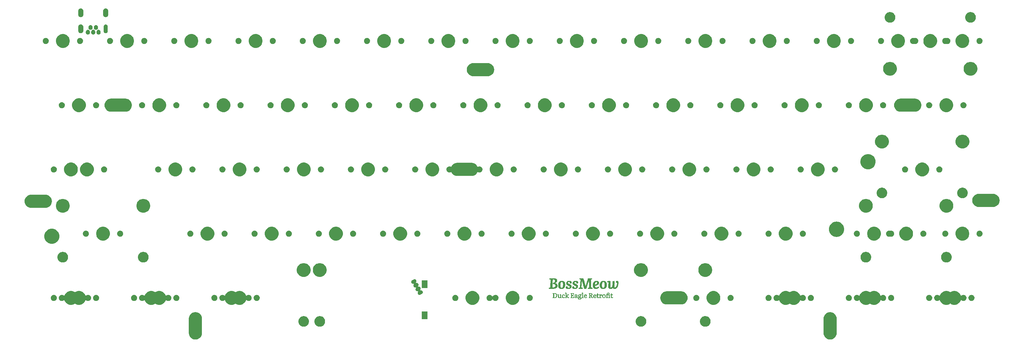
<source format=gbr>
G04 #@! TF.GenerationSoftware,KiCad,Pcbnew,(5.1.4)-1*
G04 #@! TF.CreationDate,2019-09-11T09:05:26+07:00*
G04 #@! TF.ProjectId,PCB,5043422e-6b69-4636-9164-5f7063625858,b*
G04 #@! TF.SameCoordinates,Original*
G04 #@! TF.FileFunction,Soldermask,Top*
G04 #@! TF.FilePolarity,Negative*
%FSLAX46Y46*%
G04 Gerber Fmt 4.6, Leading zero omitted, Abs format (unit mm)*
G04 Created by KiCad (PCBNEW (5.1.4)-1) date 2019-09-11 09:05:26*
%MOMM*%
%LPD*%
G04 APERTURE LIST*
%ADD10C,0.010000*%
%ADD11C,0.100000*%
G04 APERTURE END LIST*
D10*
G36*
X161818990Y-74663737D02*
G01*
X161886127Y-74692849D01*
X161947098Y-74737162D01*
X161951283Y-74741231D01*
X161987606Y-74782931D01*
X162002626Y-74819585D01*
X162003106Y-74860798D01*
X161986244Y-74916783D01*
X161951607Y-74957060D01*
X161907108Y-74978980D01*
X161860663Y-74979893D01*
X161820186Y-74957150D01*
X161800855Y-74928494D01*
X161792166Y-74889263D01*
X161805671Y-74845102D01*
X161809689Y-74837072D01*
X161836529Y-74785169D01*
X161775140Y-74764909D01*
X161708614Y-74753460D01*
X161631093Y-74755183D01*
X161557423Y-74768657D01*
X161504957Y-74790762D01*
X161458076Y-74835884D01*
X161427419Y-74901428D01*
X161411329Y-74991840D01*
X161408153Y-75050912D01*
X161405146Y-75180614D01*
X161730823Y-75185211D01*
X162056500Y-75189809D01*
X162061023Y-75617011D01*
X162065546Y-76044214D01*
X162141746Y-76062478D01*
X162190095Y-76077136D01*
X162214115Y-76095457D01*
X162223151Y-76124717D01*
X162223304Y-76125978D01*
X162228662Y-76171214D01*
X161718413Y-76171214D01*
X161718413Y-76129203D01*
X161727222Y-76095345D01*
X161759523Y-76078627D01*
X161764979Y-76077394D01*
X161797105Y-76070443D01*
X161821281Y-76061970D01*
X161838707Y-76047512D01*
X161850581Y-76022602D01*
X161858101Y-75982776D01*
X161862465Y-75923568D01*
X161864871Y-75840513D01*
X161866518Y-75729145D01*
X161866937Y-75697416D01*
X161867920Y-75563334D01*
X161866790Y-75461265D01*
X161863475Y-75389412D01*
X161857902Y-75345984D01*
X161852163Y-75330946D01*
X161834371Y-75320599D01*
X161798120Y-75313580D01*
X161738818Y-75309439D01*
X161651870Y-75307724D01*
X161614739Y-75307613D01*
X161396679Y-75307614D01*
X161396679Y-75651510D01*
X161397033Y-75777221D01*
X161398793Y-75873330D01*
X161403009Y-75944103D01*
X161410732Y-75993801D01*
X161423012Y-76026690D01*
X161440899Y-76047033D01*
X161465442Y-76059094D01*
X161497692Y-76067136D01*
X161499107Y-76067425D01*
X161540782Y-76081223D01*
X161559163Y-76105920D01*
X161562904Y-76125249D01*
X161568262Y-76171214D01*
X161058013Y-76171214D01*
X161058013Y-76122643D01*
X161061466Y-76091294D01*
X161078103Y-76075063D01*
X161117337Y-76066171D01*
X161128187Y-76064660D01*
X161175499Y-76053715D01*
X161207817Y-76037904D01*
X161212594Y-76032797D01*
X161216886Y-76009717D01*
X161220685Y-75958181D01*
X161223780Y-75883598D01*
X161225962Y-75791377D01*
X161227022Y-75686928D01*
X161227087Y-75658980D01*
X161227346Y-75307614D01*
X161151146Y-75307614D01*
X161104269Y-75306085D01*
X161082064Y-75297577D01*
X161075356Y-75276203D01*
X161074946Y-75258736D01*
X161078070Y-75228137D01*
X161093471Y-75211533D01*
X161130194Y-75201768D01*
X161151146Y-75198432D01*
X161227346Y-75187005D01*
X161227346Y-75106449D01*
X161240773Y-74984825D01*
X161279108Y-74875816D01*
X161339436Y-74784593D01*
X161418839Y-74716324D01*
X161459735Y-74694594D01*
X161545429Y-74667821D01*
X161645538Y-74653290D01*
X161744700Y-74652321D01*
X161818990Y-74663737D01*
X161818990Y-74663737D01*
G37*
X161818990Y-74663737D02*
X161886127Y-74692849D01*
X161947098Y-74737162D01*
X161951283Y-74741231D01*
X161987606Y-74782931D01*
X162002626Y-74819585D01*
X162003106Y-74860798D01*
X161986244Y-74916783D01*
X161951607Y-74957060D01*
X161907108Y-74978980D01*
X161860663Y-74979893D01*
X161820186Y-74957150D01*
X161800855Y-74928494D01*
X161792166Y-74889263D01*
X161805671Y-74845102D01*
X161809689Y-74837072D01*
X161836529Y-74785169D01*
X161775140Y-74764909D01*
X161708614Y-74753460D01*
X161631093Y-74755183D01*
X161557423Y-74768657D01*
X161504957Y-74790762D01*
X161458076Y-74835884D01*
X161427419Y-74901428D01*
X161411329Y-74991840D01*
X161408153Y-75050912D01*
X161405146Y-75180614D01*
X161730823Y-75185211D01*
X162056500Y-75189809D01*
X162061023Y-75617011D01*
X162065546Y-76044214D01*
X162141746Y-76062478D01*
X162190095Y-76077136D01*
X162214115Y-76095457D01*
X162223151Y-76124717D01*
X162223304Y-76125978D01*
X162228662Y-76171214D01*
X161718413Y-76171214D01*
X161718413Y-76129203D01*
X161727222Y-76095345D01*
X161759523Y-76078627D01*
X161764979Y-76077394D01*
X161797105Y-76070443D01*
X161821281Y-76061970D01*
X161838707Y-76047512D01*
X161850581Y-76022602D01*
X161858101Y-75982776D01*
X161862465Y-75923568D01*
X161864871Y-75840513D01*
X161866518Y-75729145D01*
X161866937Y-75697416D01*
X161867920Y-75563334D01*
X161866790Y-75461265D01*
X161863475Y-75389412D01*
X161857902Y-75345984D01*
X161852163Y-75330946D01*
X161834371Y-75320599D01*
X161798120Y-75313580D01*
X161738818Y-75309439D01*
X161651870Y-75307724D01*
X161614739Y-75307613D01*
X161396679Y-75307614D01*
X161396679Y-75651510D01*
X161397033Y-75777221D01*
X161398793Y-75873330D01*
X161403009Y-75944103D01*
X161410732Y-75993801D01*
X161423012Y-76026690D01*
X161440899Y-76047033D01*
X161465442Y-76059094D01*
X161497692Y-76067136D01*
X161499107Y-76067425D01*
X161540782Y-76081223D01*
X161559163Y-76105920D01*
X161562904Y-76125249D01*
X161568262Y-76171214D01*
X161058013Y-76171214D01*
X161058013Y-76122643D01*
X161061466Y-76091294D01*
X161078103Y-76075063D01*
X161117337Y-76066171D01*
X161128187Y-76064660D01*
X161175499Y-76053715D01*
X161207817Y-76037904D01*
X161212594Y-76032797D01*
X161216886Y-76009717D01*
X161220685Y-75958181D01*
X161223780Y-75883598D01*
X161225962Y-75791377D01*
X161227022Y-75686928D01*
X161227087Y-75658980D01*
X161227346Y-75307614D01*
X161151146Y-75307614D01*
X161104269Y-75306085D01*
X161082064Y-75297577D01*
X161075356Y-75276203D01*
X161074946Y-75258736D01*
X161078070Y-75228137D01*
X161093471Y-75211533D01*
X161130194Y-75201768D01*
X161151146Y-75198432D01*
X161227346Y-75187005D01*
X161227346Y-75106449D01*
X161240773Y-74984825D01*
X161279108Y-74875816D01*
X161339436Y-74784593D01*
X161418839Y-74716324D01*
X161459735Y-74694594D01*
X161545429Y-74667821D01*
X161645538Y-74653290D01*
X161744700Y-74652321D01*
X161818990Y-74663737D01*
G36*
X159705048Y-75170656D02*
G01*
X159770684Y-75204129D01*
X159810191Y-75258308D01*
X159824808Y-75334946D01*
X159824917Y-75340026D01*
X159815363Y-75416570D01*
X159784495Y-75467269D01*
X159732699Y-75491625D01*
X159705580Y-75493880D01*
X159640807Y-75483745D01*
X159602915Y-75453207D01*
X159591803Y-75402072D01*
X159607364Y-75330143D01*
X159611952Y-75317653D01*
X159611984Y-75298458D01*
X159587498Y-75291177D01*
X159570280Y-75290680D01*
X159509609Y-75306404D01*
X159451672Y-75349216D01*
X159403215Y-75412576D01*
X159373329Y-75481614D01*
X159362323Y-75535759D01*
X159354231Y-75609265D01*
X159349115Y-75694419D01*
X159347038Y-75783509D01*
X159348063Y-75868821D01*
X159352252Y-75942643D01*
X159359669Y-75997262D01*
X159368913Y-76023314D01*
X159397287Y-76042200D01*
X159445663Y-76058864D01*
X159474746Y-76064955D01*
X159525620Y-76075221D01*
X159551881Y-76088588D01*
X159562654Y-76111136D01*
X159564771Y-76124951D01*
X159570129Y-76171214D01*
X159023763Y-76171214D01*
X159029121Y-76125249D01*
X159041318Y-76089662D01*
X159073786Y-76071719D01*
X159086758Y-76068685D01*
X159116994Y-76062210D01*
X159139725Y-76053754D01*
X159156019Y-76038879D01*
X159166948Y-76013145D01*
X159173582Y-75972114D01*
X159176991Y-75911347D01*
X159178245Y-75826406D01*
X159178415Y-75712851D01*
X159178413Y-75688574D01*
X159178291Y-75572158D01*
X159177610Y-75484938D01*
X159175897Y-75422245D01*
X159172678Y-75379407D01*
X159167481Y-75351755D01*
X159159833Y-75334619D01*
X159149260Y-75323329D01*
X159140778Y-75317040D01*
X159094827Y-75296475D01*
X159059044Y-75290680D01*
X159028235Y-75286422D01*
X159019711Y-75266627D01*
X159022071Y-75242126D01*
X159028398Y-75215016D01*
X159042966Y-75199172D01*
X159074248Y-75190014D01*
X159130714Y-75182961D01*
X159131689Y-75182859D01*
X159210945Y-75174815D01*
X159262824Y-75172339D01*
X159293692Y-75178106D01*
X159309915Y-75194792D01*
X159317858Y-75225071D01*
X159322816Y-75263177D01*
X159334190Y-75354208D01*
X159421401Y-75264548D01*
X159495792Y-75199618D01*
X159566411Y-75164735D01*
X159639871Y-75157711D01*
X159705048Y-75170656D01*
X159705048Y-75170656D01*
G37*
X159705048Y-75170656D02*
X159770684Y-75204129D01*
X159810191Y-75258308D01*
X159824808Y-75334946D01*
X159824917Y-75340026D01*
X159815363Y-75416570D01*
X159784495Y-75467269D01*
X159732699Y-75491625D01*
X159705580Y-75493880D01*
X159640807Y-75483745D01*
X159602915Y-75453207D01*
X159591803Y-75402072D01*
X159607364Y-75330143D01*
X159611952Y-75317653D01*
X159611984Y-75298458D01*
X159587498Y-75291177D01*
X159570280Y-75290680D01*
X159509609Y-75306404D01*
X159451672Y-75349216D01*
X159403215Y-75412576D01*
X159373329Y-75481614D01*
X159362323Y-75535759D01*
X159354231Y-75609265D01*
X159349115Y-75694419D01*
X159347038Y-75783509D01*
X159348063Y-75868821D01*
X159352252Y-75942643D01*
X159359669Y-75997262D01*
X159368913Y-76023314D01*
X159397287Y-76042200D01*
X159445663Y-76058864D01*
X159474746Y-76064955D01*
X159525620Y-76075221D01*
X159551881Y-76088588D01*
X159562654Y-76111136D01*
X159564771Y-76124951D01*
X159570129Y-76171214D01*
X159023763Y-76171214D01*
X159029121Y-76125249D01*
X159041318Y-76089662D01*
X159073786Y-76071719D01*
X159086758Y-76068685D01*
X159116994Y-76062210D01*
X159139725Y-76053754D01*
X159156019Y-76038879D01*
X159166948Y-76013145D01*
X159173582Y-75972114D01*
X159176991Y-75911347D01*
X159178245Y-75826406D01*
X159178415Y-75712851D01*
X159178413Y-75688574D01*
X159178291Y-75572158D01*
X159177610Y-75484938D01*
X159175897Y-75422245D01*
X159172678Y-75379407D01*
X159167481Y-75351755D01*
X159159833Y-75334619D01*
X159149260Y-75323329D01*
X159140778Y-75317040D01*
X159094827Y-75296475D01*
X159059044Y-75290680D01*
X159028235Y-75286422D01*
X159019711Y-75266627D01*
X159022071Y-75242126D01*
X159028398Y-75215016D01*
X159042966Y-75199172D01*
X159074248Y-75190014D01*
X159130714Y-75182961D01*
X159131689Y-75182859D01*
X159210945Y-75174815D01*
X159262824Y-75172339D01*
X159293692Y-75178106D01*
X159309915Y-75194792D01*
X159317858Y-75225071D01*
X159322816Y-75263177D01*
X159334190Y-75354208D01*
X159421401Y-75264548D01*
X159495792Y-75199618D01*
X159566411Y-75164735D01*
X159639871Y-75157711D01*
X159705048Y-75170656D01*
G36*
X154183080Y-75333514D02*
G01*
X154183544Y-75517506D01*
X154184913Y-75675149D01*
X154187151Y-75805040D01*
X154190222Y-75905779D01*
X154194092Y-75975961D01*
X154198723Y-76014186D01*
X154200547Y-76019812D01*
X154231700Y-76046658D01*
X154285214Y-76063196D01*
X154328670Y-76072901D01*
X154347881Y-76088849D01*
X154352400Y-76119481D01*
X154352413Y-76122578D01*
X154352413Y-76171214D01*
X153844413Y-76171214D01*
X153844413Y-76122336D01*
X153847623Y-76091497D01*
X153863340Y-76074890D01*
X153900692Y-76065172D01*
X153919113Y-76062257D01*
X153969570Y-76049361D01*
X154000150Y-76030873D01*
X154003780Y-76025083D01*
X154006914Y-76000190D01*
X154009415Y-75946751D01*
X154011304Y-75869591D01*
X154012605Y-75773534D01*
X154013339Y-75663405D01*
X154013528Y-75544028D01*
X154013195Y-75420228D01*
X154012361Y-75296830D01*
X154011049Y-75178658D01*
X154009281Y-75070536D01*
X154007079Y-74977290D01*
X154004465Y-74903743D01*
X154001462Y-74854721D01*
X153998317Y-74835335D01*
X153972940Y-74817505D01*
X153929076Y-74803245D01*
X153918143Y-74801181D01*
X153875550Y-74791381D01*
X153857035Y-74774729D01*
X153852884Y-74742129D01*
X153852880Y-74740060D01*
X153852880Y-74689547D01*
X154017980Y-74684700D01*
X154183080Y-74679854D01*
X154183080Y-75333514D01*
X154183080Y-75333514D01*
G37*
X154183080Y-75333514D02*
X154183544Y-75517506D01*
X154184913Y-75675149D01*
X154187151Y-75805040D01*
X154190222Y-75905779D01*
X154194092Y-75975961D01*
X154198723Y-76014186D01*
X154200547Y-76019812D01*
X154231700Y-76046658D01*
X154285214Y-76063196D01*
X154328670Y-76072901D01*
X154347881Y-76088849D01*
X154352400Y-76119481D01*
X154352413Y-76122578D01*
X154352413Y-76171214D01*
X153844413Y-76171214D01*
X153844413Y-76122336D01*
X153847623Y-76091497D01*
X153863340Y-76074890D01*
X153900692Y-76065172D01*
X153919113Y-76062257D01*
X153969570Y-76049361D01*
X154000150Y-76030873D01*
X154003780Y-76025083D01*
X154006914Y-76000190D01*
X154009415Y-75946751D01*
X154011304Y-75869591D01*
X154012605Y-75773534D01*
X154013339Y-75663405D01*
X154013528Y-75544028D01*
X154013195Y-75420228D01*
X154012361Y-75296830D01*
X154011049Y-75178658D01*
X154009281Y-75070536D01*
X154007079Y-74977290D01*
X154004465Y-74903743D01*
X154001462Y-74854721D01*
X153998317Y-74835335D01*
X153972940Y-74817505D01*
X153929076Y-74803245D01*
X153918143Y-74801181D01*
X153875550Y-74791381D01*
X153857035Y-74774729D01*
X153852884Y-74742129D01*
X153852880Y-74740060D01*
X153852880Y-74689547D01*
X154017980Y-74684700D01*
X154183080Y-74679854D01*
X154183080Y-75333514D01*
G36*
X151446140Y-74964812D02*
G01*
X151459729Y-75033215D01*
X151469052Y-75088069D01*
X151472895Y-75121756D01*
X151472201Y-75128536D01*
X151452177Y-75137466D01*
X151422911Y-75145973D01*
X151395621Y-75148714D01*
X151376457Y-75135459D01*
X151357456Y-75099181D01*
X151350233Y-75081866D01*
X151320779Y-75018583D01*
X151288375Y-74974846D01*
X151246092Y-74946843D01*
X151187002Y-74930761D01*
X151104175Y-74922788D01*
X151057558Y-74920839D01*
X150881080Y-74915064D01*
X150881080Y-75409213D01*
X151024053Y-75409213D01*
X151095231Y-75408338D01*
X151140628Y-75404517D01*
X151168311Y-75395958D01*
X151186347Y-75380867D01*
X151193386Y-75371579D01*
X151213782Y-75328256D01*
X151219746Y-75295379D01*
X151226013Y-75267707D01*
X151251334Y-75257594D01*
X151271052Y-75256814D01*
X151322358Y-75256814D01*
X151317619Y-75472713D01*
X151312880Y-75688614D01*
X151268621Y-75693749D01*
X151239442Y-75693302D01*
X151223966Y-75677196D01*
X151214434Y-75636725D01*
X151213683Y-75632097D01*
X151200273Y-75585732D01*
X151180588Y-75557468D01*
X151176123Y-75554995D01*
X151147041Y-75550083D01*
X151094451Y-75546441D01*
X151028707Y-75544732D01*
X151015161Y-75544680D01*
X150881080Y-75544680D01*
X150881080Y-76069614D01*
X151037713Y-76069519D01*
X151149028Y-76066745D01*
X151232371Y-76056690D01*
X151293343Y-76036522D01*
X151337545Y-76003410D01*
X151370577Y-75954521D01*
X151397905Y-75887426D01*
X151417346Y-75844292D01*
X151443339Y-75824425D01*
X151472789Y-75818719D01*
X151526012Y-75813358D01*
X151515336Y-75894919D01*
X151506691Y-75962440D01*
X151497191Y-76038766D01*
X151493436Y-76069614D01*
X151482213Y-76162747D01*
X150994230Y-76167242D01*
X150506246Y-76171737D01*
X150511630Y-76125109D01*
X150521346Y-76092002D01*
X150547425Y-76075196D01*
X150576855Y-76068841D01*
X150622926Y-76058910D01*
X150655374Y-76047563D01*
X150657288Y-76046474D01*
X150663339Y-76033877D01*
X150668197Y-76002635D01*
X150671956Y-75950192D01*
X150674710Y-75873994D01*
X150676552Y-75771485D01*
X150677577Y-75640108D01*
X150677880Y-75485555D01*
X150678058Y-75333905D01*
X150678125Y-75212610D01*
X150677380Y-75118164D01*
X150675121Y-75047061D01*
X150670647Y-74995795D01*
X150663255Y-74960860D01*
X150652245Y-74938749D01*
X150636916Y-74925957D01*
X150616565Y-74918977D01*
X150590491Y-74914304D01*
X150562605Y-74909385D01*
X150524498Y-74897799D01*
X150511166Y-74877931D01*
X150511805Y-74853087D01*
X150517013Y-74808080D01*
X151413086Y-74808080D01*
X151446140Y-74964812D01*
X151446140Y-74964812D01*
G37*
X151446140Y-74964812D02*
X151459729Y-75033215D01*
X151469052Y-75088069D01*
X151472895Y-75121756D01*
X151472201Y-75128536D01*
X151452177Y-75137466D01*
X151422911Y-75145973D01*
X151395621Y-75148714D01*
X151376457Y-75135459D01*
X151357456Y-75099181D01*
X151350233Y-75081866D01*
X151320779Y-75018583D01*
X151288375Y-74974846D01*
X151246092Y-74946843D01*
X151187002Y-74930761D01*
X151104175Y-74922788D01*
X151057558Y-74920839D01*
X150881080Y-74915064D01*
X150881080Y-75409213D01*
X151024053Y-75409213D01*
X151095231Y-75408338D01*
X151140628Y-75404517D01*
X151168311Y-75395958D01*
X151186347Y-75380867D01*
X151193386Y-75371579D01*
X151213782Y-75328256D01*
X151219746Y-75295379D01*
X151226013Y-75267707D01*
X151251334Y-75257594D01*
X151271052Y-75256814D01*
X151322358Y-75256814D01*
X151317619Y-75472713D01*
X151312880Y-75688614D01*
X151268621Y-75693749D01*
X151239442Y-75693302D01*
X151223966Y-75677196D01*
X151214434Y-75636725D01*
X151213683Y-75632097D01*
X151200273Y-75585732D01*
X151180588Y-75557468D01*
X151176123Y-75554995D01*
X151147041Y-75550083D01*
X151094451Y-75546441D01*
X151028707Y-75544732D01*
X151015161Y-75544680D01*
X150881080Y-75544680D01*
X150881080Y-76069614D01*
X151037713Y-76069519D01*
X151149028Y-76066745D01*
X151232371Y-76056690D01*
X151293343Y-76036522D01*
X151337545Y-76003410D01*
X151370577Y-75954521D01*
X151397905Y-75887426D01*
X151417346Y-75844292D01*
X151443339Y-75824425D01*
X151472789Y-75818719D01*
X151526012Y-75813358D01*
X151515336Y-75894919D01*
X151506691Y-75962440D01*
X151497191Y-76038766D01*
X151493436Y-76069614D01*
X151482213Y-76162747D01*
X150994230Y-76167242D01*
X150506246Y-76171737D01*
X150511630Y-76125109D01*
X150521346Y-76092002D01*
X150547425Y-76075196D01*
X150576855Y-76068841D01*
X150622926Y-76058910D01*
X150655374Y-76047563D01*
X150657288Y-76046474D01*
X150663339Y-76033877D01*
X150668197Y-76002635D01*
X150671956Y-75950192D01*
X150674710Y-75873994D01*
X150676552Y-75771485D01*
X150677577Y-75640108D01*
X150677880Y-75485555D01*
X150678058Y-75333905D01*
X150678125Y-75212610D01*
X150677380Y-75118164D01*
X150675121Y-75047061D01*
X150670647Y-74995795D01*
X150663255Y-74960860D01*
X150652245Y-74938749D01*
X150636916Y-74925957D01*
X150616565Y-74918977D01*
X150590491Y-74914304D01*
X150562605Y-74909385D01*
X150524498Y-74897799D01*
X150511166Y-74877931D01*
X150511805Y-74853087D01*
X150517013Y-74808080D01*
X151413086Y-74808080D01*
X151446140Y-74964812D01*
G36*
X149083896Y-74684724D02*
G01*
X149247013Y-74689547D01*
X149255479Y-75366880D01*
X149263946Y-76044214D01*
X149318980Y-76060415D01*
X149357861Y-76077367D01*
X149372633Y-76103796D01*
X149374013Y-76123915D01*
X149374013Y-76171214D01*
X148899879Y-76171214D01*
X148899879Y-76120414D01*
X148904504Y-76084039D01*
X148923863Y-76070761D01*
X148941110Y-76069614D01*
X148989818Y-76063357D01*
X149025777Y-76053099D01*
X149069213Y-76036585D01*
X149069213Y-75435628D01*
X149069143Y-75277010D01*
X149068813Y-75148884D01*
X149068045Y-75047874D01*
X149066661Y-74970606D01*
X149064480Y-74913705D01*
X149061326Y-74873796D01*
X149057018Y-74847503D01*
X149051378Y-74831453D01*
X149044228Y-74822269D01*
X149036459Y-74817143D01*
X148995162Y-74802373D01*
X148972959Y-74799354D01*
X148926047Y-74788925D01*
X148906584Y-74758659D01*
X148909348Y-74725451D01*
X148920780Y-74679902D01*
X149083896Y-74684724D01*
X149083896Y-74684724D01*
G37*
X149083896Y-74684724D02*
X149247013Y-74689547D01*
X149255479Y-75366880D01*
X149263946Y-76044214D01*
X149318980Y-76060415D01*
X149357861Y-76077367D01*
X149372633Y-76103796D01*
X149374013Y-76123915D01*
X149374013Y-76171214D01*
X148899879Y-76171214D01*
X148899879Y-76120414D01*
X148904504Y-76084039D01*
X148923863Y-76070761D01*
X148941110Y-76069614D01*
X148989818Y-76063357D01*
X149025777Y-76053099D01*
X149069213Y-76036585D01*
X149069213Y-75435628D01*
X149069143Y-75277010D01*
X149068813Y-75148884D01*
X149068045Y-75047874D01*
X149066661Y-74970606D01*
X149064480Y-74913705D01*
X149061326Y-74873796D01*
X149057018Y-74847503D01*
X149051378Y-74831453D01*
X149044228Y-74822269D01*
X149036459Y-74817143D01*
X148995162Y-74802373D01*
X148972959Y-74799354D01*
X148926047Y-74788925D01*
X148906584Y-74758659D01*
X148909348Y-74725451D01*
X148920780Y-74679902D01*
X149083896Y-74684724D01*
G36*
X145580946Y-74809591D02*
G01*
X145725733Y-74811179D01*
X145842362Y-74815123D01*
X145936512Y-74822289D01*
X146013859Y-74833545D01*
X146080080Y-74849756D01*
X146140853Y-74871791D01*
X146201855Y-74900517D01*
X146212484Y-74906037D01*
X146310085Y-74971894D01*
X146388070Y-75058769D01*
X146449081Y-75166567D01*
X146465714Y-75207195D01*
X146476629Y-75248541D01*
X146482927Y-75299083D01*
X146485711Y-75367296D01*
X146486119Y-75451547D01*
X146481440Y-75581326D01*
X146466591Y-75686053D01*
X146438962Y-75773689D01*
X146395943Y-75852193D01*
X146334927Y-75929527D01*
X146326331Y-75939042D01*
X146257916Y-76006468D01*
X146186193Y-76060150D01*
X146106477Y-76101457D01*
X146014083Y-76131759D01*
X145904328Y-76152425D01*
X145772528Y-76164825D01*
X145613997Y-76170328D01*
X145533255Y-76170919D01*
X145223097Y-76171214D01*
X145228455Y-76124847D01*
X145238218Y-76091890D01*
X145264460Y-76075130D01*
X145293655Y-76068841D01*
X145339726Y-76058910D01*
X145364275Y-76050325D01*
X145597879Y-76050325D01*
X145635980Y-76058634D01*
X145700318Y-76064410D01*
X145783688Y-76060786D01*
X145873093Y-76049369D01*
X145955536Y-76031762D01*
X146012746Y-76012088D01*
X146111563Y-75951926D01*
X146187427Y-75871389D01*
X146241560Y-75768320D01*
X146275186Y-75640565D01*
X146287655Y-75527747D01*
X146285516Y-75369862D01*
X146258623Y-75234947D01*
X146206864Y-75122734D01*
X146130125Y-75032959D01*
X146053263Y-74978571D01*
X146008805Y-74955045D01*
X145968794Y-74939521D01*
X145923643Y-74929968D01*
X145863767Y-74924357D01*
X145779913Y-74920667D01*
X145597879Y-74914400D01*
X145597879Y-76050325D01*
X145364275Y-76050325D01*
X145372174Y-76047563D01*
X145374088Y-76046474D01*
X145380139Y-76033877D01*
X145384997Y-76002635D01*
X145388756Y-75950192D01*
X145391510Y-75873994D01*
X145393352Y-75771485D01*
X145394377Y-75640108D01*
X145394680Y-75485555D01*
X145394858Y-75333905D01*
X145394925Y-75212610D01*
X145394180Y-75118164D01*
X145391921Y-75047061D01*
X145387447Y-74995795D01*
X145380055Y-74960860D01*
X145369045Y-74938749D01*
X145353716Y-74925957D01*
X145333365Y-74918977D01*
X145307291Y-74914304D01*
X145279405Y-74909385D01*
X145241298Y-74897799D01*
X145227966Y-74877931D01*
X145228605Y-74853087D01*
X145233813Y-74808080D01*
X145580946Y-74809591D01*
X145580946Y-74809591D01*
G37*
X145580946Y-74809591D02*
X145725733Y-74811179D01*
X145842362Y-74815123D01*
X145936512Y-74822289D01*
X146013859Y-74833545D01*
X146080080Y-74849756D01*
X146140853Y-74871791D01*
X146201855Y-74900517D01*
X146212484Y-74906037D01*
X146310085Y-74971894D01*
X146388070Y-75058769D01*
X146449081Y-75166567D01*
X146465714Y-75207195D01*
X146476629Y-75248541D01*
X146482927Y-75299083D01*
X146485711Y-75367296D01*
X146486119Y-75451547D01*
X146481440Y-75581326D01*
X146466591Y-75686053D01*
X146438962Y-75773689D01*
X146395943Y-75852193D01*
X146334927Y-75929527D01*
X146326331Y-75939042D01*
X146257916Y-76006468D01*
X146186193Y-76060150D01*
X146106477Y-76101457D01*
X146014083Y-76131759D01*
X145904328Y-76152425D01*
X145772528Y-76164825D01*
X145613997Y-76170328D01*
X145533255Y-76170919D01*
X145223097Y-76171214D01*
X145228455Y-76124847D01*
X145238218Y-76091890D01*
X145264460Y-76075130D01*
X145293655Y-76068841D01*
X145339726Y-76058910D01*
X145364275Y-76050325D01*
X145597879Y-76050325D01*
X145635980Y-76058634D01*
X145700318Y-76064410D01*
X145783688Y-76060786D01*
X145873093Y-76049369D01*
X145955536Y-76031762D01*
X146012746Y-76012088D01*
X146111563Y-75951926D01*
X146187427Y-75871389D01*
X146241560Y-75768320D01*
X146275186Y-75640565D01*
X146287655Y-75527747D01*
X146285516Y-75369862D01*
X146258623Y-75234947D01*
X146206864Y-75122734D01*
X146130125Y-75032959D01*
X146053263Y-74978571D01*
X146008805Y-74955045D01*
X145968794Y-74939521D01*
X145923643Y-74929968D01*
X145863767Y-74924357D01*
X145779913Y-74920667D01*
X145597879Y-74914400D01*
X145597879Y-76050325D01*
X145364275Y-76050325D01*
X145372174Y-76047563D01*
X145374088Y-76046474D01*
X145380139Y-76033877D01*
X145384997Y-76002635D01*
X145388756Y-75950192D01*
X145391510Y-75873994D01*
X145393352Y-75771485D01*
X145394377Y-75640108D01*
X145394680Y-75485555D01*
X145394858Y-75333905D01*
X145394925Y-75212610D01*
X145394180Y-75118164D01*
X145391921Y-75047061D01*
X145387447Y-74995795D01*
X145380055Y-74960860D01*
X145369045Y-74938749D01*
X145353716Y-74925957D01*
X145333365Y-74918977D01*
X145307291Y-74914304D01*
X145279405Y-74909385D01*
X145241298Y-74897799D01*
X145227966Y-74877931D01*
X145228605Y-74853087D01*
X145233813Y-74808080D01*
X145580946Y-74809591D01*
G36*
X149932813Y-75228607D02*
G01*
X149925491Y-75257831D01*
X149898359Y-75280341D01*
X149860846Y-75297059D01*
X149823903Y-75316757D01*
X149772301Y-75351253D01*
X149711723Y-75395904D01*
X149647850Y-75446069D01*
X149586365Y-75497106D01*
X149532951Y-75544372D01*
X149493288Y-75583225D01*
X149473060Y-75609023D01*
X149471750Y-75614938D01*
X149484063Y-75632696D01*
X149515084Y-75670957D01*
X149560878Y-75725044D01*
X149617506Y-75790276D01*
X149655997Y-75833891D01*
X149732093Y-75917935D01*
X149791461Y-75978614D01*
X149838478Y-76019051D01*
X149877521Y-76042367D01*
X149912968Y-76051684D01*
X149949196Y-76050125D01*
X149957230Y-76048724D01*
X149991399Y-76050429D01*
X150006900Y-76075148D01*
X150010130Y-76110604D01*
X149993328Y-76136197D01*
X149950520Y-76159872D01*
X149939756Y-76164475D01*
X149850296Y-76186292D01*
X149765573Y-76176660D01*
X149717648Y-76154913D01*
X149691794Y-76133132D01*
X149649119Y-76090706D01*
X149594443Y-76033041D01*
X149532585Y-75965543D01*
X149468365Y-75893616D01*
X149406603Y-75822666D01*
X149352117Y-75758100D01*
X149309728Y-75705322D01*
X149284255Y-75669739D01*
X149282631Y-75666998D01*
X149281661Y-75650533D01*
X149295931Y-75625411D01*
X149328394Y-75588093D01*
X149382001Y-75535039D01*
X149430797Y-75489314D01*
X149491689Y-75431363D01*
X149542274Y-75380125D01*
X149577858Y-75340590D01*
X149593742Y-75317746D01*
X149594146Y-75315791D01*
X149579477Y-75296972D01*
X149544015Y-75282372D01*
X149542373Y-75282000D01*
X149505689Y-75268463D01*
X149494960Y-75245413D01*
X149495806Y-75234088D01*
X149499664Y-75219012D01*
X149509909Y-75208594D01*
X149532141Y-75201789D01*
X149571958Y-75197550D01*
X149634959Y-75194833D01*
X149716913Y-75192808D01*
X149932813Y-75188068D01*
X149932813Y-75228607D01*
X149932813Y-75228607D01*
G37*
X149932813Y-75228607D02*
X149925491Y-75257831D01*
X149898359Y-75280341D01*
X149860846Y-75297059D01*
X149823903Y-75316757D01*
X149772301Y-75351253D01*
X149711723Y-75395904D01*
X149647850Y-75446069D01*
X149586365Y-75497106D01*
X149532951Y-75544372D01*
X149493288Y-75583225D01*
X149473060Y-75609023D01*
X149471750Y-75614938D01*
X149484063Y-75632696D01*
X149515084Y-75670957D01*
X149560878Y-75725044D01*
X149617506Y-75790276D01*
X149655997Y-75833891D01*
X149732093Y-75917935D01*
X149791461Y-75978614D01*
X149838478Y-76019051D01*
X149877521Y-76042367D01*
X149912968Y-76051684D01*
X149949196Y-76050125D01*
X149957230Y-76048724D01*
X149991399Y-76050429D01*
X150006900Y-76075148D01*
X150010130Y-76110604D01*
X149993328Y-76136197D01*
X149950520Y-76159872D01*
X149939756Y-76164475D01*
X149850296Y-76186292D01*
X149765573Y-76176660D01*
X149717648Y-76154913D01*
X149691794Y-76133132D01*
X149649119Y-76090706D01*
X149594443Y-76033041D01*
X149532585Y-75965543D01*
X149468365Y-75893616D01*
X149406603Y-75822666D01*
X149352117Y-75758100D01*
X149309728Y-75705322D01*
X149284255Y-75669739D01*
X149282631Y-75666998D01*
X149281661Y-75650533D01*
X149295931Y-75625411D01*
X149328394Y-75588093D01*
X149382001Y-75535039D01*
X149430797Y-75489314D01*
X149491689Y-75431363D01*
X149542274Y-75380125D01*
X149577858Y-75340590D01*
X149593742Y-75317746D01*
X149594146Y-75315791D01*
X149579477Y-75296972D01*
X149544015Y-75282372D01*
X149542373Y-75282000D01*
X149505689Y-75268463D01*
X149494960Y-75245413D01*
X149495806Y-75234088D01*
X149499664Y-75219012D01*
X149509909Y-75208594D01*
X149532141Y-75201789D01*
X149571958Y-75197550D01*
X149634959Y-75194833D01*
X149716913Y-75192808D01*
X149932813Y-75188068D01*
X149932813Y-75228607D01*
G36*
X162666680Y-75189080D02*
G01*
X162971480Y-75189080D01*
X162971480Y-75307614D01*
X162666680Y-75307614D01*
X162666680Y-75635530D01*
X162666900Y-75749518D01*
X162667880Y-75834726D01*
X162670100Y-75896237D01*
X162674037Y-75939136D01*
X162680172Y-75968508D01*
X162688982Y-75989436D01*
X162700948Y-76007006D01*
X162701775Y-76008063D01*
X162749414Y-76042523D01*
X162815865Y-76053493D01*
X162895072Y-76040471D01*
X162931987Y-76027185D01*
X162972878Y-76012077D01*
X162995884Y-76012336D01*
X163013616Y-76028597D01*
X163015808Y-76031418D01*
X163027044Y-76053022D01*
X163019419Y-76073952D01*
X162988886Y-76103950D01*
X162983878Y-76108288D01*
X162934353Y-76140808D01*
X162869005Y-76171008D01*
X162801417Y-76193677D01*
X162745177Y-76203603D01*
X162735573Y-76203553D01*
X162701749Y-76198202D01*
X162654738Y-76187192D01*
X162649746Y-76185849D01*
X162600777Y-76167188D01*
X162561847Y-76138504D01*
X162531909Y-76096254D01*
X162509920Y-76036895D01*
X162494835Y-75956883D01*
X162485609Y-75852674D01*
X162481197Y-75720727D01*
X162480413Y-75611580D01*
X162480413Y-75307614D01*
X162404213Y-75307614D01*
X162357342Y-75306103D01*
X162335142Y-75297597D01*
X162328430Y-75276139D01*
X162328013Y-75258159D01*
X162334073Y-75221026D01*
X162359166Y-75202781D01*
X162378355Y-75197647D01*
X162423591Y-75177009D01*
X162466512Y-75141494D01*
X162469979Y-75137530D01*
X162499103Y-75087941D01*
X162524697Y-75018528D01*
X162542446Y-74943321D01*
X162548146Y-74883447D01*
X162555112Y-74860602D01*
X162581876Y-74851419D01*
X162607413Y-74850414D01*
X162666680Y-74850414D01*
X162666680Y-75189080D01*
X162666680Y-75189080D01*
G37*
X162666680Y-75189080D02*
X162971480Y-75189080D01*
X162971480Y-75307614D01*
X162666680Y-75307614D01*
X162666680Y-75635530D01*
X162666900Y-75749518D01*
X162667880Y-75834726D01*
X162670100Y-75896237D01*
X162674037Y-75939136D01*
X162680172Y-75968508D01*
X162688982Y-75989436D01*
X162700948Y-76007006D01*
X162701775Y-76008063D01*
X162749414Y-76042523D01*
X162815865Y-76053493D01*
X162895072Y-76040471D01*
X162931987Y-76027185D01*
X162972878Y-76012077D01*
X162995884Y-76012336D01*
X163013616Y-76028597D01*
X163015808Y-76031418D01*
X163027044Y-76053022D01*
X163019419Y-76073952D01*
X162988886Y-76103950D01*
X162983878Y-76108288D01*
X162934353Y-76140808D01*
X162869005Y-76171008D01*
X162801417Y-76193677D01*
X162745177Y-76203603D01*
X162735573Y-76203553D01*
X162701749Y-76198202D01*
X162654738Y-76187192D01*
X162649746Y-76185849D01*
X162600777Y-76167188D01*
X162561847Y-76138504D01*
X162531909Y-76096254D01*
X162509920Y-76036895D01*
X162494835Y-75956883D01*
X162485609Y-75852674D01*
X162481197Y-75720727D01*
X162480413Y-75611580D01*
X162480413Y-75307614D01*
X162404213Y-75307614D01*
X162357342Y-75306103D01*
X162335142Y-75297597D01*
X162328430Y-75276139D01*
X162328013Y-75258159D01*
X162334073Y-75221026D01*
X162359166Y-75202781D01*
X162378355Y-75197647D01*
X162423591Y-75177009D01*
X162466512Y-75141494D01*
X162469979Y-75137530D01*
X162499103Y-75087941D01*
X162524697Y-75018528D01*
X162542446Y-74943321D01*
X162548146Y-74883447D01*
X162555112Y-74860602D01*
X162581876Y-74851419D01*
X162607413Y-74850414D01*
X162666680Y-74850414D01*
X162666680Y-75189080D01*
G36*
X160476945Y-75163039D02*
G01*
X160559650Y-75180039D01*
X160663616Y-75227017D01*
X160751378Y-75300540D01*
X160817392Y-75395011D01*
X160847823Y-75471054D01*
X160866664Y-75575041D01*
X160869199Y-75690658D01*
X160856236Y-75804735D01*
X160828583Y-75904103D01*
X160820038Y-75923901D01*
X160752829Y-76029372D01*
X160663912Y-76111329D01*
X160557989Y-76167459D01*
X160439762Y-76195451D01*
X160313931Y-76192992D01*
X160283604Y-76187713D01*
X160164452Y-76148327D01*
X160067859Y-76084129D01*
X159994739Y-75996353D01*
X159946006Y-75886234D01*
X159922574Y-75755007D01*
X159920491Y-75697356D01*
X159922196Y-75646751D01*
X160118213Y-75646751D01*
X160119125Y-75730855D01*
X160122918Y-75790696D01*
X160131172Y-75835853D01*
X160145469Y-75875906D01*
X160161550Y-75909218D01*
X160215038Y-75990255D01*
X160279187Y-76041341D01*
X160359601Y-76066013D01*
X160415751Y-76069614D01*
X160479518Y-76066421D01*
X160523576Y-76054222D01*
X160561700Y-76029082D01*
X160563783Y-76027343D01*
X160618757Y-75962426D01*
X160654396Y-75875108D01*
X160671670Y-75762550D01*
X160673694Y-75705547D01*
X160667601Y-75584451D01*
X160646048Y-75486860D01*
X160607082Y-75405221D01*
X160589375Y-75379562D01*
X160523360Y-75316040D01*
X160445838Y-75280755D01*
X160363313Y-75273264D01*
X160282289Y-75293124D01*
X160209273Y-75339892D01*
X160152995Y-75409271D01*
X160136659Y-75442548D01*
X160126265Y-75480844D01*
X160120586Y-75532550D01*
X160118391Y-75606055D01*
X160118213Y-75646751D01*
X159922196Y-75646751D01*
X159923940Y-75595014D01*
X159935697Y-75514749D01*
X159957877Y-75445341D01*
X159974988Y-75408318D01*
X160041124Y-75313403D01*
X160129990Y-75239230D01*
X160235984Y-75187987D01*
X160353503Y-75161861D01*
X160476945Y-75163039D01*
X160476945Y-75163039D01*
G37*
X160476945Y-75163039D02*
X160559650Y-75180039D01*
X160663616Y-75227017D01*
X160751378Y-75300540D01*
X160817392Y-75395011D01*
X160847823Y-75471054D01*
X160866664Y-75575041D01*
X160869199Y-75690658D01*
X160856236Y-75804735D01*
X160828583Y-75904103D01*
X160820038Y-75923901D01*
X160752829Y-76029372D01*
X160663912Y-76111329D01*
X160557989Y-76167459D01*
X160439762Y-76195451D01*
X160313931Y-76192992D01*
X160283604Y-76187713D01*
X160164452Y-76148327D01*
X160067859Y-76084129D01*
X159994739Y-75996353D01*
X159946006Y-75886234D01*
X159922574Y-75755007D01*
X159920491Y-75697356D01*
X159922196Y-75646751D01*
X160118213Y-75646751D01*
X160119125Y-75730855D01*
X160122918Y-75790696D01*
X160131172Y-75835853D01*
X160145469Y-75875906D01*
X160161550Y-75909218D01*
X160215038Y-75990255D01*
X160279187Y-76041341D01*
X160359601Y-76066013D01*
X160415751Y-76069614D01*
X160479518Y-76066421D01*
X160523576Y-76054222D01*
X160561700Y-76029082D01*
X160563783Y-76027343D01*
X160618757Y-75962426D01*
X160654396Y-75875108D01*
X160671670Y-75762550D01*
X160673694Y-75705547D01*
X160667601Y-75584451D01*
X160646048Y-75486860D01*
X160607082Y-75405221D01*
X160589375Y-75379562D01*
X160523360Y-75316040D01*
X160445838Y-75280755D01*
X160363313Y-75273264D01*
X160282289Y-75293124D01*
X160209273Y-75339892D01*
X160152995Y-75409271D01*
X160136659Y-75442548D01*
X160126265Y-75480844D01*
X160120586Y-75532550D01*
X160118391Y-75606055D01*
X160118213Y-75646751D01*
X159922196Y-75646751D01*
X159923940Y-75595014D01*
X159935697Y-75514749D01*
X159957877Y-75445341D01*
X159974988Y-75408318D01*
X160041124Y-75313403D01*
X160129990Y-75239230D01*
X160235984Y-75187987D01*
X160353503Y-75161861D01*
X160476945Y-75163039D01*
G36*
X158534946Y-75189080D02*
G01*
X158839746Y-75189080D01*
X158839746Y-75307614D01*
X158534946Y-75307614D01*
X158534946Y-75635530D01*
X158535167Y-75749518D01*
X158536147Y-75834726D01*
X158538366Y-75896237D01*
X158542304Y-75939136D01*
X158548438Y-75968508D01*
X158557249Y-75989436D01*
X158569214Y-76007006D01*
X158570042Y-76008063D01*
X158617680Y-76042523D01*
X158684132Y-76053493D01*
X158763338Y-76040471D01*
X158800253Y-76027185D01*
X158841144Y-76012077D01*
X158864150Y-76012336D01*
X158881883Y-76028597D01*
X158884075Y-76031418D01*
X158895311Y-76053022D01*
X158887686Y-76073952D01*
X158857153Y-76103950D01*
X158852145Y-76108288D01*
X158802620Y-76140808D01*
X158737271Y-76171008D01*
X158669684Y-76193677D01*
X158613444Y-76203603D01*
X158603839Y-76203553D01*
X158570016Y-76198202D01*
X158523005Y-76187192D01*
X158518013Y-76185849D01*
X158469044Y-76167188D01*
X158430113Y-76138504D01*
X158400176Y-76096254D01*
X158378187Y-76036895D01*
X158363102Y-75956883D01*
X158353876Y-75852674D01*
X158349463Y-75720727D01*
X158348679Y-75611580D01*
X158348679Y-75307614D01*
X158272479Y-75307614D01*
X158225609Y-75306103D01*
X158203408Y-75297597D01*
X158196696Y-75276139D01*
X158196279Y-75258159D01*
X158202340Y-75221026D01*
X158227433Y-75202781D01*
X158246622Y-75197647D01*
X158291857Y-75177009D01*
X158334779Y-75141494D01*
X158338246Y-75137530D01*
X158367370Y-75087941D01*
X158392964Y-75018528D01*
X158410713Y-74943321D01*
X158416413Y-74883447D01*
X158423379Y-74860602D01*
X158450142Y-74851419D01*
X158475679Y-74850414D01*
X158534946Y-74850414D01*
X158534946Y-75189080D01*
X158534946Y-75189080D01*
G37*
X158534946Y-75189080D02*
X158839746Y-75189080D01*
X158839746Y-75307614D01*
X158534946Y-75307614D01*
X158534946Y-75635530D01*
X158535167Y-75749518D01*
X158536147Y-75834726D01*
X158538366Y-75896237D01*
X158542304Y-75939136D01*
X158548438Y-75968508D01*
X158557249Y-75989436D01*
X158569214Y-76007006D01*
X158570042Y-76008063D01*
X158617680Y-76042523D01*
X158684132Y-76053493D01*
X158763338Y-76040471D01*
X158800253Y-76027185D01*
X158841144Y-76012077D01*
X158864150Y-76012336D01*
X158881883Y-76028597D01*
X158884075Y-76031418D01*
X158895311Y-76053022D01*
X158887686Y-76073952D01*
X158857153Y-76103950D01*
X158852145Y-76108288D01*
X158802620Y-76140808D01*
X158737271Y-76171008D01*
X158669684Y-76193677D01*
X158613444Y-76203603D01*
X158603839Y-76203553D01*
X158570016Y-76198202D01*
X158523005Y-76187192D01*
X158518013Y-76185849D01*
X158469044Y-76167188D01*
X158430113Y-76138504D01*
X158400176Y-76096254D01*
X158378187Y-76036895D01*
X158363102Y-75956883D01*
X158353876Y-75852674D01*
X158349463Y-75720727D01*
X158348679Y-75611580D01*
X158348679Y-75307614D01*
X158272479Y-75307614D01*
X158225609Y-75306103D01*
X158203408Y-75297597D01*
X158196696Y-75276139D01*
X158196279Y-75258159D01*
X158202340Y-75221026D01*
X158227433Y-75202781D01*
X158246622Y-75197647D01*
X158291857Y-75177009D01*
X158334779Y-75141494D01*
X158338246Y-75137530D01*
X158367370Y-75087941D01*
X158392964Y-75018528D01*
X158410713Y-74943321D01*
X158416413Y-74883447D01*
X158423379Y-74860602D01*
X158450142Y-74851419D01*
X158475679Y-74850414D01*
X158534946Y-74850414D01*
X158534946Y-75189080D01*
G36*
X157795050Y-75165163D02*
G01*
X157819735Y-75170995D01*
X157898371Y-75206092D01*
X157972600Y-75262975D01*
X158029192Y-75331005D01*
X158038077Y-75346631D01*
X158054634Y-75400036D01*
X158063552Y-75473757D01*
X158064164Y-75554967D01*
X158055799Y-75630839D01*
X158053489Y-75642047D01*
X158041189Y-75697080D01*
X157429951Y-75697080D01*
X157441031Y-75766367D01*
X157472098Y-75873936D01*
X157524832Y-75957552D01*
X157595655Y-76015841D01*
X157680992Y-76047428D01*
X157777264Y-76050938D01*
X157880897Y-76024997D01*
X157980197Y-75973593D01*
X158013627Y-75954366D01*
X158034390Y-75954649D01*
X158055636Y-75972513D01*
X158071240Y-75991673D01*
X158070489Y-76009867D01*
X158050345Y-76036476D01*
X158026919Y-76061175D01*
X157934634Y-76132900D01*
X157825048Y-76178859D01*
X157704931Y-76197107D01*
X157588129Y-76187187D01*
X157483051Y-76149196D01*
X157391312Y-76082821D01*
X157317719Y-75992452D01*
X157272688Y-75899117D01*
X157256612Y-75829794D01*
X157247809Y-75740493D01*
X157246571Y-75644376D01*
X157251421Y-75578547D01*
X157430510Y-75578547D01*
X157891480Y-75578547D01*
X157891480Y-75501803D01*
X157879652Y-75406537D01*
X157845822Y-75332846D01*
X157792466Y-75283390D01*
X157722064Y-75260827D01*
X157667945Y-75261895D01*
X157612778Y-75274983D01*
X157565027Y-75295284D01*
X157560852Y-75297870D01*
X157517879Y-75340977D01*
X157478839Y-75406549D01*
X157449895Y-75483256D01*
X157442275Y-75515834D01*
X157430510Y-75578547D01*
X157251421Y-75578547D01*
X157253186Y-75554605D01*
X157263863Y-75497901D01*
X157308853Y-75391244D01*
X157378869Y-75300591D01*
X157468204Y-75229300D01*
X157571151Y-75180728D01*
X157682002Y-75158230D01*
X157795050Y-75165163D01*
X157795050Y-75165163D01*
G37*
X157795050Y-75165163D02*
X157819735Y-75170995D01*
X157898371Y-75206092D01*
X157972600Y-75262975D01*
X158029192Y-75331005D01*
X158038077Y-75346631D01*
X158054634Y-75400036D01*
X158063552Y-75473757D01*
X158064164Y-75554967D01*
X158055799Y-75630839D01*
X158053489Y-75642047D01*
X158041189Y-75697080D01*
X157429951Y-75697080D01*
X157441031Y-75766367D01*
X157472098Y-75873936D01*
X157524832Y-75957552D01*
X157595655Y-76015841D01*
X157680992Y-76047428D01*
X157777264Y-76050938D01*
X157880897Y-76024997D01*
X157980197Y-75973593D01*
X158013627Y-75954366D01*
X158034390Y-75954649D01*
X158055636Y-75972513D01*
X158071240Y-75991673D01*
X158070489Y-76009867D01*
X158050345Y-76036476D01*
X158026919Y-76061175D01*
X157934634Y-76132900D01*
X157825048Y-76178859D01*
X157704931Y-76197107D01*
X157588129Y-76187187D01*
X157483051Y-76149196D01*
X157391312Y-76082821D01*
X157317719Y-75992452D01*
X157272688Y-75899117D01*
X157256612Y-75829794D01*
X157247809Y-75740493D01*
X157246571Y-75644376D01*
X157251421Y-75578547D01*
X157430510Y-75578547D01*
X157891480Y-75578547D01*
X157891480Y-75501803D01*
X157879652Y-75406537D01*
X157845822Y-75332846D01*
X157792466Y-75283390D01*
X157722064Y-75260827D01*
X157667945Y-75261895D01*
X157612778Y-75274983D01*
X157565027Y-75295284D01*
X157560852Y-75297870D01*
X157517879Y-75340977D01*
X157478839Y-75406549D01*
X157449895Y-75483256D01*
X157442275Y-75515834D01*
X157430510Y-75578547D01*
X157251421Y-75578547D01*
X157253186Y-75554605D01*
X157263863Y-75497901D01*
X157308853Y-75391244D01*
X157378869Y-75300591D01*
X157468204Y-75229300D01*
X157571151Y-75180728D01*
X157682002Y-75158230D01*
X157795050Y-75165163D01*
G36*
X156374110Y-74807944D02*
G01*
X156495121Y-74817889D01*
X156600908Y-74831962D01*
X156684705Y-74849491D01*
X156728766Y-74864373D01*
X156812513Y-74916964D01*
X156876174Y-74988638D01*
X156913753Y-75072057D01*
X156918844Y-75096918D01*
X156918760Y-75201522D01*
X156886945Y-75296959D01*
X156824832Y-75380930D01*
X156733853Y-75451136D01*
X156680746Y-75479087D01*
X156634347Y-75502473D01*
X156608082Y-75519580D01*
X156607244Y-75526915D01*
X156608190Y-75526970D01*
X156657991Y-75544988D01*
X156710885Y-75596047D01*
X156766377Y-75679509D01*
X156823971Y-75794739D01*
X156833355Y-75816097D01*
X156878974Y-75915876D01*
X156918455Y-75987002D01*
X156955342Y-76033277D01*
X156993175Y-76058502D01*
X157035498Y-76066478D01*
X157064845Y-76064523D01*
X157111881Y-76063183D01*
X157134586Y-76076625D01*
X157136811Y-76081229D01*
X157144999Y-76112633D01*
X157134415Y-76133910D01*
X157099846Y-76156910D01*
X157016822Y-76187692D01*
X156924010Y-76194673D01*
X156875480Y-76187736D01*
X156828339Y-76168863D01*
X156784112Y-76132862D01*
X156740168Y-76076123D01*
X156693877Y-75995036D01*
X156642609Y-75885992D01*
X156623728Y-75842264D01*
X156580468Y-75741624D01*
X156546376Y-75667911D01*
X156517773Y-75616717D01*
X156490986Y-75583633D01*
X156462337Y-75564250D01*
X156428150Y-75554158D01*
X156384750Y-75548949D01*
X156378759Y-75548443D01*
X156282813Y-75540486D01*
X156282813Y-75787521D01*
X156283282Y-75891102D01*
X156286211Y-75965606D01*
X156293880Y-76015823D01*
X156308571Y-76046543D01*
X156332565Y-76062555D01*
X156368143Y-76068648D01*
X156417166Y-76069614D01*
X156461058Y-76071536D01*
X156480749Y-76082044D01*
X156485875Y-76108245D01*
X156486013Y-76120414D01*
X156486013Y-76171214D01*
X155908030Y-76171214D01*
X155913388Y-76124847D01*
X155923152Y-76091890D01*
X155949394Y-76075130D01*
X155978588Y-76068841D01*
X156024659Y-76058910D01*
X156057107Y-76047563D01*
X156059021Y-76046474D01*
X156065072Y-76033877D01*
X156069930Y-76002635D01*
X156073689Y-75950192D01*
X156076443Y-75873994D01*
X156078286Y-75771485D01*
X156079311Y-75640108D01*
X156079613Y-75485555D01*
X156079791Y-75333905D01*
X156079859Y-75212610D01*
X156079113Y-75118164D01*
X156076854Y-75047061D01*
X156072380Y-74995795D01*
X156064989Y-74960860D01*
X156053979Y-74938749D01*
X156038649Y-74925957D01*
X156018298Y-74918977D01*
X156013668Y-74918147D01*
X156282813Y-74918147D01*
X156282813Y-75179372D01*
X156283156Y-75279486D01*
X156284555Y-75350787D01*
X156287566Y-75398325D01*
X156292743Y-75427150D01*
X156300640Y-75442311D01*
X156311814Y-75448859D01*
X156312446Y-75449044D01*
X156356596Y-75453250D01*
X156419443Y-75449812D01*
X156487139Y-75440457D01*
X156545837Y-75426914D01*
X156572878Y-75416543D01*
X156640176Y-75365193D01*
X156687678Y-75295656D01*
X156713977Y-75215668D01*
X156717663Y-75132968D01*
X156697328Y-75055295D01*
X156651563Y-74990386D01*
X156650621Y-74989498D01*
X156598428Y-74951900D01*
X156534226Y-74929261D01*
X156449677Y-74919203D01*
X156400244Y-74918147D01*
X156282813Y-74918147D01*
X156013668Y-74918147D01*
X155992225Y-74914304D01*
X155964339Y-74909385D01*
X155926231Y-74897799D01*
X155912900Y-74877931D01*
X155913539Y-74853087D01*
X155918746Y-74808080D01*
X156113480Y-74803135D01*
X156244641Y-74802802D01*
X156374110Y-74807944D01*
X156374110Y-74807944D01*
G37*
X156374110Y-74807944D02*
X156495121Y-74817889D01*
X156600908Y-74831962D01*
X156684705Y-74849491D01*
X156728766Y-74864373D01*
X156812513Y-74916964D01*
X156876174Y-74988638D01*
X156913753Y-75072057D01*
X156918844Y-75096918D01*
X156918760Y-75201522D01*
X156886945Y-75296959D01*
X156824832Y-75380930D01*
X156733853Y-75451136D01*
X156680746Y-75479087D01*
X156634347Y-75502473D01*
X156608082Y-75519580D01*
X156607244Y-75526915D01*
X156608190Y-75526970D01*
X156657991Y-75544988D01*
X156710885Y-75596047D01*
X156766377Y-75679509D01*
X156823971Y-75794739D01*
X156833355Y-75816097D01*
X156878974Y-75915876D01*
X156918455Y-75987002D01*
X156955342Y-76033277D01*
X156993175Y-76058502D01*
X157035498Y-76066478D01*
X157064845Y-76064523D01*
X157111881Y-76063183D01*
X157134586Y-76076625D01*
X157136811Y-76081229D01*
X157144999Y-76112633D01*
X157134415Y-76133910D01*
X157099846Y-76156910D01*
X157016822Y-76187692D01*
X156924010Y-76194673D01*
X156875480Y-76187736D01*
X156828339Y-76168863D01*
X156784112Y-76132862D01*
X156740168Y-76076123D01*
X156693877Y-75995036D01*
X156642609Y-75885992D01*
X156623728Y-75842264D01*
X156580468Y-75741624D01*
X156546376Y-75667911D01*
X156517773Y-75616717D01*
X156490986Y-75583633D01*
X156462337Y-75564250D01*
X156428150Y-75554158D01*
X156384750Y-75548949D01*
X156378759Y-75548443D01*
X156282813Y-75540486D01*
X156282813Y-75787521D01*
X156283282Y-75891102D01*
X156286211Y-75965606D01*
X156293880Y-76015823D01*
X156308571Y-76046543D01*
X156332565Y-76062555D01*
X156368143Y-76068648D01*
X156417166Y-76069614D01*
X156461058Y-76071536D01*
X156480749Y-76082044D01*
X156485875Y-76108245D01*
X156486013Y-76120414D01*
X156486013Y-76171214D01*
X155908030Y-76171214D01*
X155913388Y-76124847D01*
X155923152Y-76091890D01*
X155949394Y-76075130D01*
X155978588Y-76068841D01*
X156024659Y-76058910D01*
X156057107Y-76047563D01*
X156059021Y-76046474D01*
X156065072Y-76033877D01*
X156069930Y-76002635D01*
X156073689Y-75950192D01*
X156076443Y-75873994D01*
X156078286Y-75771485D01*
X156079311Y-75640108D01*
X156079613Y-75485555D01*
X156079791Y-75333905D01*
X156079859Y-75212610D01*
X156079113Y-75118164D01*
X156076854Y-75047061D01*
X156072380Y-74995795D01*
X156064989Y-74960860D01*
X156053979Y-74938749D01*
X156038649Y-74925957D01*
X156018298Y-74918977D01*
X156013668Y-74918147D01*
X156282813Y-74918147D01*
X156282813Y-75179372D01*
X156283156Y-75279486D01*
X156284555Y-75350787D01*
X156287566Y-75398325D01*
X156292743Y-75427150D01*
X156300640Y-75442311D01*
X156311814Y-75448859D01*
X156312446Y-75449044D01*
X156356596Y-75453250D01*
X156419443Y-75449812D01*
X156487139Y-75440457D01*
X156545837Y-75426914D01*
X156572878Y-75416543D01*
X156640176Y-75365193D01*
X156687678Y-75295656D01*
X156713977Y-75215668D01*
X156717663Y-75132968D01*
X156697328Y-75055295D01*
X156651563Y-74990386D01*
X156650621Y-74989498D01*
X156598428Y-74951900D01*
X156534226Y-74929261D01*
X156449677Y-74919203D01*
X156400244Y-74918147D01*
X156282813Y-74918147D01*
X156013668Y-74918147D01*
X155992225Y-74914304D01*
X155964339Y-74909385D01*
X155926231Y-74897799D01*
X155912900Y-74877931D01*
X155913539Y-74853087D01*
X155918746Y-74808080D01*
X156113480Y-74803135D01*
X156244641Y-74802802D01*
X156374110Y-74807944D01*
G36*
X155034916Y-75165163D02*
G01*
X155059602Y-75170995D01*
X155138238Y-75206092D01*
X155212466Y-75262975D01*
X155269059Y-75331005D01*
X155277943Y-75346631D01*
X155294500Y-75400036D01*
X155303419Y-75473757D01*
X155304030Y-75554967D01*
X155295665Y-75630839D01*
X155293355Y-75642047D01*
X155281055Y-75697080D01*
X154669818Y-75697080D01*
X154680897Y-75766367D01*
X154711965Y-75873936D01*
X154764699Y-75957552D01*
X154835522Y-76015841D01*
X154920858Y-76047428D01*
X155017131Y-76050938D01*
X155120763Y-76024997D01*
X155220064Y-75973593D01*
X155253494Y-75954366D01*
X155274257Y-75954649D01*
X155295503Y-75972513D01*
X155311107Y-75991673D01*
X155310356Y-76009867D01*
X155290212Y-76036476D01*
X155266786Y-76061175D01*
X155174501Y-76132900D01*
X155064914Y-76178859D01*
X154944797Y-76197107D01*
X154827995Y-76187187D01*
X154722918Y-76149196D01*
X154631178Y-76082821D01*
X154557585Y-75992452D01*
X154512555Y-75899117D01*
X154496478Y-75829794D01*
X154487676Y-75740493D01*
X154486438Y-75644376D01*
X154491288Y-75578547D01*
X154670377Y-75578547D01*
X155131346Y-75578547D01*
X155131346Y-75501803D01*
X155119519Y-75406537D01*
X155085688Y-75332846D01*
X155032333Y-75283390D01*
X154961931Y-75260827D01*
X154907812Y-75261895D01*
X154852644Y-75274983D01*
X154804894Y-75295284D01*
X154800719Y-75297870D01*
X154757746Y-75340977D01*
X154718706Y-75406549D01*
X154689762Y-75483256D01*
X154682142Y-75515834D01*
X154670377Y-75578547D01*
X154491288Y-75578547D01*
X154493053Y-75554605D01*
X154503730Y-75497901D01*
X154548719Y-75391244D01*
X154618735Y-75300591D01*
X154708071Y-75229300D01*
X154811018Y-75180728D01*
X154921869Y-75158230D01*
X155034916Y-75165163D01*
X155034916Y-75165163D01*
G37*
X155034916Y-75165163D02*
X155059602Y-75170995D01*
X155138238Y-75206092D01*
X155212466Y-75262975D01*
X155269059Y-75331005D01*
X155277943Y-75346631D01*
X155294500Y-75400036D01*
X155303419Y-75473757D01*
X155304030Y-75554967D01*
X155295665Y-75630839D01*
X155293355Y-75642047D01*
X155281055Y-75697080D01*
X154669818Y-75697080D01*
X154680897Y-75766367D01*
X154711965Y-75873936D01*
X154764699Y-75957552D01*
X154835522Y-76015841D01*
X154920858Y-76047428D01*
X155017131Y-76050938D01*
X155120763Y-76024997D01*
X155220064Y-75973593D01*
X155253494Y-75954366D01*
X155274257Y-75954649D01*
X155295503Y-75972513D01*
X155311107Y-75991673D01*
X155310356Y-76009867D01*
X155290212Y-76036476D01*
X155266786Y-76061175D01*
X155174501Y-76132900D01*
X155064914Y-76178859D01*
X154944797Y-76197107D01*
X154827995Y-76187187D01*
X154722918Y-76149196D01*
X154631178Y-76082821D01*
X154557585Y-75992452D01*
X154512555Y-75899117D01*
X154496478Y-75829794D01*
X154487676Y-75740493D01*
X154486438Y-75644376D01*
X154491288Y-75578547D01*
X154670377Y-75578547D01*
X155131346Y-75578547D01*
X155131346Y-75501803D01*
X155119519Y-75406537D01*
X155085688Y-75332846D01*
X155032333Y-75283390D01*
X154961931Y-75260827D01*
X154907812Y-75261895D01*
X154852644Y-75274983D01*
X154804894Y-75295284D01*
X154800719Y-75297870D01*
X154757746Y-75340977D01*
X154718706Y-75406549D01*
X154689762Y-75483256D01*
X154682142Y-75515834D01*
X154670377Y-75578547D01*
X154491288Y-75578547D01*
X154493053Y-75554605D01*
X154503730Y-75497901D01*
X154548719Y-75391244D01*
X154618735Y-75300591D01*
X154708071Y-75229300D01*
X154811018Y-75180728D01*
X154921869Y-75158230D01*
X155034916Y-75165163D01*
G36*
X152225750Y-75172497D02*
G01*
X152316021Y-75199489D01*
X152382553Y-75246956D01*
X152428338Y-75317019D01*
X152456058Y-75410157D01*
X152461954Y-75458453D01*
X152466942Y-75532110D01*
X152470621Y-75622626D01*
X152472591Y-75721499D01*
X152472813Y-75766125D01*
X152473877Y-75882243D01*
X152477148Y-75966221D01*
X152482742Y-76019719D01*
X152490776Y-76044399D01*
X152492468Y-76045895D01*
X152521012Y-76054001D01*
X152567552Y-76059062D01*
X152581368Y-76059595D01*
X152627065Y-76063692D01*
X152648869Y-76076632D01*
X152655896Y-76098269D01*
X152645274Y-76133003D01*
X152608091Y-76163069D01*
X152551646Y-76184575D01*
X152483234Y-76193632D01*
X152476908Y-76193704D01*
X152403917Y-76179584D01*
X152347457Y-76140190D01*
X152314091Y-76080256D01*
X152312770Y-76075335D01*
X152302262Y-76033468D01*
X152256093Y-76082893D01*
X152173602Y-76148284D01*
X152077301Y-76186699D01*
X151975079Y-76195808D01*
X151910129Y-76185164D01*
X151844040Y-76152002D01*
X151785786Y-76096057D01*
X151745432Y-76028339D01*
X151735164Y-75993776D01*
X151731760Y-75896431D01*
X151732778Y-75893202D01*
X151917943Y-75893202D01*
X151921580Y-75960058D01*
X151941225Y-75999328D01*
X151993447Y-76047942D01*
X152059526Y-76066280D01*
X152137200Y-76053852D01*
X152157247Y-76046265D01*
X152222570Y-76007570D01*
X152263593Y-75953432D01*
X152283464Y-75878343D01*
X152286546Y-75820208D01*
X152286546Y-75710836D01*
X152197646Y-75722242D01*
X152103787Y-75736511D01*
X152037264Y-75752878D01*
X151991551Y-75773907D01*
X151960121Y-75802166D01*
X151947171Y-75820707D01*
X151917943Y-75893202D01*
X151732778Y-75893202D01*
X151758662Y-75811129D01*
X151813772Y-75740063D01*
X151894993Y-75685422D01*
X152000228Y-75649398D01*
X152076218Y-75637412D01*
X152142368Y-75630378D01*
X152204060Y-75622939D01*
X152233308Y-75618886D01*
X152290136Y-75610205D01*
X152283782Y-75484368D01*
X152278767Y-75415857D01*
X152270128Y-75370939D01*
X152254790Y-75339346D01*
X152232694Y-75313798D01*
X152174295Y-75277074D01*
X152098548Y-75259720D01*
X152016825Y-75263161D01*
X151959981Y-75279603D01*
X151896849Y-75305982D01*
X151925936Y-75366976D01*
X151943782Y-75415459D01*
X151941252Y-75448595D01*
X151936997Y-75456692D01*
X151896900Y-75492025D01*
X151842020Y-75506821D01*
X151788162Y-75497485D01*
X151746501Y-75463840D01*
X151731555Y-75417070D01*
X151741593Y-75362424D01*
X151774881Y-75305153D01*
X151829689Y-75250508D01*
X151881009Y-75216017D01*
X151933016Y-75188783D01*
X151978011Y-75173017D01*
X152029126Y-75165711D01*
X152099498Y-75163857D01*
X152108746Y-75163857D01*
X152225750Y-75172497D01*
X152225750Y-75172497D01*
G37*
X152225750Y-75172497D02*
X152316021Y-75199489D01*
X152382553Y-75246956D01*
X152428338Y-75317019D01*
X152456058Y-75410157D01*
X152461954Y-75458453D01*
X152466942Y-75532110D01*
X152470621Y-75622626D01*
X152472591Y-75721499D01*
X152472813Y-75766125D01*
X152473877Y-75882243D01*
X152477148Y-75966221D01*
X152482742Y-76019719D01*
X152490776Y-76044399D01*
X152492468Y-76045895D01*
X152521012Y-76054001D01*
X152567552Y-76059062D01*
X152581368Y-76059595D01*
X152627065Y-76063692D01*
X152648869Y-76076632D01*
X152655896Y-76098269D01*
X152645274Y-76133003D01*
X152608091Y-76163069D01*
X152551646Y-76184575D01*
X152483234Y-76193632D01*
X152476908Y-76193704D01*
X152403917Y-76179584D01*
X152347457Y-76140190D01*
X152314091Y-76080256D01*
X152312770Y-76075335D01*
X152302262Y-76033468D01*
X152256093Y-76082893D01*
X152173602Y-76148284D01*
X152077301Y-76186699D01*
X151975079Y-76195808D01*
X151910129Y-76185164D01*
X151844040Y-76152002D01*
X151785786Y-76096057D01*
X151745432Y-76028339D01*
X151735164Y-75993776D01*
X151731760Y-75896431D01*
X151732778Y-75893202D01*
X151917943Y-75893202D01*
X151921580Y-75960058D01*
X151941225Y-75999328D01*
X151993447Y-76047942D01*
X152059526Y-76066280D01*
X152137200Y-76053852D01*
X152157247Y-76046265D01*
X152222570Y-76007570D01*
X152263593Y-75953432D01*
X152283464Y-75878343D01*
X152286546Y-75820208D01*
X152286546Y-75710836D01*
X152197646Y-75722242D01*
X152103787Y-75736511D01*
X152037264Y-75752878D01*
X151991551Y-75773907D01*
X151960121Y-75802166D01*
X151947171Y-75820707D01*
X151917943Y-75893202D01*
X151732778Y-75893202D01*
X151758662Y-75811129D01*
X151813772Y-75740063D01*
X151894993Y-75685422D01*
X152000228Y-75649398D01*
X152076218Y-75637412D01*
X152142368Y-75630378D01*
X152204060Y-75622939D01*
X152233308Y-75618886D01*
X152290136Y-75610205D01*
X152283782Y-75484368D01*
X152278767Y-75415857D01*
X152270128Y-75370939D01*
X152254790Y-75339346D01*
X152232694Y-75313798D01*
X152174295Y-75277074D01*
X152098548Y-75259720D01*
X152016825Y-75263161D01*
X151959981Y-75279603D01*
X151896849Y-75305982D01*
X151925936Y-75366976D01*
X151943782Y-75415459D01*
X151941252Y-75448595D01*
X151936997Y-75456692D01*
X151896900Y-75492025D01*
X151842020Y-75506821D01*
X151788162Y-75497485D01*
X151746501Y-75463840D01*
X151731555Y-75417070D01*
X151741593Y-75362424D01*
X151774881Y-75305153D01*
X151829689Y-75250508D01*
X151881009Y-75216017D01*
X151933016Y-75188783D01*
X151978011Y-75173017D01*
X152029126Y-75165711D01*
X152099498Y-75163857D01*
X152108746Y-75163857D01*
X152225750Y-75172497D01*
G36*
X148515703Y-75167807D02*
G01*
X148611195Y-75201415D01*
X148691827Y-75260298D01*
X148694030Y-75262546D01*
X148739180Y-75324906D01*
X148760034Y-75388746D01*
X148757807Y-75447809D01*
X148733716Y-75495836D01*
X148688977Y-75526573D01*
X148641177Y-75534520D01*
X148577133Y-75523186D01*
X148538773Y-75491027D01*
X148527485Y-75440810D01*
X148544653Y-75375302D01*
X148552845Y-75358222D01*
X148568454Y-75323362D01*
X148565421Y-75304795D01*
X148545492Y-75291329D01*
X148498086Y-75278166D01*
X148432616Y-75274329D01*
X148363444Y-75279374D01*
X148304933Y-75292855D01*
X148290097Y-75299241D01*
X148229716Y-75348412D01*
X148184175Y-75421406D01*
X148154075Y-75511320D01*
X148140022Y-75611246D01*
X148142616Y-75714281D01*
X148162463Y-75813518D01*
X148200163Y-75902052D01*
X148233332Y-75949200D01*
X148306989Y-76011332D01*
X148393709Y-76043916D01*
X148489206Y-76046490D01*
X148589190Y-76018590D01*
X148639509Y-75993077D01*
X148709339Y-75952157D01*
X148741109Y-75987308D01*
X148759139Y-76009855D01*
X148759845Y-76027479D01*
X148740026Y-76050201D01*
X148713613Y-76073313D01*
X148608475Y-76143190D01*
X148491839Y-76184986D01*
X148370728Y-76196776D01*
X148295301Y-76187934D01*
X148183160Y-76149067D01*
X148091263Y-76084043D01*
X148020999Y-75994837D01*
X147973757Y-75883424D01*
X147950926Y-75751779D01*
X147948939Y-75695413D01*
X147954032Y-75582282D01*
X147971194Y-75491121D01*
X148003253Y-75411316D01*
X148041218Y-75348963D01*
X148114205Y-75269020D01*
X148204601Y-75210078D01*
X148305952Y-75172992D01*
X148411804Y-75158617D01*
X148515703Y-75167807D01*
X148515703Y-75167807D01*
G37*
X148515703Y-75167807D02*
X148611195Y-75201415D01*
X148691827Y-75260298D01*
X148694030Y-75262546D01*
X148739180Y-75324906D01*
X148760034Y-75388746D01*
X148757807Y-75447809D01*
X148733716Y-75495836D01*
X148688977Y-75526573D01*
X148641177Y-75534520D01*
X148577133Y-75523186D01*
X148538773Y-75491027D01*
X148527485Y-75440810D01*
X148544653Y-75375302D01*
X148552845Y-75358222D01*
X148568454Y-75323362D01*
X148565421Y-75304795D01*
X148545492Y-75291329D01*
X148498086Y-75278166D01*
X148432616Y-75274329D01*
X148363444Y-75279374D01*
X148304933Y-75292855D01*
X148290097Y-75299241D01*
X148229716Y-75348412D01*
X148184175Y-75421406D01*
X148154075Y-75511320D01*
X148140022Y-75611246D01*
X148142616Y-75714281D01*
X148162463Y-75813518D01*
X148200163Y-75902052D01*
X148233332Y-75949200D01*
X148306989Y-76011332D01*
X148393709Y-76043916D01*
X148489206Y-76046490D01*
X148589190Y-76018590D01*
X148639509Y-75993077D01*
X148709339Y-75952157D01*
X148741109Y-75987308D01*
X148759139Y-76009855D01*
X148759845Y-76027479D01*
X148740026Y-76050201D01*
X148713613Y-76073313D01*
X148608475Y-76143190D01*
X148491839Y-76184986D01*
X148370728Y-76196776D01*
X148295301Y-76187934D01*
X148183160Y-76149067D01*
X148091263Y-76084043D01*
X148020999Y-75994837D01*
X147973757Y-75883424D01*
X147950926Y-75751779D01*
X147948939Y-75695413D01*
X147954032Y-75582282D01*
X147971194Y-75491121D01*
X148003253Y-75411316D01*
X148041218Y-75348963D01*
X148114205Y-75269020D01*
X148204601Y-75210078D01*
X148305952Y-75172992D01*
X148411804Y-75158617D01*
X148515703Y-75167807D01*
G36*
X147629880Y-75603351D02*
G01*
X147630003Y-75735484D01*
X147630568Y-75837779D01*
X147631869Y-75914261D01*
X147634200Y-75968957D01*
X147637854Y-76005896D01*
X147643127Y-76029103D01*
X147650311Y-76042607D01*
X147659701Y-76050433D01*
X147662633Y-76052084D01*
X147705803Y-76066013D01*
X147738833Y-76069614D01*
X147769830Y-76074868D01*
X147781190Y-76097540D01*
X147782280Y-76120414D01*
X147780650Y-76149702D01*
X147770140Y-76164794D01*
X147742318Y-76170396D01*
X147691263Y-76171214D01*
X147627949Y-76173205D01*
X147569896Y-76178265D01*
X147548143Y-76181634D01*
X147510985Y-76185381D01*
X147493332Y-76171028D01*
X147485185Y-76143534D01*
X147471645Y-76084811D01*
X147459894Y-76055377D01*
X147443223Y-76051739D01*
X147414922Y-76070404D01*
X147387388Y-76092617D01*
X147340361Y-76128800D01*
X147298884Y-76157682D01*
X147282746Y-76167304D01*
X147224796Y-76185727D01*
X147149068Y-76194742D01*
X147070619Y-76193245D01*
X147025577Y-76186176D01*
X146952338Y-76152991D01*
X146889387Y-76094232D01*
X146844683Y-76018109D01*
X146835031Y-75989643D01*
X146829177Y-75951772D01*
X146824124Y-75887065D01*
X146820217Y-75802549D01*
X146817801Y-75705252D01*
X146817174Y-75625709D01*
X146816906Y-75517747D01*
X146815843Y-75438744D01*
X146813476Y-75383794D01*
X146809299Y-75347992D01*
X146802803Y-75326431D01*
X146793482Y-75314206D01*
X146784326Y-75308209D01*
X146741245Y-75294323D01*
X146707803Y-75290680D01*
X146677424Y-75286817D01*
X146670632Y-75268247D01*
X146675206Y-75244114D01*
X146684017Y-75209382D01*
X146688705Y-75194247D01*
X146705451Y-75192256D01*
X146748329Y-75189696D01*
X146809621Y-75186993D01*
X146842957Y-75185781D01*
X146994879Y-75180614D01*
X147003357Y-75570080D01*
X147006407Y-75683035D01*
X147010300Y-75785771D01*
X147014749Y-75873062D01*
X147019465Y-75939681D01*
X147024159Y-75980404D01*
X147026516Y-75989651D01*
X147058804Y-76027224D01*
X147113171Y-76047528D01*
X147180577Y-76052680D01*
X147277943Y-76040402D01*
X147355551Y-76004744D01*
X147409312Y-75947866D01*
X147422075Y-75923883D01*
X147431230Y-75896481D01*
X147437366Y-75859843D01*
X147441069Y-75808151D01*
X147442927Y-75735586D01*
X147443527Y-75636332D01*
X147443550Y-75608776D01*
X147443314Y-75504273D01*
X147442186Y-75428570D01*
X147439615Y-75376598D01*
X147435049Y-75343292D01*
X147427938Y-75323586D01*
X147417731Y-75312413D01*
X147410859Y-75308209D01*
X147366839Y-75293881D01*
X147337592Y-75290680D01*
X147309316Y-75285903D01*
X147301914Y-75264711D01*
X147304196Y-75242181D01*
X147310015Y-75216144D01*
X147323260Y-75200569D01*
X147351964Y-75191492D01*
X147404163Y-75184948D01*
X147424030Y-75183035D01*
X147490127Y-75177431D01*
X147549072Y-75173529D01*
X147583313Y-75172267D01*
X147629880Y-75172147D01*
X147629880Y-75603351D01*
X147629880Y-75603351D01*
G37*
X147629880Y-75603351D02*
X147630003Y-75735484D01*
X147630568Y-75837779D01*
X147631869Y-75914261D01*
X147634200Y-75968957D01*
X147637854Y-76005896D01*
X147643127Y-76029103D01*
X147650311Y-76042607D01*
X147659701Y-76050433D01*
X147662633Y-76052084D01*
X147705803Y-76066013D01*
X147738833Y-76069614D01*
X147769830Y-76074868D01*
X147781190Y-76097540D01*
X147782280Y-76120414D01*
X147780650Y-76149702D01*
X147770140Y-76164794D01*
X147742318Y-76170396D01*
X147691263Y-76171214D01*
X147627949Y-76173205D01*
X147569896Y-76178265D01*
X147548143Y-76181634D01*
X147510985Y-76185381D01*
X147493332Y-76171028D01*
X147485185Y-76143534D01*
X147471645Y-76084811D01*
X147459894Y-76055377D01*
X147443223Y-76051739D01*
X147414922Y-76070404D01*
X147387388Y-76092617D01*
X147340361Y-76128800D01*
X147298884Y-76157682D01*
X147282746Y-76167304D01*
X147224796Y-76185727D01*
X147149068Y-76194742D01*
X147070619Y-76193245D01*
X147025577Y-76186176D01*
X146952338Y-76152991D01*
X146889387Y-76094232D01*
X146844683Y-76018109D01*
X146835031Y-75989643D01*
X146829177Y-75951772D01*
X146824124Y-75887065D01*
X146820217Y-75802549D01*
X146817801Y-75705252D01*
X146817174Y-75625709D01*
X146816906Y-75517747D01*
X146815843Y-75438744D01*
X146813476Y-75383794D01*
X146809299Y-75347992D01*
X146802803Y-75326431D01*
X146793482Y-75314206D01*
X146784326Y-75308209D01*
X146741245Y-75294323D01*
X146707803Y-75290680D01*
X146677424Y-75286817D01*
X146670632Y-75268247D01*
X146675206Y-75244114D01*
X146684017Y-75209382D01*
X146688705Y-75194247D01*
X146705451Y-75192256D01*
X146748329Y-75189696D01*
X146809621Y-75186993D01*
X146842957Y-75185781D01*
X146994879Y-75180614D01*
X147003357Y-75570080D01*
X147006407Y-75683035D01*
X147010300Y-75785771D01*
X147014749Y-75873062D01*
X147019465Y-75939681D01*
X147024159Y-75980404D01*
X147026516Y-75989651D01*
X147058804Y-76027224D01*
X147113171Y-76047528D01*
X147180577Y-76052680D01*
X147277943Y-76040402D01*
X147355551Y-76004744D01*
X147409312Y-75947866D01*
X147422075Y-75923883D01*
X147431230Y-75896481D01*
X147437366Y-75859843D01*
X147441069Y-75808151D01*
X147442927Y-75735586D01*
X147443527Y-75636332D01*
X147443550Y-75608776D01*
X147443314Y-75504273D01*
X147442186Y-75428570D01*
X147439615Y-75376598D01*
X147435049Y-75343292D01*
X147427938Y-75323586D01*
X147417731Y-75312413D01*
X147410859Y-75308209D01*
X147366839Y-75293881D01*
X147337592Y-75290680D01*
X147309316Y-75285903D01*
X147301914Y-75264711D01*
X147304196Y-75242181D01*
X147310015Y-75216144D01*
X147323260Y-75200569D01*
X147351964Y-75191492D01*
X147404163Y-75184948D01*
X147424030Y-75183035D01*
X147490127Y-75177431D01*
X147549072Y-75173529D01*
X147583313Y-75172267D01*
X147629880Y-75172147D01*
X147629880Y-75603351D01*
G36*
X153696493Y-75047732D02*
G01*
X153744976Y-75077357D01*
X153770214Y-75120256D01*
X153767641Y-75171133D01*
X153760079Y-75188458D01*
X153726781Y-75225682D01*
X153683264Y-75244248D01*
X153639890Y-75243149D01*
X153607023Y-75221377D01*
X153598299Y-75204185D01*
X153581276Y-75175880D01*
X153559989Y-75180219D01*
X153536413Y-75216563D01*
X153532448Y-75225571D01*
X153519359Y-75267077D01*
X153524675Y-75301214D01*
X153540091Y-75331404D01*
X153577573Y-75424889D01*
X153583131Y-75522726D01*
X153573658Y-75577803D01*
X153535629Y-75668249D01*
X153471449Y-75740763D01*
X153384967Y-75793134D01*
X153280031Y-75823147D01*
X153160488Y-75828591D01*
X153140321Y-75827039D01*
X153079509Y-75823033D01*
X153041941Y-75826321D01*
X153017456Y-75838617D01*
X153005984Y-75849733D01*
X152984244Y-75889276D01*
X152977244Y-75934918D01*
X152985929Y-75972635D01*
X152996916Y-75984434D01*
X153020464Y-75989570D01*
X153071153Y-75995040D01*
X153142269Y-76000290D01*
X153227098Y-76004764D01*
X153257462Y-76005994D01*
X153387199Y-76013126D01*
X153487505Y-76024826D01*
X153562704Y-76042931D01*
X153617122Y-76069279D01*
X153655083Y-76105707D01*
X153680913Y-76154053D01*
X153692766Y-76190944D01*
X153700846Y-76282232D01*
X153679542Y-76372661D01*
X153632838Y-76455572D01*
X153564716Y-76524308D01*
X153479160Y-76572208D01*
X153460952Y-76578501D01*
X153403989Y-76590300D01*
X153324944Y-76598869D01*
X153233370Y-76604019D01*
X153138817Y-76605562D01*
X153050837Y-76603312D01*
X152978982Y-76597081D01*
X152938479Y-76588767D01*
X152848983Y-76551623D01*
X152789292Y-76506424D01*
X152755538Y-76448720D01*
X152743851Y-76374061D01*
X152743779Y-76367640D01*
X152921582Y-76367640D01*
X152944950Y-76423095D01*
X152995974Y-76463147D01*
X153014878Y-76470824D01*
X153086358Y-76486105D01*
X153174349Y-76491880D01*
X153265846Y-76488499D01*
X153347842Y-76476311D01*
X153397669Y-76460541D01*
X153467315Y-76417323D01*
X153508956Y-76365963D01*
X153521086Y-76310623D01*
X153502202Y-76255465D01*
X153481116Y-76229710D01*
X153462342Y-76212631D01*
X153441971Y-76201009D01*
X153413455Y-76193797D01*
X153370245Y-76189948D01*
X153305793Y-76188414D01*
X153221274Y-76188147D01*
X153123370Y-76188938D01*
X153053411Y-76192854D01*
X153005486Y-76202211D01*
X152973682Y-76219324D01*
X152952088Y-76246509D01*
X152934792Y-76286080D01*
X152928876Y-76302662D01*
X152921582Y-76367640D01*
X152743779Y-76367640D01*
X152743746Y-76364796D01*
X152749855Y-76318848D01*
X152772550Y-76277783D01*
X152807246Y-76239569D01*
X152847682Y-76202187D01*
X152881424Y-76175843D01*
X152894111Y-76168862D01*
X152901767Y-76156170D01*
X152883945Y-76128895D01*
X152864478Y-76108283D01*
X152823184Y-76052094D01*
X152811203Y-75992404D01*
X152828639Y-75924787D01*
X152870652Y-75851926D01*
X152902451Y-75804448D01*
X152916587Y-75776793D01*
X152914969Y-75761149D01*
X152899510Y-75749702D01*
X152896107Y-75747859D01*
X152851634Y-75706484D01*
X152819128Y-75641699D01*
X152800065Y-75562297D01*
X152796253Y-75483887D01*
X152977209Y-75483887D01*
X152988342Y-75579699D01*
X153023477Y-75652223D01*
X153082331Y-75700885D01*
X153085767Y-75702621D01*
X153169899Y-75728124D01*
X153253300Y-75720102D01*
X153294445Y-75704238D01*
X153350411Y-75660164D01*
X153387435Y-75594750D01*
X153403297Y-75516105D01*
X153395782Y-75432339D01*
X153381083Y-75387503D01*
X153338560Y-75318764D01*
X153278441Y-75277434D01*
X153210381Y-75261107D01*
X153120901Y-75263004D01*
X153052800Y-75291138D01*
X153006274Y-75345321D01*
X152981518Y-75425369D01*
X152977209Y-75483887D01*
X152796253Y-75483887D01*
X152795921Y-75477068D01*
X152808171Y-75394804D01*
X152828029Y-75342232D01*
X152884730Y-75266641D01*
X152964881Y-75209496D01*
X153062478Y-75172529D01*
X153171515Y-75157472D01*
X153285988Y-75166058D01*
X153366046Y-75187031D01*
X153418738Y-75203390D01*
X153446405Y-75206444D01*
X153454916Y-75196763D01*
X153454946Y-75195658D01*
X153468031Y-75163745D01*
X153501041Y-75123372D01*
X153544611Y-75083075D01*
X153589376Y-75051393D01*
X153625970Y-75036865D01*
X153629328Y-75036680D01*
X153696493Y-75047732D01*
X153696493Y-75047732D01*
G37*
X153696493Y-75047732D02*
X153744976Y-75077357D01*
X153770214Y-75120256D01*
X153767641Y-75171133D01*
X153760079Y-75188458D01*
X153726781Y-75225682D01*
X153683264Y-75244248D01*
X153639890Y-75243149D01*
X153607023Y-75221377D01*
X153598299Y-75204185D01*
X153581276Y-75175880D01*
X153559989Y-75180219D01*
X153536413Y-75216563D01*
X153532448Y-75225571D01*
X153519359Y-75267077D01*
X153524675Y-75301214D01*
X153540091Y-75331404D01*
X153577573Y-75424889D01*
X153583131Y-75522726D01*
X153573658Y-75577803D01*
X153535629Y-75668249D01*
X153471449Y-75740763D01*
X153384967Y-75793134D01*
X153280031Y-75823147D01*
X153160488Y-75828591D01*
X153140321Y-75827039D01*
X153079509Y-75823033D01*
X153041941Y-75826321D01*
X153017456Y-75838617D01*
X153005984Y-75849733D01*
X152984244Y-75889276D01*
X152977244Y-75934918D01*
X152985929Y-75972635D01*
X152996916Y-75984434D01*
X153020464Y-75989570D01*
X153071153Y-75995040D01*
X153142269Y-76000290D01*
X153227098Y-76004764D01*
X153257462Y-76005994D01*
X153387199Y-76013126D01*
X153487505Y-76024826D01*
X153562704Y-76042931D01*
X153617122Y-76069279D01*
X153655083Y-76105707D01*
X153680913Y-76154053D01*
X153692766Y-76190944D01*
X153700846Y-76282232D01*
X153679542Y-76372661D01*
X153632838Y-76455572D01*
X153564716Y-76524308D01*
X153479160Y-76572208D01*
X153460952Y-76578501D01*
X153403989Y-76590300D01*
X153324944Y-76598869D01*
X153233370Y-76604019D01*
X153138817Y-76605562D01*
X153050837Y-76603312D01*
X152978982Y-76597081D01*
X152938479Y-76588767D01*
X152848983Y-76551623D01*
X152789292Y-76506424D01*
X152755538Y-76448720D01*
X152743851Y-76374061D01*
X152743779Y-76367640D01*
X152921582Y-76367640D01*
X152944950Y-76423095D01*
X152995974Y-76463147D01*
X153014878Y-76470824D01*
X153086358Y-76486105D01*
X153174349Y-76491880D01*
X153265846Y-76488499D01*
X153347842Y-76476311D01*
X153397669Y-76460541D01*
X153467315Y-76417323D01*
X153508956Y-76365963D01*
X153521086Y-76310623D01*
X153502202Y-76255465D01*
X153481116Y-76229710D01*
X153462342Y-76212631D01*
X153441971Y-76201009D01*
X153413455Y-76193797D01*
X153370245Y-76189948D01*
X153305793Y-76188414D01*
X153221274Y-76188147D01*
X153123370Y-76188938D01*
X153053411Y-76192854D01*
X153005486Y-76202211D01*
X152973682Y-76219324D01*
X152952088Y-76246509D01*
X152934792Y-76286080D01*
X152928876Y-76302662D01*
X152921582Y-76367640D01*
X152743779Y-76367640D01*
X152743746Y-76364796D01*
X152749855Y-76318848D01*
X152772550Y-76277783D01*
X152807246Y-76239569D01*
X152847682Y-76202187D01*
X152881424Y-76175843D01*
X152894111Y-76168862D01*
X152901767Y-76156170D01*
X152883945Y-76128895D01*
X152864478Y-76108283D01*
X152823184Y-76052094D01*
X152811203Y-75992404D01*
X152828639Y-75924787D01*
X152870652Y-75851926D01*
X152902451Y-75804448D01*
X152916587Y-75776793D01*
X152914969Y-75761149D01*
X152899510Y-75749702D01*
X152896107Y-75747859D01*
X152851634Y-75706484D01*
X152819128Y-75641699D01*
X152800065Y-75562297D01*
X152796253Y-75483887D01*
X152977209Y-75483887D01*
X152988342Y-75579699D01*
X153023477Y-75652223D01*
X153082331Y-75700885D01*
X153085767Y-75702621D01*
X153169899Y-75728124D01*
X153253300Y-75720102D01*
X153294445Y-75704238D01*
X153350411Y-75660164D01*
X153387435Y-75594750D01*
X153403297Y-75516105D01*
X153395782Y-75432339D01*
X153381083Y-75387503D01*
X153338560Y-75318764D01*
X153278441Y-75277434D01*
X153210381Y-75261107D01*
X153120901Y-75263004D01*
X153052800Y-75291138D01*
X153006274Y-75345321D01*
X152981518Y-75425369D01*
X152977209Y-75483887D01*
X152796253Y-75483887D01*
X152795921Y-75477068D01*
X152808171Y-75394804D01*
X152828029Y-75342232D01*
X152884730Y-75266641D01*
X152964881Y-75209496D01*
X153062478Y-75172529D01*
X153171515Y-75157472D01*
X153285988Y-75166058D01*
X153366046Y-75187031D01*
X153418738Y-75203390D01*
X153446405Y-75206444D01*
X153454916Y-75196763D01*
X153454946Y-75195658D01*
X153468031Y-75163745D01*
X153501041Y-75123372D01*
X153544611Y-75083075D01*
X153589376Y-75051393D01*
X153625970Y-75036865D01*
X153629328Y-75036680D01*
X153696493Y-75047732D01*
G36*
X145261251Y-70378892D02*
G01*
X145446477Y-70384552D01*
X145606880Y-70394042D01*
X145745434Y-70407691D01*
X145865114Y-70425827D01*
X145968893Y-70448778D01*
X146059747Y-70476872D01*
X146140650Y-70510438D01*
X146178173Y-70529308D01*
X146295779Y-70607405D01*
X146383766Y-70701133D01*
X146442817Y-70811738D01*
X146473615Y-70940468D01*
X146477570Y-71076224D01*
X146460882Y-71202299D01*
X146422528Y-71313792D01*
X146358611Y-71419586D01*
X146291254Y-71500864D01*
X146231454Y-71557467D01*
X146153302Y-71619169D01*
X146066378Y-71679500D01*
X145980262Y-71731990D01*
X145904535Y-71770168D01*
X145876696Y-71780857D01*
X145839263Y-71796459D01*
X145820831Y-71810512D01*
X145820430Y-71812162D01*
X145835780Y-71821203D01*
X145876709Y-71834292D01*
X145935535Y-71849101D01*
X145960130Y-71854514D01*
X146129546Y-71902989D01*
X146276129Y-71971102D01*
X146397797Y-72057443D01*
X146492466Y-72160600D01*
X146545682Y-72250672D01*
X146565248Y-72295378D01*
X146578215Y-72335935D01*
X146585915Y-72381191D01*
X146589684Y-72439996D01*
X146590853Y-72521200D01*
X146590897Y-72550689D01*
X146590463Y-72637995D01*
X146588063Y-72700594D01*
X146582050Y-72747642D01*
X146570779Y-72788298D01*
X146552602Y-72831719D01*
X146533048Y-72872422D01*
X146446749Y-73010985D01*
X146332943Y-73130182D01*
X146191545Y-73230060D01*
X146022471Y-73310665D01*
X145825634Y-73372047D01*
X145600949Y-73414250D01*
X145541030Y-73421741D01*
X145488794Y-73425724D01*
X145407637Y-73429391D01*
X145302501Y-73432635D01*
X145178333Y-73435345D01*
X145040075Y-73437415D01*
X144892672Y-73438734D01*
X144747078Y-73439194D01*
X144105527Y-73439333D01*
X144114438Y-73328318D01*
X144120066Y-73270575D01*
X144126101Y-73227747D01*
X144131007Y-73209645D01*
X144149875Y-73203658D01*
X144194743Y-73193562D01*
X144258223Y-73180935D01*
X144310448Y-73171315D01*
X144382900Y-73157668D01*
X144388656Y-73156454D01*
X145092297Y-73156454D01*
X145268094Y-73145089D01*
X145355321Y-73137504D01*
X145442369Y-73126661D01*
X145515783Y-73114365D01*
X145543260Y-73108212D01*
X145691173Y-73058005D01*
X145810350Y-72990225D01*
X145901544Y-72903953D01*
X145965507Y-72798275D01*
X146002991Y-72672272D01*
X146014757Y-72533400D01*
X146008599Y-72408526D01*
X145987918Y-72308669D01*
X145950662Y-72227360D01*
X145896105Y-72159450D01*
X145826854Y-72102116D01*
X145748274Y-72062294D01*
X145653802Y-72037933D01*
X145536875Y-72026978D01*
X145469063Y-72025884D01*
X145295497Y-72026369D01*
X145295497Y-71894119D01*
X145297791Y-71817764D01*
X145304922Y-71772563D01*
X145316663Y-71756237D01*
X145462016Y-71712716D01*
X145578720Y-71666185D01*
X145671994Y-71613805D01*
X145747058Y-71552742D01*
X145798586Y-71494325D01*
X145853580Y-71399736D01*
X145888305Y-71290950D01*
X145902898Y-71175351D01*
X145897495Y-71060324D01*
X145872233Y-70953254D01*
X145827248Y-70861526D01*
X145785966Y-70812160D01*
X145716866Y-70759160D01*
X145635124Y-70722204D01*
X145534841Y-70699568D01*
X145410120Y-70689531D01*
X145363230Y-70688693D01*
X145185430Y-70687666D01*
X145140088Y-71779866D01*
X145132118Y-71973601D01*
X145124555Y-72160799D01*
X145117527Y-72338132D01*
X145111157Y-72502269D01*
X145105573Y-72649882D01*
X145100898Y-72777641D01*
X145097260Y-72882217D01*
X145094783Y-72960280D01*
X145093594Y-73008501D01*
X145093521Y-73014260D01*
X145092297Y-73156454D01*
X144388656Y-73156454D01*
X144442208Y-73145161D01*
X144480883Y-73135451D01*
X144491682Y-73131192D01*
X144494152Y-73113006D01*
X144497806Y-73064295D01*
X144502500Y-72988343D01*
X144508087Y-72888436D01*
X144514423Y-72767857D01*
X144521360Y-72629892D01*
X144528754Y-72477825D01*
X144536459Y-72314942D01*
X144544327Y-72144527D01*
X144552215Y-71969865D01*
X144559976Y-71794241D01*
X144567464Y-71620939D01*
X144574534Y-71453245D01*
X144581039Y-71294442D01*
X144586834Y-71147817D01*
X144591773Y-71016654D01*
X144595710Y-70904237D01*
X144598500Y-70813852D01*
X144599996Y-70748783D01*
X144600053Y-70712315D01*
X144599352Y-70705543D01*
X144579973Y-70698574D01*
X144534886Y-70686936D01*
X144471616Y-70672478D01*
X144423430Y-70662266D01*
X144352475Y-70647113D01*
X144294915Y-70633776D01*
X144258188Y-70624040D01*
X144248953Y-70620433D01*
X144247211Y-70601150D01*
X144249771Y-70557670D01*
X144256077Y-70499314D01*
X144256256Y-70497915D01*
X144271030Y-70382866D01*
X144804430Y-70377752D01*
X145048227Y-70376735D01*
X145261251Y-70378892D01*
X145261251Y-70378892D01*
G37*
X145261251Y-70378892D02*
X145446477Y-70384552D01*
X145606880Y-70394042D01*
X145745434Y-70407691D01*
X145865114Y-70425827D01*
X145968893Y-70448778D01*
X146059747Y-70476872D01*
X146140650Y-70510438D01*
X146178173Y-70529308D01*
X146295779Y-70607405D01*
X146383766Y-70701133D01*
X146442817Y-70811738D01*
X146473615Y-70940468D01*
X146477570Y-71076224D01*
X146460882Y-71202299D01*
X146422528Y-71313792D01*
X146358611Y-71419586D01*
X146291254Y-71500864D01*
X146231454Y-71557467D01*
X146153302Y-71619169D01*
X146066378Y-71679500D01*
X145980262Y-71731990D01*
X145904535Y-71770168D01*
X145876696Y-71780857D01*
X145839263Y-71796459D01*
X145820831Y-71810512D01*
X145820430Y-71812162D01*
X145835780Y-71821203D01*
X145876709Y-71834292D01*
X145935535Y-71849101D01*
X145960130Y-71854514D01*
X146129546Y-71902989D01*
X146276129Y-71971102D01*
X146397797Y-72057443D01*
X146492466Y-72160600D01*
X146545682Y-72250672D01*
X146565248Y-72295378D01*
X146578215Y-72335935D01*
X146585915Y-72381191D01*
X146589684Y-72439996D01*
X146590853Y-72521200D01*
X146590897Y-72550689D01*
X146590463Y-72637995D01*
X146588063Y-72700594D01*
X146582050Y-72747642D01*
X146570779Y-72788298D01*
X146552602Y-72831719D01*
X146533048Y-72872422D01*
X146446749Y-73010985D01*
X146332943Y-73130182D01*
X146191545Y-73230060D01*
X146022471Y-73310665D01*
X145825634Y-73372047D01*
X145600949Y-73414250D01*
X145541030Y-73421741D01*
X145488794Y-73425724D01*
X145407637Y-73429391D01*
X145302501Y-73432635D01*
X145178333Y-73435345D01*
X145040075Y-73437415D01*
X144892672Y-73438734D01*
X144747078Y-73439194D01*
X144105527Y-73439333D01*
X144114438Y-73328318D01*
X144120066Y-73270575D01*
X144126101Y-73227747D01*
X144131007Y-73209645D01*
X144149875Y-73203658D01*
X144194743Y-73193562D01*
X144258223Y-73180935D01*
X144310448Y-73171315D01*
X144382900Y-73157668D01*
X144388656Y-73156454D01*
X145092297Y-73156454D01*
X145268094Y-73145089D01*
X145355321Y-73137504D01*
X145442369Y-73126661D01*
X145515783Y-73114365D01*
X145543260Y-73108212D01*
X145691173Y-73058005D01*
X145810350Y-72990225D01*
X145901544Y-72903953D01*
X145965507Y-72798275D01*
X146002991Y-72672272D01*
X146014757Y-72533400D01*
X146008599Y-72408526D01*
X145987918Y-72308669D01*
X145950662Y-72227360D01*
X145896105Y-72159450D01*
X145826854Y-72102116D01*
X145748274Y-72062294D01*
X145653802Y-72037933D01*
X145536875Y-72026978D01*
X145469063Y-72025884D01*
X145295497Y-72026369D01*
X145295497Y-71894119D01*
X145297791Y-71817764D01*
X145304922Y-71772563D01*
X145316663Y-71756237D01*
X145462016Y-71712716D01*
X145578720Y-71666185D01*
X145671994Y-71613805D01*
X145747058Y-71552742D01*
X145798586Y-71494325D01*
X145853580Y-71399736D01*
X145888305Y-71290950D01*
X145902898Y-71175351D01*
X145897495Y-71060324D01*
X145872233Y-70953254D01*
X145827248Y-70861526D01*
X145785966Y-70812160D01*
X145716866Y-70759160D01*
X145635124Y-70722204D01*
X145534841Y-70699568D01*
X145410120Y-70689531D01*
X145363230Y-70688693D01*
X145185430Y-70687666D01*
X145140088Y-71779866D01*
X145132118Y-71973601D01*
X145124555Y-72160799D01*
X145117527Y-72338132D01*
X145111157Y-72502269D01*
X145105573Y-72649882D01*
X145100898Y-72777641D01*
X145097260Y-72882217D01*
X145094783Y-72960280D01*
X145093594Y-73008501D01*
X145093521Y-73014260D01*
X145092297Y-73156454D01*
X144388656Y-73156454D01*
X144442208Y-73145161D01*
X144480883Y-73135451D01*
X144491682Y-73131192D01*
X144494152Y-73113006D01*
X144497806Y-73064295D01*
X144502500Y-72988343D01*
X144508087Y-72888436D01*
X144514423Y-72767857D01*
X144521360Y-72629892D01*
X144528754Y-72477825D01*
X144536459Y-72314942D01*
X144544327Y-72144527D01*
X144552215Y-71969865D01*
X144559976Y-71794241D01*
X144567464Y-71620939D01*
X144574534Y-71453245D01*
X144581039Y-71294442D01*
X144586834Y-71147817D01*
X144591773Y-71016654D01*
X144595710Y-70904237D01*
X144598500Y-70813852D01*
X144599996Y-70748783D01*
X144600053Y-70712315D01*
X144599352Y-70705543D01*
X144579973Y-70698574D01*
X144534886Y-70686936D01*
X144471616Y-70672478D01*
X144423430Y-70662266D01*
X144352475Y-70647113D01*
X144294915Y-70633776D01*
X144258188Y-70624040D01*
X144248953Y-70620433D01*
X144247211Y-70601150D01*
X144249771Y-70557670D01*
X144256077Y-70499314D01*
X144256256Y-70497915D01*
X144271030Y-70382866D01*
X144804430Y-70377752D01*
X145048227Y-70376735D01*
X145261251Y-70378892D01*
G36*
X148048345Y-71145229D02*
G01*
X148224306Y-71175523D01*
X148380041Y-71232882D01*
X148515274Y-71317056D01*
X148629733Y-71427797D01*
X148723143Y-71564856D01*
X148795230Y-71727985D01*
X148845720Y-71916933D01*
X148868123Y-72064938D01*
X148878284Y-72275077D01*
X148863230Y-72480662D01*
X148824312Y-72677465D01*
X148762881Y-72861260D01*
X148680290Y-73027820D01*
X148577888Y-73172918D01*
X148482678Y-73270645D01*
X148401775Y-73330188D01*
X148301073Y-73387337D01*
X148194345Y-73435247D01*
X148095367Y-73467073D01*
X148081030Y-73470243D01*
X147978386Y-73486008D01*
X147863668Y-73495367D01*
X147750347Y-73497764D01*
X147651894Y-73492640D01*
X147624630Y-73489152D01*
X147451456Y-73447128D01*
X147298420Y-73378220D01*
X147166172Y-73283240D01*
X147055357Y-73162999D01*
X146966623Y-73018309D01*
X146900617Y-72849981D01*
X146857985Y-72658827D01*
X146842157Y-72508000D01*
X146841908Y-72455625D01*
X147432151Y-72455625D01*
X147433823Y-72506149D01*
X147447832Y-72694006D01*
X147473621Y-72850807D01*
X147511464Y-72977349D01*
X147561636Y-73074428D01*
X147624413Y-73142842D01*
X147661889Y-73167225D01*
X147729070Y-73189846D01*
X147813678Y-73200737D01*
X147901176Y-73199363D01*
X147977027Y-73185190D01*
X147992939Y-73179388D01*
X148053255Y-73140745D01*
X148114077Y-73079041D01*
X148166924Y-73003868D01*
X148192328Y-72953860D01*
X148223562Y-72869651D01*
X148247481Y-72777371D01*
X148264776Y-72671729D01*
X148276141Y-72547433D01*
X148282266Y-72399193D01*
X148283867Y-72254000D01*
X148282176Y-72089456D01*
X148276214Y-71953833D01*
X148265210Y-71842366D01*
X148248395Y-71750291D01*
X148225000Y-71672843D01*
X148194253Y-71605257D01*
X148173308Y-71569578D01*
X148108161Y-71495566D01*
X148026821Y-71447337D01*
X147935161Y-71424981D01*
X147839052Y-71428589D01*
X147744367Y-71458251D01*
X147656977Y-71514059D01*
X147609827Y-71560899D01*
X147553642Y-71647777D01*
X147507267Y-71763951D01*
X147471316Y-71906121D01*
X147446404Y-72070990D01*
X147433144Y-72255257D01*
X147432151Y-72455625D01*
X146841908Y-72455625D01*
X146841155Y-72298030D01*
X146863176Y-72095110D01*
X146906876Y-71903642D01*
X146970912Y-71728026D01*
X147053942Y-71572662D01*
X147154621Y-71441949D01*
X147173581Y-71422311D01*
X147295419Y-71317329D01*
X147426700Y-71238730D01*
X147572641Y-71184361D01*
X147738460Y-71152069D01*
X147852430Y-71142249D01*
X148048345Y-71145229D01*
X148048345Y-71145229D01*
G37*
X148048345Y-71145229D02*
X148224306Y-71175523D01*
X148380041Y-71232882D01*
X148515274Y-71317056D01*
X148629733Y-71427797D01*
X148723143Y-71564856D01*
X148795230Y-71727985D01*
X148845720Y-71916933D01*
X148868123Y-72064938D01*
X148878284Y-72275077D01*
X148863230Y-72480662D01*
X148824312Y-72677465D01*
X148762881Y-72861260D01*
X148680290Y-73027820D01*
X148577888Y-73172918D01*
X148482678Y-73270645D01*
X148401775Y-73330188D01*
X148301073Y-73387337D01*
X148194345Y-73435247D01*
X148095367Y-73467073D01*
X148081030Y-73470243D01*
X147978386Y-73486008D01*
X147863668Y-73495367D01*
X147750347Y-73497764D01*
X147651894Y-73492640D01*
X147624630Y-73489152D01*
X147451456Y-73447128D01*
X147298420Y-73378220D01*
X147166172Y-73283240D01*
X147055357Y-73162999D01*
X146966623Y-73018309D01*
X146900617Y-72849981D01*
X146857985Y-72658827D01*
X146842157Y-72508000D01*
X146841908Y-72455625D01*
X147432151Y-72455625D01*
X147433823Y-72506149D01*
X147447832Y-72694006D01*
X147473621Y-72850807D01*
X147511464Y-72977349D01*
X147561636Y-73074428D01*
X147624413Y-73142842D01*
X147661889Y-73167225D01*
X147729070Y-73189846D01*
X147813678Y-73200737D01*
X147901176Y-73199363D01*
X147977027Y-73185190D01*
X147992939Y-73179388D01*
X148053255Y-73140745D01*
X148114077Y-73079041D01*
X148166924Y-73003868D01*
X148192328Y-72953860D01*
X148223562Y-72869651D01*
X148247481Y-72777371D01*
X148264776Y-72671729D01*
X148276141Y-72547433D01*
X148282266Y-72399193D01*
X148283867Y-72254000D01*
X148282176Y-72089456D01*
X148276214Y-71953833D01*
X148265210Y-71842366D01*
X148248395Y-71750291D01*
X148225000Y-71672843D01*
X148194253Y-71605257D01*
X148173308Y-71569578D01*
X148108161Y-71495566D01*
X148026821Y-71447337D01*
X147935161Y-71424981D01*
X147839052Y-71428589D01*
X147744367Y-71458251D01*
X147656977Y-71514059D01*
X147609827Y-71560899D01*
X147553642Y-71647777D01*
X147507267Y-71763951D01*
X147471316Y-71906121D01*
X147446404Y-72070990D01*
X147433144Y-72255257D01*
X147432151Y-72455625D01*
X146841908Y-72455625D01*
X146841155Y-72298030D01*
X146863176Y-72095110D01*
X146906876Y-71903642D01*
X146970912Y-71728026D01*
X147053942Y-71572662D01*
X147154621Y-71441949D01*
X147173581Y-71422311D01*
X147295419Y-71317329D01*
X147426700Y-71238730D01*
X147572641Y-71184361D01*
X147738460Y-71152069D01*
X147852430Y-71142249D01*
X148048345Y-71145229D01*
G36*
X150158748Y-71141581D02*
G01*
X150322372Y-71163782D01*
X150474610Y-71206566D01*
X150607972Y-71269821D01*
X150619313Y-71276844D01*
X150709176Y-71350212D01*
X150768005Y-71436939D01*
X150796112Y-71537559D01*
X150798830Y-71584479D01*
X150789298Y-71684084D01*
X150758962Y-71760086D01*
X150705208Y-71817448D01*
X150662111Y-71844216D01*
X150586962Y-71870516D01*
X150505308Y-71872267D01*
X150410822Y-71849125D01*
X150355603Y-71827605D01*
X150276442Y-71793724D01*
X150300386Y-71714828D01*
X150321507Y-71617238D01*
X150317930Y-71541327D01*
X150288423Y-71485603D01*
X150231755Y-71448574D01*
X150146694Y-71428748D01*
X150060505Y-71424266D01*
X149945533Y-71431719D01*
X149854478Y-71455581D01*
X149780487Y-71498110D01*
X149747456Y-71527373D01*
X149693251Y-71601120D01*
X149671672Y-71678356D01*
X149682335Y-71755016D01*
X149724852Y-71827038D01*
X149780807Y-71878054D01*
X149823133Y-71904328D01*
X149887829Y-71939250D01*
X149966080Y-71978262D01*
X150048810Y-72016685D01*
X150221383Y-72097889D01*
X150363709Y-72174511D01*
X150478722Y-72248742D01*
X150569357Y-72322776D01*
X150638547Y-72398806D01*
X150689228Y-72479024D01*
X150701300Y-72504321D01*
X150730530Y-72599558D01*
X150744671Y-72712036D01*
X150743048Y-72828347D01*
X150724987Y-72935087D01*
X150723267Y-72941238D01*
X150666139Y-73081342D01*
X150581509Y-73203310D01*
X150471228Y-73305896D01*
X150337148Y-73387853D01*
X150181120Y-73447935D01*
X150004998Y-73484897D01*
X149900480Y-73494906D01*
X149825781Y-73497997D01*
X149756633Y-73498652D01*
X149705731Y-73496799D01*
X149698164Y-73496038D01*
X149521931Y-73466270D01*
X149376936Y-73423802D01*
X149262993Y-73368571D01*
X149203785Y-73324260D01*
X149142032Y-73259582D01*
X149106096Y-73195685D01*
X149090481Y-73120445D01*
X149088564Y-73070145D01*
X149102475Y-72972584D01*
X149142205Y-72894555D01*
X149204745Y-72837813D01*
X149287086Y-72804113D01*
X149386220Y-72795211D01*
X149499139Y-72812862D01*
X149519560Y-72818651D01*
X149586491Y-72838834D01*
X149606691Y-72980210D01*
X149623838Y-73072661D01*
X149644296Y-73132406D01*
X149658616Y-73153311D01*
X149704965Y-73181130D01*
X149774711Y-73200830D01*
X149858036Y-73210914D01*
X149945122Y-73209882D01*
X149991039Y-73204039D01*
X150107830Y-73173549D01*
X150194962Y-73127874D01*
X150253554Y-73065961D01*
X150284725Y-72986756D01*
X150290830Y-72921661D01*
X150285922Y-72862842D01*
X150268979Y-72811465D01*
X150236672Y-72764631D01*
X150185671Y-72719438D01*
X150112649Y-72672988D01*
X150014276Y-72622381D01*
X149887224Y-72564716D01*
X149874940Y-72559373D01*
X149698206Y-72476744D01*
X149552771Y-72395278D01*
X149436202Y-72313127D01*
X149346064Y-72228448D01*
X149279925Y-72139395D01*
X149252786Y-72087641D01*
X149226148Y-71999198D01*
X149214442Y-71891717D01*
X149217588Y-71776519D01*
X149235505Y-71664924D01*
X149256294Y-71596319D01*
X149308843Y-71493983D01*
X149384358Y-71394054D01*
X149473167Y-71307967D01*
X149540157Y-71260828D01*
X149674442Y-71199586D01*
X149827294Y-71159372D01*
X149991226Y-71140074D01*
X150158748Y-71141581D01*
X150158748Y-71141581D01*
G37*
X150158748Y-71141581D02*
X150322372Y-71163782D01*
X150474610Y-71206566D01*
X150607972Y-71269821D01*
X150619313Y-71276844D01*
X150709176Y-71350212D01*
X150768005Y-71436939D01*
X150796112Y-71537559D01*
X150798830Y-71584479D01*
X150789298Y-71684084D01*
X150758962Y-71760086D01*
X150705208Y-71817448D01*
X150662111Y-71844216D01*
X150586962Y-71870516D01*
X150505308Y-71872267D01*
X150410822Y-71849125D01*
X150355603Y-71827605D01*
X150276442Y-71793724D01*
X150300386Y-71714828D01*
X150321507Y-71617238D01*
X150317930Y-71541327D01*
X150288423Y-71485603D01*
X150231755Y-71448574D01*
X150146694Y-71428748D01*
X150060505Y-71424266D01*
X149945533Y-71431719D01*
X149854478Y-71455581D01*
X149780487Y-71498110D01*
X149747456Y-71527373D01*
X149693251Y-71601120D01*
X149671672Y-71678356D01*
X149682335Y-71755016D01*
X149724852Y-71827038D01*
X149780807Y-71878054D01*
X149823133Y-71904328D01*
X149887829Y-71939250D01*
X149966080Y-71978262D01*
X150048810Y-72016685D01*
X150221383Y-72097889D01*
X150363709Y-72174511D01*
X150478722Y-72248742D01*
X150569357Y-72322776D01*
X150638547Y-72398806D01*
X150689228Y-72479024D01*
X150701300Y-72504321D01*
X150730530Y-72599558D01*
X150744671Y-72712036D01*
X150743048Y-72828347D01*
X150724987Y-72935087D01*
X150723267Y-72941238D01*
X150666139Y-73081342D01*
X150581509Y-73203310D01*
X150471228Y-73305896D01*
X150337148Y-73387853D01*
X150181120Y-73447935D01*
X150004998Y-73484897D01*
X149900480Y-73494906D01*
X149825781Y-73497997D01*
X149756633Y-73498652D01*
X149705731Y-73496799D01*
X149698164Y-73496038D01*
X149521931Y-73466270D01*
X149376936Y-73423802D01*
X149262993Y-73368571D01*
X149203785Y-73324260D01*
X149142032Y-73259582D01*
X149106096Y-73195685D01*
X149090481Y-73120445D01*
X149088564Y-73070145D01*
X149102475Y-72972584D01*
X149142205Y-72894555D01*
X149204745Y-72837813D01*
X149287086Y-72804113D01*
X149386220Y-72795211D01*
X149499139Y-72812862D01*
X149519560Y-72818651D01*
X149586491Y-72838834D01*
X149606691Y-72980210D01*
X149623838Y-73072661D01*
X149644296Y-73132406D01*
X149658616Y-73153311D01*
X149704965Y-73181130D01*
X149774711Y-73200830D01*
X149858036Y-73210914D01*
X149945122Y-73209882D01*
X149991039Y-73204039D01*
X150107830Y-73173549D01*
X150194962Y-73127874D01*
X150253554Y-73065961D01*
X150284725Y-72986756D01*
X150290830Y-72921661D01*
X150285922Y-72862842D01*
X150268979Y-72811465D01*
X150236672Y-72764631D01*
X150185671Y-72719438D01*
X150112649Y-72672988D01*
X150014276Y-72622381D01*
X149887224Y-72564716D01*
X149874940Y-72559373D01*
X149698206Y-72476744D01*
X149552771Y-72395278D01*
X149436202Y-72313127D01*
X149346064Y-72228448D01*
X149279925Y-72139395D01*
X149252786Y-72087641D01*
X149226148Y-71999198D01*
X149214442Y-71891717D01*
X149217588Y-71776519D01*
X149235505Y-71664924D01*
X149256294Y-71596319D01*
X149308843Y-71493983D01*
X149384358Y-71394054D01*
X149473167Y-71307967D01*
X149540157Y-71260828D01*
X149674442Y-71199586D01*
X149827294Y-71159372D01*
X149991226Y-71140074D01*
X150158748Y-71141581D01*
G36*
X152072215Y-71141581D02*
G01*
X152235839Y-71163782D01*
X152388076Y-71206566D01*
X152521438Y-71269821D01*
X152532780Y-71276844D01*
X152622642Y-71350212D01*
X152681472Y-71436939D01*
X152709578Y-71537559D01*
X152712297Y-71584479D01*
X152702765Y-71684084D01*
X152672428Y-71760086D01*
X152618675Y-71817448D01*
X152575577Y-71844216D01*
X152500429Y-71870516D01*
X152418775Y-71872267D01*
X152324288Y-71849125D01*
X152269070Y-71827605D01*
X152189909Y-71793724D01*
X152213853Y-71714828D01*
X152234973Y-71617238D01*
X152231396Y-71541327D01*
X152201890Y-71485603D01*
X152145222Y-71448574D01*
X152060160Y-71428748D01*
X151973972Y-71424266D01*
X151859000Y-71431719D01*
X151767944Y-71455581D01*
X151693954Y-71498110D01*
X151660923Y-71527373D01*
X151606717Y-71601120D01*
X151585139Y-71678356D01*
X151595802Y-71755016D01*
X151638319Y-71827038D01*
X151694274Y-71878054D01*
X151736600Y-71904328D01*
X151801296Y-71939250D01*
X151879547Y-71978262D01*
X151962277Y-72016685D01*
X152134850Y-72097889D01*
X152277176Y-72174511D01*
X152392189Y-72248742D01*
X152482823Y-72322776D01*
X152552014Y-72398806D01*
X152602694Y-72479024D01*
X152614766Y-72504321D01*
X152643997Y-72599558D01*
X152658138Y-72712036D01*
X152656515Y-72828347D01*
X152638454Y-72935087D01*
X152636734Y-72941238D01*
X152579606Y-73081342D01*
X152494976Y-73203310D01*
X152384695Y-73305896D01*
X152250615Y-73387853D01*
X152094587Y-73447935D01*
X151918464Y-73484897D01*
X151813946Y-73494906D01*
X151739247Y-73497997D01*
X151670099Y-73498652D01*
X151619198Y-73496799D01*
X151611630Y-73496038D01*
X151435398Y-73466270D01*
X151290402Y-73423802D01*
X151176460Y-73368571D01*
X151117252Y-73324260D01*
X151055499Y-73259582D01*
X151019563Y-73195685D01*
X151003948Y-73120445D01*
X151002030Y-73070145D01*
X151015942Y-72972584D01*
X151055672Y-72894555D01*
X151118211Y-72837813D01*
X151200552Y-72804113D01*
X151299687Y-72795211D01*
X151412606Y-72812862D01*
X151433027Y-72818651D01*
X151499957Y-72838834D01*
X151520157Y-72980210D01*
X151537305Y-73072661D01*
X151557763Y-73132406D01*
X151572083Y-73153311D01*
X151618432Y-73181130D01*
X151688178Y-73200830D01*
X151771502Y-73210914D01*
X151858589Y-73209882D01*
X151904506Y-73204039D01*
X152021297Y-73173549D01*
X152108429Y-73127874D01*
X152167020Y-73065961D01*
X152198191Y-72986756D01*
X152204297Y-72921661D01*
X152199389Y-72862842D01*
X152182446Y-72811465D01*
X152150138Y-72764631D01*
X152099138Y-72719438D01*
X152026116Y-72672988D01*
X151927743Y-72622381D01*
X151800690Y-72564716D01*
X151788407Y-72559373D01*
X151611673Y-72476744D01*
X151466238Y-72395278D01*
X151349668Y-72313127D01*
X151259531Y-72228448D01*
X151193392Y-72139395D01*
X151166253Y-72087641D01*
X151139614Y-71999198D01*
X151127908Y-71891717D01*
X151131054Y-71776519D01*
X151148972Y-71664924D01*
X151169761Y-71596319D01*
X151222309Y-71493983D01*
X151297825Y-71394054D01*
X151386633Y-71307967D01*
X151453624Y-71260828D01*
X151587908Y-71199586D01*
X151740761Y-71159372D01*
X151904693Y-71140074D01*
X152072215Y-71141581D01*
X152072215Y-71141581D01*
G37*
X152072215Y-71141581D02*
X152235839Y-71163782D01*
X152388076Y-71206566D01*
X152521438Y-71269821D01*
X152532780Y-71276844D01*
X152622642Y-71350212D01*
X152681472Y-71436939D01*
X152709578Y-71537559D01*
X152712297Y-71584479D01*
X152702765Y-71684084D01*
X152672428Y-71760086D01*
X152618675Y-71817448D01*
X152575577Y-71844216D01*
X152500429Y-71870516D01*
X152418775Y-71872267D01*
X152324288Y-71849125D01*
X152269070Y-71827605D01*
X152189909Y-71793724D01*
X152213853Y-71714828D01*
X152234973Y-71617238D01*
X152231396Y-71541327D01*
X152201890Y-71485603D01*
X152145222Y-71448574D01*
X152060160Y-71428748D01*
X151973972Y-71424266D01*
X151859000Y-71431719D01*
X151767944Y-71455581D01*
X151693954Y-71498110D01*
X151660923Y-71527373D01*
X151606717Y-71601120D01*
X151585139Y-71678356D01*
X151595802Y-71755016D01*
X151638319Y-71827038D01*
X151694274Y-71878054D01*
X151736600Y-71904328D01*
X151801296Y-71939250D01*
X151879547Y-71978262D01*
X151962277Y-72016685D01*
X152134850Y-72097889D01*
X152277176Y-72174511D01*
X152392189Y-72248742D01*
X152482823Y-72322776D01*
X152552014Y-72398806D01*
X152602694Y-72479024D01*
X152614766Y-72504321D01*
X152643997Y-72599558D01*
X152658138Y-72712036D01*
X152656515Y-72828347D01*
X152638454Y-72935087D01*
X152636734Y-72941238D01*
X152579606Y-73081342D01*
X152494976Y-73203310D01*
X152384695Y-73305896D01*
X152250615Y-73387853D01*
X152094587Y-73447935D01*
X151918464Y-73484897D01*
X151813946Y-73494906D01*
X151739247Y-73497997D01*
X151670099Y-73498652D01*
X151619198Y-73496799D01*
X151611630Y-73496038D01*
X151435398Y-73466270D01*
X151290402Y-73423802D01*
X151176460Y-73368571D01*
X151117252Y-73324260D01*
X151055499Y-73259582D01*
X151019563Y-73195685D01*
X151003948Y-73120445D01*
X151002030Y-73070145D01*
X151015942Y-72972584D01*
X151055672Y-72894555D01*
X151118211Y-72837813D01*
X151200552Y-72804113D01*
X151299687Y-72795211D01*
X151412606Y-72812862D01*
X151433027Y-72818651D01*
X151499957Y-72838834D01*
X151520157Y-72980210D01*
X151537305Y-73072661D01*
X151557763Y-73132406D01*
X151572083Y-73153311D01*
X151618432Y-73181130D01*
X151688178Y-73200830D01*
X151771502Y-73210914D01*
X151858589Y-73209882D01*
X151904506Y-73204039D01*
X152021297Y-73173549D01*
X152108429Y-73127874D01*
X152167020Y-73065961D01*
X152198191Y-72986756D01*
X152204297Y-72921661D01*
X152199389Y-72862842D01*
X152182446Y-72811465D01*
X152150138Y-72764631D01*
X152099138Y-72719438D01*
X152026116Y-72672988D01*
X151927743Y-72622381D01*
X151800690Y-72564716D01*
X151788407Y-72559373D01*
X151611673Y-72476744D01*
X151466238Y-72395278D01*
X151349668Y-72313127D01*
X151259531Y-72228448D01*
X151193392Y-72139395D01*
X151166253Y-72087641D01*
X151139614Y-71999198D01*
X151127908Y-71891717D01*
X151131054Y-71776519D01*
X151148972Y-71664924D01*
X151169761Y-71596319D01*
X151222309Y-71493983D01*
X151297825Y-71394054D01*
X151386633Y-71307967D01*
X151453624Y-71260828D01*
X151587908Y-71199586D01*
X151740761Y-71159372D01*
X151904693Y-71140074D01*
X152072215Y-71141581D01*
G36*
X156820932Y-70452963D02*
G01*
X156814237Y-70511979D01*
X156810468Y-70564952D01*
X156810163Y-70578170D01*
X156808723Y-70599827D01*
X156800299Y-70615003D01*
X156778737Y-70626624D01*
X156737884Y-70637614D01*
X156671586Y-70650898D01*
X156647599Y-70655432D01*
X156485034Y-70686050D01*
X156495457Y-70898525D01*
X156497978Y-70954867D01*
X156501516Y-71041234D01*
X156505927Y-71153807D01*
X156511069Y-71288762D01*
X156516798Y-71442280D01*
X156522973Y-71610539D01*
X156529449Y-71789718D01*
X156536084Y-71975997D01*
X156541095Y-72118533D01*
X156547546Y-72299974D01*
X156553841Y-72471155D01*
X156559860Y-72629113D01*
X156565478Y-72770884D01*
X156570573Y-72893504D01*
X156575021Y-72994007D01*
X156578700Y-73069431D01*
X156581487Y-73116811D01*
X156583205Y-73133157D01*
X156601759Y-73138407D01*
X156646679Y-73147148D01*
X156710806Y-73158072D01*
X156772099Y-73167652D01*
X156954097Y-73195056D01*
X156948019Y-73304494D01*
X156943779Y-73362838D01*
X156938708Y-73407156D01*
X156934320Y-73426633D01*
X156916249Y-73429481D01*
X156868056Y-73432107D01*
X156793483Y-73434437D01*
X156696275Y-73436397D01*
X156580176Y-73437914D01*
X156448930Y-73438915D01*
X156306279Y-73439326D01*
X156285842Y-73439333D01*
X155644986Y-73439333D01*
X155652711Y-73367366D01*
X155660799Y-73289401D01*
X155668979Y-73238252D01*
X155683252Y-73207384D01*
X155709618Y-73190268D01*
X155754080Y-73180369D01*
X155822637Y-73171156D01*
X155834426Y-73169559D01*
X155905500Y-73158877D01*
X155964500Y-73148299D01*
X156002879Y-73139438D01*
X156011840Y-73136051D01*
X156015748Y-73123729D01*
X156018393Y-73091264D01*
X156019752Y-73037003D01*
X156019802Y-72959294D01*
X156018521Y-72856485D01*
X156015885Y-72726922D01*
X156011871Y-72568954D01*
X156006457Y-72380929D01*
X155999620Y-72161193D01*
X155997398Y-72092244D01*
X155991354Y-71903662D01*
X155985654Y-71721479D01*
X155980396Y-71549153D01*
X155975681Y-71390145D01*
X155971607Y-71247917D01*
X155968274Y-71125926D01*
X155965780Y-71027635D01*
X155964226Y-70956503D01*
X155963711Y-70917677D01*
X155962625Y-70854382D01*
X155959910Y-70807808D01*
X155956069Y-70785112D01*
X155954352Y-70784300D01*
X155948071Y-70801529D01*
X155932623Y-70848706D01*
X155908770Y-70923397D01*
X155877270Y-71023173D01*
X155838883Y-71145599D01*
X155794369Y-71288244D01*
X155744489Y-71448676D01*
X155690002Y-71624463D01*
X155631667Y-71813174D01*
X155570245Y-72012375D01*
X155542215Y-72103439D01*
X155139224Y-73413433D01*
X154920594Y-73441936D01*
X154832959Y-73453483D01*
X154752817Y-73464263D01*
X154688657Y-73473120D01*
X154648968Y-73478898D01*
X154647240Y-73479171D01*
X154608136Y-73481991D01*
X154586846Y-73477072D01*
X154586310Y-73476318D01*
X154580840Y-73458594D01*
X154566869Y-73410743D01*
X154545099Y-73335229D01*
X154516232Y-73234516D01*
X154480972Y-73111068D01*
X154440021Y-72967351D01*
X154394082Y-72805828D01*
X154343858Y-72628964D01*
X154290050Y-72439224D01*
X154233363Y-72239071D01*
X154210169Y-72157108D01*
X154152593Y-71954039D01*
X154097563Y-71760826D01*
X154045783Y-71579884D01*
X153997955Y-71413630D01*
X153954783Y-71264481D01*
X153916971Y-71134852D01*
X153885220Y-71027162D01*
X153860235Y-70943825D01*
X153842718Y-70887259D01*
X153833373Y-70859880D01*
X153832062Y-70857656D01*
X153829512Y-70875407D01*
X153824900Y-70923528D01*
X153818473Y-70998639D01*
X153810473Y-71097362D01*
X153801145Y-71216317D01*
X153790733Y-71352125D01*
X153779482Y-71501406D01*
X153767635Y-71660781D01*
X153755436Y-71826871D01*
X153743131Y-71996297D01*
X153730962Y-72165678D01*
X153719174Y-72331637D01*
X153708011Y-72490793D01*
X153697717Y-72639768D01*
X153688537Y-72775181D01*
X153680714Y-72893654D01*
X153674493Y-72991807D01*
X153670118Y-73066261D01*
X153667833Y-73113637D01*
X153667856Y-73130537D01*
X153685879Y-73135243D01*
X153730184Y-73143556D01*
X153793543Y-73154188D01*
X153849051Y-73162880D01*
X153922869Y-73174951D01*
X153983917Y-73186494D01*
X154024586Y-73195979D01*
X154037037Y-73200724D01*
X154041840Y-73222036D01*
X154042461Y-73267155D01*
X154038821Y-73325586D01*
X154028200Y-73439333D01*
X152928485Y-73439333D01*
X152940405Y-73325033D01*
X152947962Y-73265980D01*
X152956290Y-73221274D01*
X152963544Y-73200675D01*
X152984131Y-73193596D01*
X153030215Y-73182843D01*
X153093864Y-73170170D01*
X153134521Y-73162838D01*
X153204573Y-73149568D01*
X153261495Y-73136745D01*
X153297358Y-73126261D01*
X153305306Y-73122096D01*
X153307806Y-73104155D01*
X153312424Y-73055728D01*
X153318917Y-72980112D01*
X153327042Y-72880605D01*
X153336556Y-72760505D01*
X153347215Y-72623110D01*
X153358777Y-72471717D01*
X153370998Y-72309625D01*
X153383635Y-72140130D01*
X153396445Y-71966531D01*
X153409185Y-71792126D01*
X153421612Y-71620212D01*
X153433482Y-71454087D01*
X153444552Y-71297050D01*
X153454580Y-71152396D01*
X153463322Y-71023426D01*
X153470534Y-70913435D01*
X153475974Y-70825723D01*
X153479399Y-70763586D01*
X153479739Y-70756350D01*
X153482764Y-70689566D01*
X153127164Y-70618456D01*
X153132502Y-70526061D01*
X153133943Y-70484972D01*
X153135259Y-70451958D01*
X153139805Y-70426170D01*
X153150937Y-70406762D01*
X153172014Y-70392883D01*
X153206390Y-70383686D01*
X153257422Y-70378323D01*
X153328468Y-70375944D01*
X153422883Y-70375701D01*
X153544025Y-70376746D01*
X153695249Y-70378230D01*
X153716636Y-70378406D01*
X154278283Y-70382866D01*
X154552693Y-71373466D01*
X154603873Y-71558224D01*
X154654072Y-71739431D01*
X154702259Y-71913370D01*
X154747402Y-72076321D01*
X154788472Y-72224565D01*
X154824438Y-72354383D01*
X154854271Y-72462055D01*
X154876939Y-72543863D01*
X154889471Y-72589083D01*
X154912383Y-72670013D01*
X154932326Y-72737210D01*
X154947534Y-72784968D01*
X154956243Y-72807579D01*
X154957374Y-72808567D01*
X154963188Y-72791837D01*
X154978051Y-72745505D01*
X155001098Y-72672352D01*
X155031465Y-72575158D01*
X155068289Y-72456706D01*
X155110704Y-72319775D01*
X155157846Y-72167146D01*
X155208850Y-72001602D01*
X155262854Y-71825922D01*
X155269395Y-71804616D01*
X155326004Y-71620275D01*
X155381480Y-71439751D01*
X155434710Y-71266658D01*
X155484581Y-71104612D01*
X155529980Y-70957225D01*
X155569793Y-70828112D01*
X155602908Y-70720886D01*
X155628211Y-70639163D01*
X155643418Y-70590300D01*
X155710953Y-70374400D01*
X156831700Y-70374400D01*
X156820932Y-70452963D01*
X156820932Y-70452963D01*
G37*
X156820932Y-70452963D02*
X156814237Y-70511979D01*
X156810468Y-70564952D01*
X156810163Y-70578170D01*
X156808723Y-70599827D01*
X156800299Y-70615003D01*
X156778737Y-70626624D01*
X156737884Y-70637614D01*
X156671586Y-70650898D01*
X156647599Y-70655432D01*
X156485034Y-70686050D01*
X156495457Y-70898525D01*
X156497978Y-70954867D01*
X156501516Y-71041234D01*
X156505927Y-71153807D01*
X156511069Y-71288762D01*
X156516798Y-71442280D01*
X156522973Y-71610539D01*
X156529449Y-71789718D01*
X156536084Y-71975997D01*
X156541095Y-72118533D01*
X156547546Y-72299974D01*
X156553841Y-72471155D01*
X156559860Y-72629113D01*
X156565478Y-72770884D01*
X156570573Y-72893504D01*
X156575021Y-72994007D01*
X156578700Y-73069431D01*
X156581487Y-73116811D01*
X156583205Y-73133157D01*
X156601759Y-73138407D01*
X156646679Y-73147148D01*
X156710806Y-73158072D01*
X156772099Y-73167652D01*
X156954097Y-73195056D01*
X156948019Y-73304494D01*
X156943779Y-73362838D01*
X156938708Y-73407156D01*
X156934320Y-73426633D01*
X156916249Y-73429481D01*
X156868056Y-73432107D01*
X156793483Y-73434437D01*
X156696275Y-73436397D01*
X156580176Y-73437914D01*
X156448930Y-73438915D01*
X156306279Y-73439326D01*
X156285842Y-73439333D01*
X155644986Y-73439333D01*
X155652711Y-73367366D01*
X155660799Y-73289401D01*
X155668979Y-73238252D01*
X155683252Y-73207384D01*
X155709618Y-73190268D01*
X155754080Y-73180369D01*
X155822637Y-73171156D01*
X155834426Y-73169559D01*
X155905500Y-73158877D01*
X155964500Y-73148299D01*
X156002879Y-73139438D01*
X156011840Y-73136051D01*
X156015748Y-73123729D01*
X156018393Y-73091264D01*
X156019752Y-73037003D01*
X156019802Y-72959294D01*
X156018521Y-72856485D01*
X156015885Y-72726922D01*
X156011871Y-72568954D01*
X156006457Y-72380929D01*
X155999620Y-72161193D01*
X155997398Y-72092244D01*
X155991354Y-71903662D01*
X155985654Y-71721479D01*
X155980396Y-71549153D01*
X155975681Y-71390145D01*
X155971607Y-71247917D01*
X155968274Y-71125926D01*
X155965780Y-71027635D01*
X155964226Y-70956503D01*
X155963711Y-70917677D01*
X155962625Y-70854382D01*
X155959910Y-70807808D01*
X155956069Y-70785112D01*
X155954352Y-70784300D01*
X155948071Y-70801529D01*
X155932623Y-70848706D01*
X155908770Y-70923397D01*
X155877270Y-71023173D01*
X155838883Y-71145599D01*
X155794369Y-71288244D01*
X155744489Y-71448676D01*
X155690002Y-71624463D01*
X155631667Y-71813174D01*
X155570245Y-72012375D01*
X155542215Y-72103439D01*
X155139224Y-73413433D01*
X154920594Y-73441936D01*
X154832959Y-73453483D01*
X154752817Y-73464263D01*
X154688657Y-73473120D01*
X154648968Y-73478898D01*
X154647240Y-73479171D01*
X154608136Y-73481991D01*
X154586846Y-73477072D01*
X154586310Y-73476318D01*
X154580840Y-73458594D01*
X154566869Y-73410743D01*
X154545099Y-73335229D01*
X154516232Y-73234516D01*
X154480972Y-73111068D01*
X154440021Y-72967351D01*
X154394082Y-72805828D01*
X154343858Y-72628964D01*
X154290050Y-72439224D01*
X154233363Y-72239071D01*
X154210169Y-72157108D01*
X154152593Y-71954039D01*
X154097563Y-71760826D01*
X154045783Y-71579884D01*
X153997955Y-71413630D01*
X153954783Y-71264481D01*
X153916971Y-71134852D01*
X153885220Y-71027162D01*
X153860235Y-70943825D01*
X153842718Y-70887259D01*
X153833373Y-70859880D01*
X153832062Y-70857656D01*
X153829512Y-70875407D01*
X153824900Y-70923528D01*
X153818473Y-70998639D01*
X153810473Y-71097362D01*
X153801145Y-71216317D01*
X153790733Y-71352125D01*
X153779482Y-71501406D01*
X153767635Y-71660781D01*
X153755436Y-71826871D01*
X153743131Y-71996297D01*
X153730962Y-72165678D01*
X153719174Y-72331637D01*
X153708011Y-72490793D01*
X153697717Y-72639768D01*
X153688537Y-72775181D01*
X153680714Y-72893654D01*
X153674493Y-72991807D01*
X153670118Y-73066261D01*
X153667833Y-73113637D01*
X153667856Y-73130537D01*
X153685879Y-73135243D01*
X153730184Y-73143556D01*
X153793543Y-73154188D01*
X153849051Y-73162880D01*
X153922869Y-73174951D01*
X153983917Y-73186494D01*
X154024586Y-73195979D01*
X154037037Y-73200724D01*
X154041840Y-73222036D01*
X154042461Y-73267155D01*
X154038821Y-73325586D01*
X154028200Y-73439333D01*
X152928485Y-73439333D01*
X152940405Y-73325033D01*
X152947962Y-73265980D01*
X152956290Y-73221274D01*
X152963544Y-73200675D01*
X152984131Y-73193596D01*
X153030215Y-73182843D01*
X153093864Y-73170170D01*
X153134521Y-73162838D01*
X153204573Y-73149568D01*
X153261495Y-73136745D01*
X153297358Y-73126261D01*
X153305306Y-73122096D01*
X153307806Y-73104155D01*
X153312424Y-73055728D01*
X153318917Y-72980112D01*
X153327042Y-72880605D01*
X153336556Y-72760505D01*
X153347215Y-72623110D01*
X153358777Y-72471717D01*
X153370998Y-72309625D01*
X153383635Y-72140130D01*
X153396445Y-71966531D01*
X153409185Y-71792126D01*
X153421612Y-71620212D01*
X153433482Y-71454087D01*
X153444552Y-71297050D01*
X153454580Y-71152396D01*
X153463322Y-71023426D01*
X153470534Y-70913435D01*
X153475974Y-70825723D01*
X153479399Y-70763586D01*
X153479739Y-70756350D01*
X153482764Y-70689566D01*
X153127164Y-70618456D01*
X153132502Y-70526061D01*
X153133943Y-70484972D01*
X153135259Y-70451958D01*
X153139805Y-70426170D01*
X153150937Y-70406762D01*
X153172014Y-70392883D01*
X153206390Y-70383686D01*
X153257422Y-70378323D01*
X153328468Y-70375944D01*
X153422883Y-70375701D01*
X153544025Y-70376746D01*
X153695249Y-70378230D01*
X153716636Y-70378406D01*
X154278283Y-70382866D01*
X154552693Y-71373466D01*
X154603873Y-71558224D01*
X154654072Y-71739431D01*
X154702259Y-71913370D01*
X154747402Y-72076321D01*
X154788472Y-72224565D01*
X154824438Y-72354383D01*
X154854271Y-72462055D01*
X154876939Y-72543863D01*
X154889471Y-72589083D01*
X154912383Y-72670013D01*
X154932326Y-72737210D01*
X154947534Y-72784968D01*
X154956243Y-72807579D01*
X154957374Y-72808567D01*
X154963188Y-72791837D01*
X154978051Y-72745505D01*
X155001098Y-72672352D01*
X155031465Y-72575158D01*
X155068289Y-72456706D01*
X155110704Y-72319775D01*
X155157846Y-72167146D01*
X155208850Y-72001602D01*
X155262854Y-71825922D01*
X155269395Y-71804616D01*
X155326004Y-71620275D01*
X155381480Y-71439751D01*
X155434710Y-71266658D01*
X155484581Y-71104612D01*
X155529980Y-70957225D01*
X155569793Y-70828112D01*
X155602908Y-70720886D01*
X155628211Y-70639163D01*
X155643418Y-70590300D01*
X155710953Y-70374400D01*
X156831700Y-70374400D01*
X156820932Y-70452963D01*
G36*
X158309974Y-71146865D02*
G01*
X158387290Y-71150391D01*
X158447407Y-71157818D01*
X158498620Y-71169954D01*
X158520430Y-71176979D01*
X158646874Y-71234755D01*
X158745796Y-71311623D01*
X158804544Y-71385448D01*
X158848871Y-71466825D01*
X158876395Y-71549344D01*
X158890020Y-71644425D01*
X158892869Y-71732664D01*
X158884038Y-71853786D01*
X158856151Y-71962311D01*
X158807393Y-72059700D01*
X158735950Y-72147417D01*
X158640006Y-72226923D01*
X158517746Y-72299680D01*
X158367357Y-72367150D01*
X158187023Y-72430797D01*
X157974930Y-72492081D01*
X157938502Y-72501616D01*
X157686774Y-72566694D01*
X157695689Y-72651647D01*
X157722045Y-72782019D01*
X157770534Y-72897932D01*
X157838073Y-72994256D01*
X157921577Y-73065859D01*
X157956255Y-73085229D01*
X158037165Y-73111546D01*
X158136846Y-73124743D01*
X158242455Y-73123844D01*
X158320064Y-73112861D01*
X158363764Y-73096476D01*
X158426742Y-73063742D01*
X158501572Y-73019140D01*
X158580830Y-72967153D01*
X158657092Y-72912263D01*
X158674260Y-72899049D01*
X158718023Y-72864859D01*
X158800267Y-72976869D01*
X158882510Y-73088879D01*
X158773278Y-73192366D01*
X158674140Y-73273545D01*
X158557062Y-73349267D01*
X158434048Y-73412718D01*
X158317101Y-73457081D01*
X158297408Y-73462568D01*
X158228483Y-73476723D01*
X158144935Y-73488384D01*
X158058105Y-73496541D01*
X157979337Y-73500180D01*
X157919971Y-73498290D01*
X157910830Y-73497063D01*
X157760786Y-73466211D01*
X157636791Y-73425921D01*
X157531581Y-73372845D01*
X157437890Y-73303633D01*
X157386605Y-73255426D01*
X157282572Y-73126609D01*
X157201158Y-72974887D01*
X157143157Y-72803250D01*
X157109361Y-72614687D01*
X157100563Y-72412188D01*
X157113886Y-72226784D01*
X157122926Y-72178020D01*
X157695670Y-72178020D01*
X157695754Y-72227159D01*
X157704762Y-72252061D01*
X157710201Y-72253957D01*
X157735749Y-72249751D01*
X157785440Y-72238497D01*
X157850779Y-72222185D01*
X157889489Y-72211997D01*
X158035343Y-72166423D01*
X158150232Y-72114718D01*
X158236904Y-72053998D01*
X158298104Y-71981383D01*
X158336579Y-71893990D01*
X158355074Y-71788937D01*
X158357729Y-71720599D01*
X158353007Y-71632561D01*
X158336174Y-71565937D01*
X158303503Y-71509328D01*
X158279121Y-71480178D01*
X158222234Y-71439929D01*
X158154767Y-71427909D01*
X158081115Y-71441976D01*
X158005677Y-71479984D01*
X157932851Y-71539789D01*
X157867033Y-71619248D01*
X157817736Y-71705134D01*
X157788590Y-71775598D01*
X157761420Y-71857281D01*
X157737386Y-71944275D01*
X157717644Y-72030669D01*
X157703353Y-72110554D01*
X157695670Y-72178020D01*
X157122926Y-72178020D01*
X157153669Y-72012202D01*
X157217058Y-71817213D01*
X157302869Y-71643477D01*
X157409921Y-71492649D01*
X157537030Y-71366390D01*
X157683014Y-71266356D01*
X157846690Y-71194206D01*
X157851563Y-71192588D01*
X157915315Y-71173122D01*
X157972870Y-71160077D01*
X158034274Y-71152146D01*
X158109574Y-71148028D01*
X158207163Y-71146429D01*
X158309974Y-71146865D01*
X158309974Y-71146865D01*
G37*
X158309974Y-71146865D02*
X158387290Y-71150391D01*
X158447407Y-71157818D01*
X158498620Y-71169954D01*
X158520430Y-71176979D01*
X158646874Y-71234755D01*
X158745796Y-71311623D01*
X158804544Y-71385448D01*
X158848871Y-71466825D01*
X158876395Y-71549344D01*
X158890020Y-71644425D01*
X158892869Y-71732664D01*
X158884038Y-71853786D01*
X158856151Y-71962311D01*
X158807393Y-72059700D01*
X158735950Y-72147417D01*
X158640006Y-72226923D01*
X158517746Y-72299680D01*
X158367357Y-72367150D01*
X158187023Y-72430797D01*
X157974930Y-72492081D01*
X157938502Y-72501616D01*
X157686774Y-72566694D01*
X157695689Y-72651647D01*
X157722045Y-72782019D01*
X157770534Y-72897932D01*
X157838073Y-72994256D01*
X157921577Y-73065859D01*
X157956255Y-73085229D01*
X158037165Y-73111546D01*
X158136846Y-73124743D01*
X158242455Y-73123844D01*
X158320064Y-73112861D01*
X158363764Y-73096476D01*
X158426742Y-73063742D01*
X158501572Y-73019140D01*
X158580830Y-72967153D01*
X158657092Y-72912263D01*
X158674260Y-72899049D01*
X158718023Y-72864859D01*
X158800267Y-72976869D01*
X158882510Y-73088879D01*
X158773278Y-73192366D01*
X158674140Y-73273545D01*
X158557062Y-73349267D01*
X158434048Y-73412718D01*
X158317101Y-73457081D01*
X158297408Y-73462568D01*
X158228483Y-73476723D01*
X158144935Y-73488384D01*
X158058105Y-73496541D01*
X157979337Y-73500180D01*
X157919971Y-73498290D01*
X157910830Y-73497063D01*
X157760786Y-73466211D01*
X157636791Y-73425921D01*
X157531581Y-73372845D01*
X157437890Y-73303633D01*
X157386605Y-73255426D01*
X157282572Y-73126609D01*
X157201158Y-72974887D01*
X157143157Y-72803250D01*
X157109361Y-72614687D01*
X157100563Y-72412188D01*
X157113886Y-72226784D01*
X157122926Y-72178020D01*
X157695670Y-72178020D01*
X157695754Y-72227159D01*
X157704762Y-72252061D01*
X157710201Y-72253957D01*
X157735749Y-72249751D01*
X157785440Y-72238497D01*
X157850779Y-72222185D01*
X157889489Y-72211997D01*
X158035343Y-72166423D01*
X158150232Y-72114718D01*
X158236904Y-72053998D01*
X158298104Y-71981383D01*
X158336579Y-71893990D01*
X158355074Y-71788937D01*
X158357729Y-71720599D01*
X158353007Y-71632561D01*
X158336174Y-71565937D01*
X158303503Y-71509328D01*
X158279121Y-71480178D01*
X158222234Y-71439929D01*
X158154767Y-71427909D01*
X158081115Y-71441976D01*
X158005677Y-71479984D01*
X157932851Y-71539789D01*
X157867033Y-71619248D01*
X157817736Y-71705134D01*
X157788590Y-71775598D01*
X157761420Y-71857281D01*
X157737386Y-71944275D01*
X157717644Y-72030669D01*
X157703353Y-72110554D01*
X157695670Y-72178020D01*
X157122926Y-72178020D01*
X157153669Y-72012202D01*
X157217058Y-71817213D01*
X157302869Y-71643477D01*
X157409921Y-71492649D01*
X157537030Y-71366390D01*
X157683014Y-71266356D01*
X157846690Y-71194206D01*
X157851563Y-71192588D01*
X157915315Y-71173122D01*
X157972870Y-71160077D01*
X158034274Y-71152146D01*
X158109574Y-71148028D01*
X158207163Y-71146429D01*
X158309974Y-71146865D01*
G36*
X160375811Y-71145229D02*
G01*
X160551773Y-71175523D01*
X160707507Y-71232882D01*
X160842741Y-71317056D01*
X160957200Y-71427797D01*
X161050610Y-71564856D01*
X161122697Y-71727985D01*
X161173187Y-71916933D01*
X161195589Y-72064938D01*
X161205750Y-72275077D01*
X161190696Y-72480662D01*
X161151778Y-72677465D01*
X161090348Y-72861260D01*
X161007757Y-73027820D01*
X160905355Y-73172918D01*
X160810144Y-73270645D01*
X160729241Y-73330188D01*
X160628539Y-73387337D01*
X160521812Y-73435247D01*
X160422833Y-73467073D01*
X160408497Y-73470243D01*
X160305852Y-73486008D01*
X160191134Y-73495367D01*
X160077814Y-73497764D01*
X159979361Y-73492640D01*
X159952097Y-73489152D01*
X159778922Y-73447128D01*
X159625887Y-73378220D01*
X159493639Y-73283240D01*
X159382824Y-73162999D01*
X159294090Y-73018309D01*
X159228083Y-72849981D01*
X159185452Y-72658827D01*
X159169623Y-72508000D01*
X159169374Y-72455625D01*
X159759618Y-72455625D01*
X159761289Y-72506149D01*
X159775299Y-72694006D01*
X159801087Y-72850807D01*
X159838930Y-72977349D01*
X159889103Y-73074428D01*
X159951880Y-73142842D01*
X159989355Y-73167225D01*
X160056537Y-73189846D01*
X160141144Y-73200737D01*
X160228642Y-73199363D01*
X160304494Y-73185190D01*
X160320405Y-73179388D01*
X160380722Y-73140745D01*
X160441544Y-73079041D01*
X160494391Y-73003868D01*
X160519795Y-72953860D01*
X160551029Y-72869651D01*
X160574948Y-72777371D01*
X160592243Y-72671729D01*
X160603607Y-72547433D01*
X160609733Y-72399193D01*
X160611334Y-72254000D01*
X160609643Y-72089456D01*
X160603681Y-71953833D01*
X160592677Y-71842366D01*
X160575862Y-71750291D01*
X160552466Y-71672843D01*
X160521720Y-71605257D01*
X160500775Y-71569578D01*
X160435628Y-71495566D01*
X160354288Y-71447337D01*
X160262628Y-71424981D01*
X160166519Y-71428589D01*
X160071833Y-71458251D01*
X159984443Y-71514059D01*
X159937293Y-71560899D01*
X159881108Y-71647777D01*
X159834733Y-71763951D01*
X159798783Y-71906121D01*
X159773870Y-72070990D01*
X159760611Y-72255257D01*
X159759618Y-72455625D01*
X159169374Y-72455625D01*
X159168621Y-72298030D01*
X159190642Y-72095110D01*
X159234343Y-71903642D01*
X159298379Y-71728026D01*
X159381408Y-71572662D01*
X159482087Y-71441949D01*
X159501047Y-71422311D01*
X159622886Y-71317329D01*
X159754167Y-71238730D01*
X159900108Y-71184361D01*
X160065927Y-71152069D01*
X160179897Y-71142249D01*
X160375811Y-71145229D01*
X160375811Y-71145229D01*
G37*
X160375811Y-71145229D02*
X160551773Y-71175523D01*
X160707507Y-71232882D01*
X160842741Y-71317056D01*
X160957200Y-71427797D01*
X161050610Y-71564856D01*
X161122697Y-71727985D01*
X161173187Y-71916933D01*
X161195589Y-72064938D01*
X161205750Y-72275077D01*
X161190696Y-72480662D01*
X161151778Y-72677465D01*
X161090348Y-72861260D01*
X161007757Y-73027820D01*
X160905355Y-73172918D01*
X160810144Y-73270645D01*
X160729241Y-73330188D01*
X160628539Y-73387337D01*
X160521812Y-73435247D01*
X160422833Y-73467073D01*
X160408497Y-73470243D01*
X160305852Y-73486008D01*
X160191134Y-73495367D01*
X160077814Y-73497764D01*
X159979361Y-73492640D01*
X159952097Y-73489152D01*
X159778922Y-73447128D01*
X159625887Y-73378220D01*
X159493639Y-73283240D01*
X159382824Y-73162999D01*
X159294090Y-73018309D01*
X159228083Y-72849981D01*
X159185452Y-72658827D01*
X159169623Y-72508000D01*
X159169374Y-72455625D01*
X159759618Y-72455625D01*
X159761289Y-72506149D01*
X159775299Y-72694006D01*
X159801087Y-72850807D01*
X159838930Y-72977349D01*
X159889103Y-73074428D01*
X159951880Y-73142842D01*
X159989355Y-73167225D01*
X160056537Y-73189846D01*
X160141144Y-73200737D01*
X160228642Y-73199363D01*
X160304494Y-73185190D01*
X160320405Y-73179388D01*
X160380722Y-73140745D01*
X160441544Y-73079041D01*
X160494391Y-73003868D01*
X160519795Y-72953860D01*
X160551029Y-72869651D01*
X160574948Y-72777371D01*
X160592243Y-72671729D01*
X160603607Y-72547433D01*
X160609733Y-72399193D01*
X160611334Y-72254000D01*
X160609643Y-72089456D01*
X160603681Y-71953833D01*
X160592677Y-71842366D01*
X160575862Y-71750291D01*
X160552466Y-71672843D01*
X160521720Y-71605257D01*
X160500775Y-71569578D01*
X160435628Y-71495566D01*
X160354288Y-71447337D01*
X160262628Y-71424981D01*
X160166519Y-71428589D01*
X160071833Y-71458251D01*
X159984443Y-71514059D01*
X159937293Y-71560899D01*
X159881108Y-71647777D01*
X159834733Y-71763951D01*
X159798783Y-71906121D01*
X159773870Y-72070990D01*
X159760611Y-72255257D01*
X159759618Y-72455625D01*
X159169374Y-72455625D01*
X159168621Y-72298030D01*
X159190642Y-72095110D01*
X159234343Y-71903642D01*
X159298379Y-71728026D01*
X159381408Y-71572662D01*
X159482087Y-71441949D01*
X159501047Y-71422311D01*
X159622886Y-71317329D01*
X159754167Y-71238730D01*
X159900108Y-71184361D01*
X160065927Y-71152069D01*
X160179897Y-71142249D01*
X160375811Y-71145229D01*
G36*
X162006485Y-71141668D02*
G01*
X162116224Y-71164862D01*
X162203440Y-71209760D01*
X162243457Y-71246427D01*
X162266843Y-71274228D01*
X162285888Y-71301534D01*
X162300816Y-71331768D01*
X162311850Y-71368355D01*
X162319212Y-71414717D01*
X162323125Y-71474280D01*
X162323812Y-71550467D01*
X162321496Y-71646702D01*
X162316401Y-71766409D01*
X162308748Y-71913013D01*
X162298761Y-72089938D01*
X162298578Y-72093133D01*
X162287836Y-72282858D01*
X162279221Y-72441923D01*
X162272685Y-72573467D01*
X162268179Y-72680626D01*
X162265658Y-72766538D01*
X162265072Y-72834341D01*
X162266374Y-72887173D01*
X162269517Y-72928169D01*
X162274452Y-72960469D01*
X162281133Y-72987210D01*
X162284819Y-72998625D01*
X162315059Y-73053091D01*
X162363099Y-73085005D01*
X162433431Y-73096538D01*
X162484056Y-73094916D01*
X162588449Y-73076333D01*
X162674977Y-73036354D01*
X162747995Y-72971537D01*
X162811858Y-72878437D01*
X162847663Y-72807417D01*
X162888585Y-72694436D01*
X162922248Y-72552473D01*
X162948371Y-72385688D01*
X162966669Y-72198241D01*
X162976858Y-71994292D01*
X162978656Y-71777999D01*
X162971778Y-71553521D01*
X162955940Y-71325020D01*
X162951783Y-71280333D01*
X162953131Y-71264906D01*
X162964545Y-71253720D01*
X162991795Y-71245007D01*
X163040654Y-71237000D01*
X163116893Y-71227930D01*
X163126297Y-71226891D01*
X163211488Y-71218295D01*
X163294465Y-71211262D01*
X163362998Y-71206771D01*
X163390833Y-71205725D01*
X163477568Y-71204133D01*
X163489110Y-71276099D01*
X163507077Y-71427506D01*
X163517372Y-71604627D01*
X163520075Y-71800211D01*
X163515269Y-72007004D01*
X163503034Y-72217754D01*
X163483452Y-72425210D01*
X163475474Y-72491066D01*
X163457022Y-72640799D01*
X163444395Y-72760894D01*
X163437883Y-72855123D01*
X163437774Y-72927258D01*
X163444356Y-72981074D01*
X163457918Y-73020341D01*
X163478746Y-73048832D01*
X163507131Y-73070321D01*
X163520292Y-73077608D01*
X163587549Y-73096111D01*
X163670209Y-73094664D01*
X163757287Y-73074542D01*
X163830146Y-73041641D01*
X163914042Y-72975799D01*
X163994494Y-72881244D01*
X164069467Y-72763100D01*
X164136926Y-72626492D01*
X164194835Y-72476543D01*
X164241158Y-72318379D01*
X164273859Y-72157124D01*
X164290904Y-71997902D01*
X164292039Y-71878895D01*
X164285276Y-71790326D01*
X164269276Y-71727065D01*
X164238339Y-71681314D01*
X164186764Y-71645275D01*
X164108849Y-71611149D01*
X164091497Y-71604574D01*
X163981430Y-71563430D01*
X163976313Y-71467153D01*
X163984415Y-71363114D01*
X164018833Y-71273689D01*
X164077253Y-71203962D01*
X164105398Y-71183605D01*
X164176051Y-71155559D01*
X164264066Y-71143328D01*
X164356795Y-71147027D01*
X164441592Y-71166772D01*
X164472497Y-71180241D01*
X164554449Y-71241876D01*
X164616084Y-71330461D01*
X164657330Y-71445796D01*
X164678116Y-71587682D01*
X164678450Y-71754466D01*
X164655094Y-72000615D01*
X164613125Y-72238626D01*
X164553971Y-72465206D01*
X164479060Y-72677059D01*
X164389822Y-72870892D01*
X164287683Y-73043409D01*
X164174073Y-73191316D01*
X164050418Y-73311319D01*
X163981431Y-73362391D01*
X163853148Y-73431608D01*
X163717735Y-73476030D01*
X163580936Y-73495348D01*
X163448499Y-73489250D01*
X163326170Y-73457427D01*
X163224765Y-73403236D01*
X163172927Y-73353883D01*
X163122976Y-73285896D01*
X163083734Y-73212913D01*
X163065317Y-73156756D01*
X163054755Y-73116286D01*
X163043213Y-73093328D01*
X163042209Y-73092557D01*
X163027140Y-73101300D01*
X163000957Y-73131889D01*
X162976556Y-73166829D01*
X162883409Y-73281478D01*
X162768339Y-73375562D01*
X162638331Y-73444015D01*
X162558747Y-73469998D01*
X162467142Y-73486815D01*
X162362910Y-73495957D01*
X162261640Y-73496608D01*
X162186976Y-73489446D01*
X162046533Y-73451974D01*
X161931263Y-73391941D01*
X161840488Y-73308665D01*
X161773528Y-73201460D01*
X161729706Y-73069644D01*
X161719972Y-73019192D01*
X161716169Y-72973842D01*
X161714892Y-72899381D01*
X161716164Y-72794927D01*
X161720005Y-72659597D01*
X161726434Y-72492509D01*
X161735474Y-72292779D01*
X161738378Y-72232858D01*
X161747424Y-72041619D01*
X161754186Y-71882487D01*
X161758699Y-71753785D01*
X161761001Y-71653833D01*
X161761130Y-71580952D01*
X161759123Y-71533464D01*
X161755017Y-71509690D01*
X161754433Y-71508439D01*
X161723993Y-71484859D01*
X161670496Y-71474952D01*
X161601999Y-71479022D01*
X161526560Y-71497372D01*
X161519993Y-71499632D01*
X161450365Y-71524199D01*
X161414829Y-71407204D01*
X161398684Y-71347620D01*
X161389452Y-71300300D01*
X161388952Y-71274765D01*
X161389379Y-71273891D01*
X161412018Y-71258735D01*
X161460524Y-71238510D01*
X161527722Y-71215575D01*
X161606438Y-71192288D01*
X161689496Y-71171009D01*
X161729514Y-71162049D01*
X161876742Y-71140593D01*
X162006485Y-71141668D01*
X162006485Y-71141668D01*
G37*
X162006485Y-71141668D02*
X162116224Y-71164862D01*
X162203440Y-71209760D01*
X162243457Y-71246427D01*
X162266843Y-71274228D01*
X162285888Y-71301534D01*
X162300816Y-71331768D01*
X162311850Y-71368355D01*
X162319212Y-71414717D01*
X162323125Y-71474280D01*
X162323812Y-71550467D01*
X162321496Y-71646702D01*
X162316401Y-71766409D01*
X162308748Y-71913013D01*
X162298761Y-72089938D01*
X162298578Y-72093133D01*
X162287836Y-72282858D01*
X162279221Y-72441923D01*
X162272685Y-72573467D01*
X162268179Y-72680626D01*
X162265658Y-72766538D01*
X162265072Y-72834341D01*
X162266374Y-72887173D01*
X162269517Y-72928169D01*
X162274452Y-72960469D01*
X162281133Y-72987210D01*
X162284819Y-72998625D01*
X162315059Y-73053091D01*
X162363099Y-73085005D01*
X162433431Y-73096538D01*
X162484056Y-73094916D01*
X162588449Y-73076333D01*
X162674977Y-73036354D01*
X162747995Y-72971537D01*
X162811858Y-72878437D01*
X162847663Y-72807417D01*
X162888585Y-72694436D01*
X162922248Y-72552473D01*
X162948371Y-72385688D01*
X162966669Y-72198241D01*
X162976858Y-71994292D01*
X162978656Y-71777999D01*
X162971778Y-71553521D01*
X162955940Y-71325020D01*
X162951783Y-71280333D01*
X162953131Y-71264906D01*
X162964545Y-71253720D01*
X162991795Y-71245007D01*
X163040654Y-71237000D01*
X163116893Y-71227930D01*
X163126297Y-71226891D01*
X163211488Y-71218295D01*
X163294465Y-71211262D01*
X163362998Y-71206771D01*
X163390833Y-71205725D01*
X163477568Y-71204133D01*
X163489110Y-71276099D01*
X163507077Y-71427506D01*
X163517372Y-71604627D01*
X163520075Y-71800211D01*
X163515269Y-72007004D01*
X163503034Y-72217754D01*
X163483452Y-72425210D01*
X163475474Y-72491066D01*
X163457022Y-72640799D01*
X163444395Y-72760894D01*
X163437883Y-72855123D01*
X163437774Y-72927258D01*
X163444356Y-72981074D01*
X163457918Y-73020341D01*
X163478746Y-73048832D01*
X163507131Y-73070321D01*
X163520292Y-73077608D01*
X163587549Y-73096111D01*
X163670209Y-73094664D01*
X163757287Y-73074542D01*
X163830146Y-73041641D01*
X163914042Y-72975799D01*
X163994494Y-72881244D01*
X164069467Y-72763100D01*
X164136926Y-72626492D01*
X164194835Y-72476543D01*
X164241158Y-72318379D01*
X164273859Y-72157124D01*
X164290904Y-71997902D01*
X164292039Y-71878895D01*
X164285276Y-71790326D01*
X164269276Y-71727065D01*
X164238339Y-71681314D01*
X164186764Y-71645275D01*
X164108849Y-71611149D01*
X164091497Y-71604574D01*
X163981430Y-71563430D01*
X163976313Y-71467153D01*
X163984415Y-71363114D01*
X164018833Y-71273689D01*
X164077253Y-71203962D01*
X164105398Y-71183605D01*
X164176051Y-71155559D01*
X164264066Y-71143328D01*
X164356795Y-71147027D01*
X164441592Y-71166772D01*
X164472497Y-71180241D01*
X164554449Y-71241876D01*
X164616084Y-71330461D01*
X164657330Y-71445796D01*
X164678116Y-71587682D01*
X164678450Y-71754466D01*
X164655094Y-72000615D01*
X164613125Y-72238626D01*
X164553971Y-72465206D01*
X164479060Y-72677059D01*
X164389822Y-72870892D01*
X164287683Y-73043409D01*
X164174073Y-73191316D01*
X164050418Y-73311319D01*
X163981431Y-73362391D01*
X163853148Y-73431608D01*
X163717735Y-73476030D01*
X163580936Y-73495348D01*
X163448499Y-73489250D01*
X163326170Y-73457427D01*
X163224765Y-73403236D01*
X163172927Y-73353883D01*
X163122976Y-73285896D01*
X163083734Y-73212913D01*
X163065317Y-73156756D01*
X163054755Y-73116286D01*
X163043213Y-73093328D01*
X163042209Y-73092557D01*
X163027140Y-73101300D01*
X163000957Y-73131889D01*
X162976556Y-73166829D01*
X162883409Y-73281478D01*
X162768339Y-73375562D01*
X162638331Y-73444015D01*
X162558747Y-73469998D01*
X162467142Y-73486815D01*
X162362910Y-73495957D01*
X162261640Y-73496608D01*
X162186976Y-73489446D01*
X162046533Y-73451974D01*
X161931263Y-73391941D01*
X161840488Y-73308665D01*
X161773528Y-73201460D01*
X161729706Y-73069644D01*
X161719972Y-73019192D01*
X161716169Y-72973842D01*
X161714892Y-72899381D01*
X161716164Y-72794927D01*
X161720005Y-72659597D01*
X161726434Y-72492509D01*
X161735474Y-72292779D01*
X161738378Y-72232858D01*
X161747424Y-72041619D01*
X161754186Y-71882487D01*
X161758699Y-71753785D01*
X161761001Y-71653833D01*
X161761130Y-71580952D01*
X161759123Y-71533464D01*
X161755017Y-71509690D01*
X161754433Y-71508439D01*
X161723993Y-71484859D01*
X161670496Y-71474952D01*
X161601999Y-71479022D01*
X161526560Y-71497372D01*
X161519993Y-71499632D01*
X161450365Y-71524199D01*
X161414829Y-71407204D01*
X161398684Y-71347620D01*
X161389452Y-71300300D01*
X161388952Y-71274765D01*
X161389379Y-71273891D01*
X161412018Y-71258735D01*
X161460524Y-71238510D01*
X161527722Y-71215575D01*
X161606438Y-71192288D01*
X161689496Y-71171009D01*
X161729514Y-71162049D01*
X161876742Y-71140593D01*
X162006485Y-71141668D01*
D11*
G36*
X39677195Y-80477229D02*
G01*
X40044960Y-80588790D01*
X40383895Y-80769954D01*
X40680973Y-81013760D01*
X40924779Y-81310838D01*
X41105943Y-81649772D01*
X41217504Y-82017537D01*
X41245733Y-82304153D01*
X41245733Y-86695847D01*
X41217504Y-86982463D01*
X41105943Y-87350228D01*
X40924779Y-87689162D01*
X40680973Y-87986240D01*
X40383895Y-88230046D01*
X40044961Y-88411210D01*
X39677196Y-88522771D01*
X39294733Y-88560440D01*
X38912271Y-88522771D01*
X38544506Y-88411210D01*
X38205572Y-88230046D01*
X37908494Y-87986240D01*
X37664688Y-87689162D01*
X37483524Y-87350228D01*
X37371963Y-86982463D01*
X37343734Y-86695847D01*
X37343733Y-82304154D01*
X37371962Y-82017538D01*
X37483523Y-81649773D01*
X37664687Y-81310838D01*
X37908493Y-81013760D01*
X38205571Y-80769954D01*
X38544505Y-80588790D01*
X38912270Y-80477229D01*
X39294733Y-80439560D01*
X39677195Y-80477229D01*
X39677195Y-80477229D01*
G37*
G36*
X227863622Y-80477229D02*
G01*
X228231387Y-80588790D01*
X228570322Y-80769954D01*
X228867400Y-81013760D01*
X229111206Y-81310838D01*
X229292370Y-81649772D01*
X229403931Y-82017537D01*
X229432160Y-82304153D01*
X229432160Y-86695847D01*
X229403931Y-86982463D01*
X229292370Y-87350228D01*
X229111206Y-87689162D01*
X228867400Y-87986240D01*
X228570322Y-88230046D01*
X228231388Y-88411210D01*
X227863623Y-88522771D01*
X227481160Y-88560440D01*
X227098698Y-88522771D01*
X226730933Y-88411210D01*
X226391999Y-88230046D01*
X226094921Y-87986240D01*
X225851115Y-87689162D01*
X225669951Y-87350228D01*
X225558390Y-86982463D01*
X225530161Y-86695847D01*
X225530160Y-82304154D01*
X225558389Y-82017538D01*
X225669950Y-81649773D01*
X225851114Y-81310838D01*
X226094920Y-81013760D01*
X226391998Y-80769954D01*
X226730932Y-80588790D01*
X227098697Y-80477229D01*
X227481160Y-80439560D01*
X227863622Y-80477229D01*
X227863622Y-80477229D01*
G37*
G36*
X71711426Y-81640563D02*
G01*
X71863570Y-81670826D01*
X71982296Y-81720004D01*
X72150200Y-81789552D01*
X72150201Y-81789553D01*
X72408163Y-81961917D01*
X72627542Y-82181296D01*
X72670081Y-82244961D01*
X72799907Y-82439259D01*
X72918633Y-82725890D01*
X72979159Y-83030175D01*
X72979159Y-83340425D01*
X72918633Y-83644710D01*
X72799907Y-83931341D01*
X72799906Y-83931342D01*
X72627542Y-84189304D01*
X72408163Y-84408683D01*
X72235798Y-84523853D01*
X72150200Y-84581048D01*
X71982296Y-84650596D01*
X71863570Y-84699774D01*
X71559284Y-84760300D01*
X71249034Y-84760300D01*
X70944748Y-84699774D01*
X70826022Y-84650596D01*
X70658118Y-84581048D01*
X70572520Y-84523853D01*
X70400155Y-84408683D01*
X70180776Y-84189304D01*
X70008412Y-83931342D01*
X70008411Y-83931341D01*
X69889685Y-83644710D01*
X69829159Y-83340425D01*
X69829159Y-83030175D01*
X69889685Y-82725890D01*
X70008411Y-82439259D01*
X70138237Y-82244961D01*
X70180776Y-82181296D01*
X70400155Y-81961917D01*
X70658117Y-81789553D01*
X70658118Y-81789552D01*
X70826022Y-81720004D01*
X70944748Y-81670826D01*
X71096892Y-81640563D01*
X71249034Y-81610300D01*
X71559284Y-81610300D01*
X71711426Y-81640563D01*
X71711426Y-81640563D01*
G37*
G36*
X171711426Y-81640563D02*
G01*
X171863570Y-81670826D01*
X171982296Y-81720004D01*
X172150200Y-81789552D01*
X172150201Y-81789553D01*
X172408163Y-81961917D01*
X172627542Y-82181296D01*
X172670081Y-82244961D01*
X172799907Y-82439259D01*
X172918633Y-82725890D01*
X172979159Y-83030175D01*
X172979159Y-83340425D01*
X172918633Y-83644710D01*
X172799907Y-83931341D01*
X172799906Y-83931342D01*
X172627542Y-84189304D01*
X172408163Y-84408683D01*
X172235798Y-84523853D01*
X172150200Y-84581048D01*
X171982296Y-84650596D01*
X171863570Y-84699774D01*
X171559284Y-84760300D01*
X171249034Y-84760300D01*
X170944748Y-84699774D01*
X170826022Y-84650596D01*
X170658118Y-84581048D01*
X170572520Y-84523853D01*
X170400155Y-84408683D01*
X170180776Y-84189304D01*
X170008412Y-83931342D01*
X170008411Y-83931341D01*
X169889685Y-83644710D01*
X169829159Y-83340425D01*
X169829159Y-83030175D01*
X169889685Y-82725890D01*
X170008411Y-82439259D01*
X170138237Y-82244961D01*
X170180776Y-82181296D01*
X170400155Y-81961917D01*
X170658117Y-81789553D01*
X170658118Y-81789552D01*
X170826022Y-81720004D01*
X170944748Y-81670826D01*
X171249034Y-81610300D01*
X171559284Y-81610300D01*
X171711426Y-81640563D01*
X171711426Y-81640563D01*
G37*
G36*
X190768426Y-81640563D02*
G01*
X190920570Y-81670826D01*
X191039296Y-81720004D01*
X191207200Y-81789552D01*
X191207201Y-81789553D01*
X191465163Y-81961917D01*
X191684542Y-82181296D01*
X191727081Y-82244961D01*
X191856907Y-82439259D01*
X191975633Y-82725890D01*
X192036159Y-83030175D01*
X192036159Y-83340425D01*
X191975633Y-83644710D01*
X191856907Y-83931341D01*
X191856906Y-83931342D01*
X191684542Y-84189304D01*
X191465163Y-84408683D01*
X191292798Y-84523853D01*
X191207200Y-84581048D01*
X191039296Y-84650596D01*
X190920570Y-84699774D01*
X190616284Y-84760300D01*
X190306034Y-84760300D01*
X190001748Y-84699774D01*
X189883022Y-84650596D01*
X189715118Y-84581048D01*
X189629520Y-84523853D01*
X189457155Y-84408683D01*
X189237776Y-84189304D01*
X189065412Y-83931342D01*
X189065411Y-83931341D01*
X188946685Y-83644710D01*
X188886159Y-83340425D01*
X188886159Y-83030175D01*
X188946685Y-82725890D01*
X189065411Y-82439259D01*
X189195237Y-82244961D01*
X189237776Y-82181296D01*
X189457155Y-81961917D01*
X189715117Y-81789553D01*
X189715118Y-81789552D01*
X189883022Y-81720004D01*
X190001748Y-81670826D01*
X190306034Y-81610300D01*
X190616284Y-81610300D01*
X190768426Y-81640563D01*
X190768426Y-81640563D01*
G37*
G36*
X76468626Y-81640563D02*
G01*
X76620770Y-81670826D01*
X76739496Y-81720004D01*
X76907400Y-81789552D01*
X76907401Y-81789553D01*
X77165363Y-81961917D01*
X77384742Y-82181296D01*
X77427281Y-82244961D01*
X77557107Y-82439259D01*
X77675833Y-82725890D01*
X77736359Y-83030175D01*
X77736359Y-83340425D01*
X77675833Y-83644710D01*
X77557107Y-83931341D01*
X77557106Y-83931342D01*
X77384742Y-84189304D01*
X77165363Y-84408683D01*
X76992998Y-84523853D01*
X76907400Y-84581048D01*
X76739496Y-84650596D01*
X76620770Y-84699774D01*
X76316484Y-84760300D01*
X76006234Y-84760300D01*
X75701948Y-84699774D01*
X75583222Y-84650596D01*
X75415318Y-84581048D01*
X75329720Y-84523853D01*
X75157355Y-84408683D01*
X74937976Y-84189304D01*
X74765612Y-83931342D01*
X74765611Y-83931341D01*
X74646885Y-83644710D01*
X74586359Y-83340425D01*
X74586359Y-83030175D01*
X74646885Y-82725890D01*
X74765611Y-82439259D01*
X74895437Y-82244961D01*
X74937976Y-82181296D01*
X75157355Y-81961917D01*
X75415317Y-81789553D01*
X75415318Y-81789552D01*
X75583222Y-81720004D01*
X75701948Y-81670826D01*
X75854092Y-81640563D01*
X76006234Y-81610300D01*
X76316484Y-81610300D01*
X76468626Y-81640563D01*
X76468626Y-81640563D01*
G37*
G36*
X108101000Y-82481000D02*
G01*
X106399000Y-82481000D01*
X106399000Y-80199000D01*
X108101000Y-80199000D01*
X108101000Y-82481000D01*
X108101000Y-82481000D01*
G37*
G36*
X193477724Y-74233684D02*
G01*
X193625227Y-74294782D01*
X193849873Y-74387833D01*
X194184798Y-74611623D01*
X194469627Y-74896452D01*
X194693417Y-75231377D01*
X194757267Y-75385526D01*
X194847566Y-75603526D01*
X194926150Y-75998594D01*
X194926150Y-76401406D01*
X194847566Y-76796474D01*
X194783547Y-76951030D01*
X194693417Y-77168623D01*
X194469627Y-77503548D01*
X194184798Y-77788377D01*
X193849873Y-78012167D01*
X193695724Y-78076017D01*
X193477724Y-78166316D01*
X193082656Y-78244900D01*
X192679844Y-78244900D01*
X192284776Y-78166316D01*
X192066776Y-78076017D01*
X191912627Y-78012167D01*
X191577702Y-77788377D01*
X191292873Y-77503548D01*
X191069083Y-77168623D01*
X190978953Y-76951030D01*
X190914934Y-76796474D01*
X190836350Y-76401406D01*
X190836350Y-75998594D01*
X190914934Y-75603526D01*
X191005233Y-75385526D01*
X191069083Y-75231377D01*
X191292873Y-74896452D01*
X191577702Y-74611623D01*
X191912627Y-74387833D01*
X192137273Y-74294782D01*
X192284776Y-74233684D01*
X192679844Y-74155100D01*
X193082656Y-74155100D01*
X193477724Y-74233684D01*
X193477724Y-74233684D01*
G37*
G36*
X238721474Y-74233684D02*
G01*
X238868977Y-74294782D01*
X239093623Y-74387833D01*
X239246179Y-74489768D01*
X239267790Y-74501319D01*
X239291239Y-74508432D01*
X239315625Y-74510834D01*
X239340011Y-74508432D01*
X239363460Y-74501319D01*
X239385071Y-74489768D01*
X239537627Y-74387833D01*
X239762273Y-74294782D01*
X239909776Y-74233684D01*
X240304844Y-74155100D01*
X240707656Y-74155100D01*
X241102724Y-74233684D01*
X241250227Y-74294782D01*
X241474873Y-74387833D01*
X241809798Y-74611623D01*
X242094627Y-74896452D01*
X242318417Y-75231377D01*
X242338416Y-75279659D01*
X242416625Y-75468471D01*
X242428176Y-75490082D01*
X242443722Y-75509024D01*
X242462664Y-75524569D01*
X242484274Y-75536120D01*
X242507723Y-75543233D01*
X242532109Y-75545635D01*
X242556495Y-75543233D01*
X242579944Y-75536120D01*
X242601555Y-75524569D01*
X242620491Y-75509029D01*
X242630072Y-75499448D01*
X242644089Y-75490082D01*
X242777789Y-75400747D01*
X242832502Y-75378084D01*
X242941925Y-75332759D01*
X243029048Y-75315430D01*
X243116169Y-75298100D01*
X243293831Y-75298100D01*
X243380952Y-75315430D01*
X243468075Y-75332759D01*
X243577498Y-75378084D01*
X243632211Y-75400747D01*
X243765911Y-75490082D01*
X243779928Y-75499448D01*
X243905552Y-75625072D01*
X243905554Y-75625075D01*
X244004253Y-75772789D01*
X244023120Y-75818339D01*
X244072241Y-75936925D01*
X244106900Y-76111171D01*
X244106900Y-76288829D01*
X244072241Y-76463075D01*
X244026916Y-76572498D01*
X244004253Y-76627211D01*
X243974192Y-76672200D01*
X243905552Y-76774928D01*
X243779928Y-76900552D01*
X243779925Y-76900554D01*
X243632211Y-76999253D01*
X243577498Y-77021916D01*
X243468075Y-77067241D01*
X243380952Y-77084571D01*
X243293831Y-77101900D01*
X243116169Y-77101900D01*
X243029048Y-77084570D01*
X242941925Y-77067241D01*
X242832502Y-77021916D01*
X242777789Y-76999253D01*
X242630075Y-76900554D01*
X242630072Y-76900552D01*
X242620491Y-76890971D01*
X242601555Y-76875431D01*
X242579944Y-76863880D01*
X242556495Y-76856767D01*
X242532109Y-76854365D01*
X242507723Y-76856767D01*
X242484274Y-76863880D01*
X242462663Y-76875431D01*
X242443721Y-76890976D01*
X242428176Y-76909918D01*
X242416625Y-76931529D01*
X242360411Y-77067241D01*
X242318417Y-77168623D01*
X242094627Y-77503548D01*
X241809798Y-77788377D01*
X241474873Y-78012167D01*
X241320724Y-78076017D01*
X241102724Y-78166316D01*
X240707656Y-78244900D01*
X240304844Y-78244900D01*
X239909776Y-78166316D01*
X239691776Y-78076017D01*
X239537627Y-78012167D01*
X239385069Y-77910231D01*
X239363460Y-77898681D01*
X239340011Y-77891568D01*
X239315625Y-77889166D01*
X239291239Y-77891568D01*
X239267790Y-77898681D01*
X239246181Y-77910231D01*
X239093623Y-78012167D01*
X238939474Y-78076017D01*
X238721474Y-78166316D01*
X238326406Y-78244900D01*
X237923594Y-78244900D01*
X237528526Y-78166316D01*
X237310526Y-78076017D01*
X237156377Y-78012167D01*
X236821452Y-77788377D01*
X236536623Y-77503548D01*
X236312833Y-77168623D01*
X236270839Y-77067241D01*
X236214625Y-76931529D01*
X236203074Y-76909918D01*
X236187528Y-76890976D01*
X236168586Y-76875431D01*
X236146976Y-76863880D01*
X236123527Y-76856767D01*
X236099141Y-76854365D01*
X236074755Y-76856767D01*
X236051306Y-76863880D01*
X236029695Y-76875431D01*
X236010759Y-76890971D01*
X236001178Y-76900552D01*
X236001175Y-76900554D01*
X235853461Y-76999253D01*
X235798748Y-77021916D01*
X235689325Y-77067241D01*
X235602202Y-77084571D01*
X235515081Y-77101900D01*
X235337419Y-77101900D01*
X235250298Y-77084570D01*
X235163175Y-77067241D01*
X235053752Y-77021916D01*
X234999039Y-76999253D01*
X234851325Y-76900554D01*
X234851322Y-76900552D01*
X234725698Y-76774928D01*
X234657058Y-76672200D01*
X234626997Y-76627211D01*
X234604334Y-76572498D01*
X234559009Y-76463075D01*
X234524350Y-76288829D01*
X234524350Y-76111171D01*
X234559009Y-75936925D01*
X234608130Y-75818339D01*
X234626997Y-75772789D01*
X234725696Y-75625075D01*
X234725698Y-75625072D01*
X234851322Y-75499448D01*
X234865339Y-75490082D01*
X234999039Y-75400747D01*
X235053752Y-75378084D01*
X235163175Y-75332759D01*
X235250298Y-75315430D01*
X235337419Y-75298100D01*
X235515081Y-75298100D01*
X235602202Y-75315430D01*
X235689325Y-75332759D01*
X235798748Y-75378084D01*
X235853461Y-75400747D01*
X235987161Y-75490082D01*
X236001178Y-75499448D01*
X236010759Y-75509029D01*
X236029695Y-75524569D01*
X236051306Y-75536120D01*
X236074755Y-75543233D01*
X236099141Y-75545635D01*
X236123527Y-75543233D01*
X236146976Y-75536120D01*
X236168587Y-75524569D01*
X236187529Y-75509024D01*
X236203074Y-75490082D01*
X236214625Y-75468471D01*
X236292834Y-75279659D01*
X236312833Y-75231377D01*
X236536623Y-74896452D01*
X236821452Y-74611623D01*
X237156377Y-74387833D01*
X237381023Y-74294782D01*
X237528526Y-74233684D01*
X237923594Y-74155100D01*
X238326406Y-74155100D01*
X238721474Y-74233684D01*
X238721474Y-74233684D01*
G37*
G36*
X122040224Y-74233684D02*
G01*
X122187727Y-74294782D01*
X122412373Y-74387833D01*
X122747298Y-74611623D01*
X123032127Y-74896452D01*
X123255917Y-75231377D01*
X123319767Y-75385526D01*
X123410066Y-75603526D01*
X123488650Y-75998594D01*
X123488650Y-76401406D01*
X123410066Y-76796474D01*
X123346047Y-76951030D01*
X123255917Y-77168623D01*
X123032127Y-77503548D01*
X122747298Y-77788377D01*
X122412373Y-78012167D01*
X122258224Y-78076017D01*
X122040224Y-78166316D01*
X121645156Y-78244900D01*
X121242344Y-78244900D01*
X120847276Y-78166316D01*
X120629276Y-78076017D01*
X120475127Y-78012167D01*
X120140202Y-77788377D01*
X119855373Y-77503548D01*
X119631583Y-77168623D01*
X119541453Y-76951030D01*
X119477434Y-76796474D01*
X119398850Y-76401406D01*
X119398850Y-75998594D01*
X119477434Y-75603526D01*
X119567733Y-75385526D01*
X119631583Y-75231377D01*
X119855373Y-74896452D01*
X120140202Y-74611623D01*
X120475127Y-74387833D01*
X120699773Y-74294782D01*
X120847276Y-74233684D01*
X121242344Y-74155100D01*
X121645156Y-74155100D01*
X122040224Y-74233684D01*
X122040224Y-74233684D01*
G37*
G36*
X50602724Y-74233684D02*
G01*
X50750227Y-74294782D01*
X50974873Y-74387833D01*
X51127429Y-74489768D01*
X51149040Y-74501319D01*
X51172489Y-74508432D01*
X51196875Y-74510834D01*
X51221261Y-74508432D01*
X51244710Y-74501319D01*
X51266321Y-74489768D01*
X51418877Y-74387833D01*
X51643523Y-74294782D01*
X51791026Y-74233684D01*
X52186094Y-74155100D01*
X52588906Y-74155100D01*
X52983974Y-74233684D01*
X53131477Y-74294782D01*
X53356123Y-74387833D01*
X53691048Y-74611623D01*
X53975877Y-74896452D01*
X54199667Y-75231377D01*
X54219666Y-75279659D01*
X54297875Y-75468471D01*
X54309426Y-75490082D01*
X54324972Y-75509024D01*
X54343914Y-75524569D01*
X54365524Y-75536120D01*
X54388973Y-75543233D01*
X54413359Y-75545635D01*
X54437745Y-75543233D01*
X54461194Y-75536120D01*
X54482805Y-75524569D01*
X54501741Y-75509029D01*
X54511322Y-75499448D01*
X54525339Y-75490082D01*
X54659039Y-75400747D01*
X54713752Y-75378084D01*
X54823175Y-75332759D01*
X54910298Y-75315430D01*
X54997419Y-75298100D01*
X55175081Y-75298100D01*
X55262202Y-75315430D01*
X55349325Y-75332759D01*
X55458748Y-75378084D01*
X55513461Y-75400747D01*
X55647161Y-75490082D01*
X55661178Y-75499448D01*
X55786802Y-75625072D01*
X55786804Y-75625075D01*
X55885503Y-75772789D01*
X55904370Y-75818339D01*
X55953491Y-75936925D01*
X55988150Y-76111171D01*
X55988150Y-76288829D01*
X55953491Y-76463075D01*
X55908166Y-76572498D01*
X55885503Y-76627211D01*
X55855442Y-76672200D01*
X55786802Y-76774928D01*
X55661178Y-76900552D01*
X55661175Y-76900554D01*
X55513461Y-76999253D01*
X55458748Y-77021916D01*
X55349325Y-77067241D01*
X55262202Y-77084570D01*
X55175081Y-77101900D01*
X54997419Y-77101900D01*
X54910298Y-77084570D01*
X54823175Y-77067241D01*
X54713752Y-77021916D01*
X54659039Y-76999253D01*
X54511325Y-76900554D01*
X54511322Y-76900552D01*
X54501741Y-76890971D01*
X54482805Y-76875431D01*
X54461194Y-76863880D01*
X54437745Y-76856767D01*
X54413359Y-76854365D01*
X54388973Y-76856767D01*
X54365524Y-76863880D01*
X54343913Y-76875431D01*
X54324971Y-76890976D01*
X54309426Y-76909918D01*
X54297875Y-76931529D01*
X54241661Y-77067241D01*
X54199667Y-77168623D01*
X53975877Y-77503548D01*
X53691048Y-77788377D01*
X53356123Y-78012167D01*
X53201974Y-78076017D01*
X52983974Y-78166316D01*
X52588906Y-78244900D01*
X52186094Y-78244900D01*
X51791026Y-78166316D01*
X51573026Y-78076017D01*
X51418877Y-78012167D01*
X51266319Y-77910231D01*
X51244710Y-77898681D01*
X51221261Y-77891568D01*
X51196875Y-77889166D01*
X51172489Y-77891568D01*
X51149040Y-77898681D01*
X51127431Y-77910231D01*
X50974873Y-78012167D01*
X50820724Y-78076017D01*
X50602724Y-78166316D01*
X50207656Y-78244900D01*
X49804844Y-78244900D01*
X49409776Y-78166316D01*
X49191776Y-78076017D01*
X49037627Y-78012167D01*
X48702702Y-77788377D01*
X48417873Y-77503548D01*
X48194083Y-77168623D01*
X48152089Y-77067241D01*
X48095875Y-76931529D01*
X48084324Y-76909918D01*
X48068778Y-76890976D01*
X48049836Y-76875431D01*
X48028226Y-76863880D01*
X48004777Y-76856767D01*
X47980391Y-76854365D01*
X47956005Y-76856767D01*
X47932556Y-76863880D01*
X47910945Y-76875431D01*
X47892009Y-76890971D01*
X47882428Y-76900552D01*
X47882425Y-76900554D01*
X47734711Y-76999253D01*
X47679998Y-77021916D01*
X47570575Y-77067241D01*
X47483452Y-77084570D01*
X47396331Y-77101900D01*
X47218669Y-77101900D01*
X47131548Y-77084570D01*
X47044425Y-77067241D01*
X46935002Y-77021916D01*
X46880289Y-76999253D01*
X46732575Y-76900554D01*
X46732572Y-76900552D01*
X46606948Y-76774928D01*
X46538308Y-76672200D01*
X46508247Y-76627211D01*
X46485584Y-76572498D01*
X46440259Y-76463075D01*
X46405600Y-76288829D01*
X46405600Y-76111171D01*
X46440259Y-75936925D01*
X46489380Y-75818339D01*
X46508247Y-75772789D01*
X46606946Y-75625075D01*
X46606948Y-75625072D01*
X46732572Y-75499448D01*
X46746589Y-75490082D01*
X46880289Y-75400747D01*
X46935002Y-75378084D01*
X47044425Y-75332759D01*
X47131548Y-75315430D01*
X47218669Y-75298100D01*
X47396331Y-75298100D01*
X47483452Y-75315430D01*
X47570575Y-75332759D01*
X47679998Y-75378084D01*
X47734711Y-75400747D01*
X47868411Y-75490082D01*
X47882428Y-75499448D01*
X47892009Y-75509029D01*
X47910945Y-75524569D01*
X47932556Y-75536120D01*
X47956005Y-75543233D01*
X47980391Y-75545635D01*
X48004777Y-75543233D01*
X48028226Y-75536120D01*
X48049837Y-75524569D01*
X48068779Y-75509024D01*
X48084324Y-75490082D01*
X48095875Y-75468471D01*
X48174084Y-75279659D01*
X48194083Y-75231377D01*
X48417873Y-74896452D01*
X48702702Y-74611623D01*
X49037627Y-74387833D01*
X49262273Y-74294782D01*
X49409776Y-74233684D01*
X49804844Y-74155100D01*
X50207656Y-74155100D01*
X50602724Y-74233684D01*
X50602724Y-74233684D01*
G37*
G36*
X26790224Y-74233684D02*
G01*
X26937727Y-74294782D01*
X27162373Y-74387833D01*
X27314929Y-74489768D01*
X27336540Y-74501319D01*
X27359989Y-74508432D01*
X27384375Y-74510834D01*
X27408761Y-74508432D01*
X27432210Y-74501319D01*
X27453821Y-74489768D01*
X27606377Y-74387833D01*
X27831023Y-74294782D01*
X27978526Y-74233684D01*
X28373594Y-74155100D01*
X28776406Y-74155100D01*
X29171474Y-74233684D01*
X29318977Y-74294782D01*
X29543623Y-74387833D01*
X29878548Y-74611623D01*
X30163377Y-74896452D01*
X30387167Y-75231377D01*
X30407166Y-75279659D01*
X30485375Y-75468471D01*
X30496926Y-75490082D01*
X30512472Y-75509024D01*
X30531414Y-75524569D01*
X30553024Y-75536120D01*
X30576473Y-75543233D01*
X30600859Y-75545635D01*
X30625245Y-75543233D01*
X30648694Y-75536120D01*
X30670305Y-75524569D01*
X30689241Y-75509029D01*
X30698822Y-75499448D01*
X30712839Y-75490082D01*
X30846539Y-75400747D01*
X30901252Y-75378084D01*
X31010675Y-75332759D01*
X31097798Y-75315430D01*
X31184919Y-75298100D01*
X31362581Y-75298100D01*
X31449702Y-75315430D01*
X31536825Y-75332759D01*
X31646248Y-75378084D01*
X31700961Y-75400747D01*
X31834661Y-75490082D01*
X31848678Y-75499448D01*
X31974302Y-75625072D01*
X31974304Y-75625075D01*
X32073003Y-75772789D01*
X32091870Y-75818339D01*
X32140991Y-75936925D01*
X32175650Y-76111171D01*
X32175650Y-76288829D01*
X32140991Y-76463075D01*
X32095666Y-76572498D01*
X32073003Y-76627211D01*
X32042942Y-76672200D01*
X31974302Y-76774928D01*
X31848678Y-76900552D01*
X31848675Y-76900554D01*
X31700961Y-76999253D01*
X31646248Y-77021916D01*
X31536825Y-77067241D01*
X31449702Y-77084570D01*
X31362581Y-77101900D01*
X31184919Y-77101900D01*
X31097798Y-77084570D01*
X31010675Y-77067241D01*
X30901252Y-77021916D01*
X30846539Y-76999253D01*
X30698825Y-76900554D01*
X30698822Y-76900552D01*
X30689241Y-76890971D01*
X30670305Y-76875431D01*
X30648694Y-76863880D01*
X30625245Y-76856767D01*
X30600859Y-76854365D01*
X30576473Y-76856767D01*
X30553024Y-76863880D01*
X30531413Y-76875431D01*
X30512471Y-76890976D01*
X30496926Y-76909918D01*
X30485375Y-76931529D01*
X30429161Y-77067241D01*
X30387167Y-77168623D01*
X30163377Y-77503548D01*
X29878548Y-77788377D01*
X29543623Y-78012167D01*
X29389474Y-78076017D01*
X29171474Y-78166316D01*
X28776406Y-78244900D01*
X28373594Y-78244900D01*
X27978526Y-78166316D01*
X27760526Y-78076017D01*
X27606377Y-78012167D01*
X27453819Y-77910231D01*
X27432210Y-77898681D01*
X27408761Y-77891568D01*
X27384375Y-77889166D01*
X27359989Y-77891568D01*
X27336540Y-77898681D01*
X27314931Y-77910231D01*
X27162373Y-78012167D01*
X27008224Y-78076017D01*
X26790224Y-78166316D01*
X26395156Y-78244900D01*
X25992344Y-78244900D01*
X25597276Y-78166316D01*
X25379276Y-78076017D01*
X25225127Y-78012167D01*
X24890202Y-77788377D01*
X24605373Y-77503548D01*
X24381583Y-77168623D01*
X24339589Y-77067241D01*
X24283375Y-76931529D01*
X24271824Y-76909918D01*
X24256278Y-76890976D01*
X24237336Y-76875431D01*
X24215726Y-76863880D01*
X24192277Y-76856767D01*
X24167891Y-76854365D01*
X24143505Y-76856767D01*
X24120056Y-76863880D01*
X24098445Y-76875431D01*
X24079509Y-76890971D01*
X24069928Y-76900552D01*
X24069925Y-76900554D01*
X23922211Y-76999253D01*
X23867498Y-77021916D01*
X23758075Y-77067241D01*
X23670952Y-77084570D01*
X23583831Y-77101900D01*
X23406169Y-77101900D01*
X23319048Y-77084570D01*
X23231925Y-77067241D01*
X23122502Y-77021916D01*
X23067789Y-76999253D01*
X22920075Y-76900554D01*
X22920072Y-76900552D01*
X22794448Y-76774928D01*
X22725808Y-76672200D01*
X22695747Y-76627211D01*
X22673084Y-76572498D01*
X22627759Y-76463075D01*
X22593100Y-76288829D01*
X22593100Y-76111171D01*
X22627759Y-75936925D01*
X22676880Y-75818339D01*
X22695747Y-75772789D01*
X22794446Y-75625075D01*
X22794448Y-75625072D01*
X22920072Y-75499448D01*
X22934089Y-75490082D01*
X23067789Y-75400747D01*
X23122502Y-75378084D01*
X23231925Y-75332759D01*
X23319048Y-75315430D01*
X23406169Y-75298100D01*
X23583831Y-75298100D01*
X23670952Y-75315430D01*
X23758075Y-75332759D01*
X23867498Y-75378084D01*
X23922211Y-75400747D01*
X24055911Y-75490082D01*
X24069928Y-75499448D01*
X24079509Y-75509029D01*
X24098445Y-75524569D01*
X24120056Y-75536120D01*
X24143505Y-75543233D01*
X24167891Y-75545635D01*
X24192277Y-75543233D01*
X24215726Y-75536120D01*
X24237337Y-75524569D01*
X24256279Y-75509024D01*
X24271824Y-75490082D01*
X24283375Y-75468471D01*
X24361584Y-75279659D01*
X24381583Y-75231377D01*
X24605373Y-74896452D01*
X24890202Y-74611623D01*
X25225127Y-74387833D01*
X25449773Y-74294782D01*
X25597276Y-74233684D01*
X25992344Y-74155100D01*
X26395156Y-74155100D01*
X26790224Y-74233684D01*
X26790224Y-74233684D01*
G37*
G36*
X262533974Y-74233684D02*
G01*
X262681477Y-74294782D01*
X262906123Y-74387833D01*
X263058679Y-74489768D01*
X263080290Y-74501319D01*
X263103739Y-74508432D01*
X263128125Y-74510834D01*
X263152511Y-74508432D01*
X263175960Y-74501319D01*
X263197571Y-74489768D01*
X263350127Y-74387833D01*
X263574773Y-74294782D01*
X263722276Y-74233684D01*
X264117344Y-74155100D01*
X264520156Y-74155100D01*
X264915224Y-74233684D01*
X265062727Y-74294782D01*
X265287373Y-74387833D01*
X265622298Y-74611623D01*
X265907127Y-74896452D01*
X266130917Y-75231377D01*
X266150916Y-75279659D01*
X266229125Y-75468471D01*
X266240676Y-75490082D01*
X266256222Y-75509024D01*
X266275164Y-75524569D01*
X266296774Y-75536120D01*
X266320223Y-75543233D01*
X266344609Y-75545635D01*
X266368995Y-75543233D01*
X266392444Y-75536120D01*
X266414055Y-75524569D01*
X266432991Y-75509029D01*
X266442572Y-75499448D01*
X266456589Y-75490082D01*
X266590289Y-75400747D01*
X266645002Y-75378084D01*
X266754425Y-75332759D01*
X266841548Y-75315430D01*
X266928669Y-75298100D01*
X267106331Y-75298100D01*
X267193452Y-75315430D01*
X267280575Y-75332759D01*
X267389998Y-75378084D01*
X267444711Y-75400747D01*
X267578411Y-75490082D01*
X267592428Y-75499448D01*
X267718052Y-75625072D01*
X267718054Y-75625075D01*
X267816753Y-75772789D01*
X267835620Y-75818339D01*
X267884741Y-75936925D01*
X267919400Y-76111171D01*
X267919400Y-76288829D01*
X267884741Y-76463075D01*
X267839416Y-76572498D01*
X267816753Y-76627211D01*
X267786692Y-76672200D01*
X267718052Y-76774928D01*
X267592428Y-76900552D01*
X267592425Y-76900554D01*
X267444711Y-76999253D01*
X267389998Y-77021916D01*
X267280575Y-77067241D01*
X267193452Y-77084571D01*
X267106331Y-77101900D01*
X266928669Y-77101900D01*
X266841548Y-77084570D01*
X266754425Y-77067241D01*
X266645002Y-77021916D01*
X266590289Y-76999253D01*
X266442575Y-76900554D01*
X266442572Y-76900552D01*
X266432991Y-76890971D01*
X266414055Y-76875431D01*
X266392444Y-76863880D01*
X266368995Y-76856767D01*
X266344609Y-76854365D01*
X266320223Y-76856767D01*
X266296774Y-76863880D01*
X266275163Y-76875431D01*
X266256221Y-76890976D01*
X266240676Y-76909918D01*
X266229125Y-76931529D01*
X266172911Y-77067241D01*
X266130917Y-77168623D01*
X265907127Y-77503548D01*
X265622298Y-77788377D01*
X265287373Y-78012167D01*
X265133224Y-78076017D01*
X264915224Y-78166316D01*
X264520156Y-78244900D01*
X264117344Y-78244900D01*
X263722276Y-78166316D01*
X263504276Y-78076017D01*
X263350127Y-78012167D01*
X263197569Y-77910231D01*
X263175960Y-77898681D01*
X263152511Y-77891568D01*
X263128125Y-77889166D01*
X263103739Y-77891568D01*
X263080290Y-77898681D01*
X263058681Y-77910231D01*
X262906123Y-78012167D01*
X262751974Y-78076017D01*
X262533974Y-78166316D01*
X262138906Y-78244900D01*
X261736094Y-78244900D01*
X261341026Y-78166316D01*
X261123026Y-78076017D01*
X260968877Y-78012167D01*
X260633952Y-77788377D01*
X260349123Y-77503548D01*
X260125333Y-77168623D01*
X260083339Y-77067241D01*
X260027125Y-76931529D01*
X260015574Y-76909918D01*
X260000028Y-76890976D01*
X259981086Y-76875431D01*
X259959476Y-76863880D01*
X259936027Y-76856767D01*
X259911641Y-76854365D01*
X259887255Y-76856767D01*
X259863806Y-76863880D01*
X259842195Y-76875431D01*
X259823259Y-76890971D01*
X259813678Y-76900552D01*
X259813675Y-76900554D01*
X259665961Y-76999253D01*
X259611248Y-77021916D01*
X259501825Y-77067241D01*
X259414702Y-77084571D01*
X259327581Y-77101900D01*
X259149919Y-77101900D01*
X259062798Y-77084570D01*
X258975675Y-77067241D01*
X258866252Y-77021916D01*
X258811539Y-76999253D01*
X258663825Y-76900554D01*
X258663822Y-76900552D01*
X258538198Y-76774928D01*
X258469558Y-76672200D01*
X258439497Y-76627211D01*
X258416834Y-76572498D01*
X258371509Y-76463075D01*
X258336850Y-76288829D01*
X258336850Y-76111171D01*
X258371509Y-75936925D01*
X258420630Y-75818339D01*
X258439497Y-75772789D01*
X258538196Y-75625075D01*
X258538198Y-75625072D01*
X258663822Y-75499448D01*
X258677839Y-75490082D01*
X258811539Y-75400747D01*
X258866252Y-75378084D01*
X258975675Y-75332759D01*
X259062798Y-75315430D01*
X259149919Y-75298100D01*
X259327581Y-75298100D01*
X259414702Y-75315430D01*
X259501825Y-75332759D01*
X259611248Y-75378084D01*
X259665961Y-75400747D01*
X259799661Y-75490082D01*
X259813678Y-75499448D01*
X259823259Y-75509029D01*
X259842195Y-75524569D01*
X259863806Y-75536120D01*
X259887255Y-75543233D01*
X259911641Y-75545635D01*
X259936027Y-75543233D01*
X259959476Y-75536120D01*
X259981087Y-75524569D01*
X260000029Y-75509024D01*
X260015574Y-75490082D01*
X260027125Y-75468471D01*
X260105334Y-75279659D01*
X260125333Y-75231377D01*
X260349123Y-74896452D01*
X260633952Y-74611623D01*
X260968877Y-74387833D01*
X261193523Y-74294782D01*
X261341026Y-74233684D01*
X261736094Y-74155100D01*
X262138906Y-74155100D01*
X262533974Y-74233684D01*
X262533974Y-74233684D01*
G37*
G36*
X133946474Y-74233684D02*
G01*
X134093977Y-74294782D01*
X134318623Y-74387833D01*
X134653548Y-74611623D01*
X134938377Y-74896452D01*
X135162167Y-75231377D01*
X135226017Y-75385526D01*
X135316316Y-75603526D01*
X135394900Y-75998594D01*
X135394900Y-76401406D01*
X135316316Y-76796474D01*
X135252297Y-76951030D01*
X135162167Y-77168623D01*
X134938377Y-77503548D01*
X134653548Y-77788377D01*
X134318623Y-78012167D01*
X134164474Y-78076017D01*
X133946474Y-78166316D01*
X133551406Y-78244900D01*
X133148594Y-78244900D01*
X132753526Y-78166316D01*
X132535526Y-78076017D01*
X132381377Y-78012167D01*
X132046452Y-77788377D01*
X131761623Y-77503548D01*
X131537833Y-77168623D01*
X131447703Y-76951030D01*
X131383684Y-76796474D01*
X131305100Y-76401406D01*
X131305100Y-75998594D01*
X131383684Y-75603526D01*
X131473983Y-75385526D01*
X131537833Y-75231377D01*
X131761623Y-74896452D01*
X132046452Y-74611623D01*
X132381377Y-74387833D01*
X132606023Y-74294782D01*
X132753526Y-74233684D01*
X133148594Y-74155100D01*
X133551406Y-74155100D01*
X133946474Y-74233684D01*
X133946474Y-74233684D01*
G37*
G36*
X214908974Y-74233684D02*
G01*
X215056477Y-74294782D01*
X215281123Y-74387833D01*
X215433679Y-74489768D01*
X215455290Y-74501319D01*
X215478739Y-74508432D01*
X215503125Y-74510834D01*
X215527511Y-74508432D01*
X215550960Y-74501319D01*
X215572571Y-74489768D01*
X215725127Y-74387833D01*
X215949773Y-74294782D01*
X216097276Y-74233684D01*
X216492344Y-74155100D01*
X216895156Y-74155100D01*
X217290224Y-74233684D01*
X217437727Y-74294782D01*
X217662373Y-74387833D01*
X217997298Y-74611623D01*
X218282127Y-74896452D01*
X218505917Y-75231377D01*
X218525916Y-75279659D01*
X218604125Y-75468471D01*
X218615676Y-75490082D01*
X218631222Y-75509024D01*
X218650164Y-75524569D01*
X218671774Y-75536120D01*
X218695223Y-75543233D01*
X218719609Y-75545635D01*
X218743995Y-75543233D01*
X218767444Y-75536120D01*
X218789055Y-75524569D01*
X218807991Y-75509029D01*
X218817572Y-75499448D01*
X218831589Y-75490082D01*
X218965289Y-75400747D01*
X219020002Y-75378084D01*
X219129425Y-75332759D01*
X219216548Y-75315430D01*
X219303669Y-75298100D01*
X219481331Y-75298100D01*
X219568452Y-75315430D01*
X219655575Y-75332759D01*
X219764998Y-75378084D01*
X219819711Y-75400747D01*
X219953411Y-75490082D01*
X219967428Y-75499448D01*
X220093052Y-75625072D01*
X220093054Y-75625075D01*
X220191753Y-75772789D01*
X220210620Y-75818339D01*
X220259741Y-75936925D01*
X220294400Y-76111171D01*
X220294400Y-76288829D01*
X220259741Y-76463075D01*
X220214416Y-76572498D01*
X220191753Y-76627211D01*
X220161692Y-76672200D01*
X220093052Y-76774928D01*
X219967428Y-76900552D01*
X219967425Y-76900554D01*
X219819711Y-76999253D01*
X219764998Y-77021916D01*
X219655575Y-77067241D01*
X219568452Y-77084571D01*
X219481331Y-77101900D01*
X219303669Y-77101900D01*
X219216548Y-77084570D01*
X219129425Y-77067241D01*
X219020002Y-77021916D01*
X218965289Y-76999253D01*
X218817575Y-76900554D01*
X218817572Y-76900552D01*
X218807991Y-76890971D01*
X218789055Y-76875431D01*
X218767444Y-76863880D01*
X218743995Y-76856767D01*
X218719609Y-76854365D01*
X218695223Y-76856767D01*
X218671774Y-76863880D01*
X218650163Y-76875431D01*
X218631221Y-76890976D01*
X218615676Y-76909918D01*
X218604125Y-76931529D01*
X218547911Y-77067241D01*
X218505917Y-77168623D01*
X218282127Y-77503548D01*
X217997298Y-77788377D01*
X217662373Y-78012167D01*
X217508224Y-78076017D01*
X217290224Y-78166316D01*
X216895156Y-78244900D01*
X216492344Y-78244900D01*
X216097276Y-78166316D01*
X215879276Y-78076017D01*
X215725127Y-78012167D01*
X215572569Y-77910231D01*
X215550960Y-77898681D01*
X215527511Y-77891568D01*
X215503125Y-77889166D01*
X215478739Y-77891568D01*
X215455290Y-77898681D01*
X215433681Y-77910231D01*
X215281123Y-78012167D01*
X215126974Y-78076017D01*
X214908974Y-78166316D01*
X214513906Y-78244900D01*
X214111094Y-78244900D01*
X213716026Y-78166316D01*
X213498026Y-78076017D01*
X213343877Y-78012167D01*
X213008952Y-77788377D01*
X212724123Y-77503548D01*
X212500333Y-77168623D01*
X212458339Y-77067241D01*
X212402125Y-76931529D01*
X212390574Y-76909918D01*
X212375028Y-76890976D01*
X212356086Y-76875431D01*
X212334476Y-76863880D01*
X212311027Y-76856767D01*
X212286641Y-76854365D01*
X212262255Y-76856767D01*
X212238806Y-76863880D01*
X212217195Y-76875431D01*
X212198259Y-76890971D01*
X212188678Y-76900552D01*
X212188675Y-76900554D01*
X212040961Y-76999253D01*
X211986248Y-77021916D01*
X211876825Y-77067241D01*
X211789702Y-77084571D01*
X211702581Y-77101900D01*
X211524919Y-77101900D01*
X211437798Y-77084570D01*
X211350675Y-77067241D01*
X211241252Y-77021916D01*
X211186539Y-76999253D01*
X211038825Y-76900554D01*
X211038822Y-76900552D01*
X210913198Y-76774928D01*
X210844558Y-76672200D01*
X210814497Y-76627211D01*
X210791834Y-76572498D01*
X210746509Y-76463075D01*
X210711850Y-76288829D01*
X210711850Y-76111171D01*
X210746509Y-75936925D01*
X210795630Y-75818339D01*
X210814497Y-75772789D01*
X210913196Y-75625075D01*
X210913198Y-75625072D01*
X211038822Y-75499448D01*
X211052839Y-75490082D01*
X211186539Y-75400747D01*
X211241252Y-75378084D01*
X211350675Y-75332759D01*
X211437798Y-75315430D01*
X211524919Y-75298100D01*
X211702581Y-75298100D01*
X211789702Y-75315430D01*
X211876825Y-75332759D01*
X211986248Y-75378084D01*
X212040961Y-75400747D01*
X212174661Y-75490082D01*
X212188678Y-75499448D01*
X212198259Y-75509029D01*
X212217195Y-75524569D01*
X212238806Y-75536120D01*
X212262255Y-75543233D01*
X212286641Y-75545635D01*
X212311027Y-75543233D01*
X212334476Y-75536120D01*
X212356087Y-75524569D01*
X212375029Y-75509024D01*
X212390574Y-75490082D01*
X212402125Y-75468471D01*
X212480334Y-75279659D01*
X212500333Y-75231377D01*
X212724123Y-74896452D01*
X213008952Y-74611623D01*
X213343877Y-74387833D01*
X213568523Y-74294782D01*
X213716026Y-74233684D01*
X214111094Y-74155100D01*
X214513906Y-74155100D01*
X214908974Y-74233684D01*
X214908974Y-74233684D01*
G37*
G36*
X2977724Y-74233684D02*
G01*
X3125227Y-74294782D01*
X3349873Y-74387833D01*
X3502429Y-74489768D01*
X3524040Y-74501319D01*
X3547489Y-74508432D01*
X3571875Y-74510834D01*
X3596261Y-74508432D01*
X3619710Y-74501319D01*
X3641321Y-74489768D01*
X3793877Y-74387833D01*
X4018523Y-74294782D01*
X4166026Y-74233684D01*
X4561094Y-74155100D01*
X4963906Y-74155100D01*
X5358974Y-74233684D01*
X5506477Y-74294782D01*
X5731123Y-74387833D01*
X6066048Y-74611623D01*
X6350877Y-74896452D01*
X6574667Y-75231377D01*
X6594666Y-75279659D01*
X6672875Y-75468471D01*
X6684426Y-75490082D01*
X6699972Y-75509024D01*
X6718914Y-75524569D01*
X6740524Y-75536120D01*
X6763973Y-75543233D01*
X6788359Y-75545635D01*
X6812745Y-75543233D01*
X6836194Y-75536120D01*
X6857805Y-75524569D01*
X6876741Y-75509029D01*
X6886322Y-75499448D01*
X6900339Y-75490082D01*
X7034039Y-75400747D01*
X7088752Y-75378084D01*
X7198175Y-75332759D01*
X7285298Y-75315430D01*
X7372419Y-75298100D01*
X7550081Y-75298100D01*
X7637202Y-75315430D01*
X7724325Y-75332759D01*
X7833748Y-75378084D01*
X7888461Y-75400747D01*
X8022161Y-75490082D01*
X8036178Y-75499448D01*
X8161802Y-75625072D01*
X8161804Y-75625075D01*
X8260503Y-75772789D01*
X8279370Y-75818339D01*
X8328491Y-75936925D01*
X8363150Y-76111171D01*
X8363150Y-76288829D01*
X8328491Y-76463075D01*
X8283166Y-76572498D01*
X8260503Y-76627211D01*
X8230442Y-76672200D01*
X8161802Y-76774928D01*
X8036178Y-76900552D01*
X8036175Y-76900554D01*
X7888461Y-76999253D01*
X7833748Y-77021916D01*
X7724325Y-77067241D01*
X7637202Y-77084570D01*
X7550081Y-77101900D01*
X7372419Y-77101900D01*
X7285298Y-77084570D01*
X7198175Y-77067241D01*
X7088752Y-77021916D01*
X7034039Y-76999253D01*
X6886325Y-76900554D01*
X6886322Y-76900552D01*
X6876741Y-76890971D01*
X6857805Y-76875431D01*
X6836194Y-76863880D01*
X6812745Y-76856767D01*
X6788359Y-76854365D01*
X6763973Y-76856767D01*
X6740524Y-76863880D01*
X6718913Y-76875431D01*
X6699971Y-76890976D01*
X6684426Y-76909918D01*
X6672875Y-76931529D01*
X6616661Y-77067241D01*
X6574667Y-77168623D01*
X6350877Y-77503548D01*
X6066048Y-77788377D01*
X5731123Y-78012167D01*
X5576974Y-78076017D01*
X5358974Y-78166316D01*
X4963906Y-78244900D01*
X4561094Y-78244900D01*
X4166026Y-78166316D01*
X3948026Y-78076017D01*
X3793877Y-78012167D01*
X3641319Y-77910231D01*
X3619710Y-77898681D01*
X3596261Y-77891568D01*
X3571875Y-77889166D01*
X3547489Y-77891568D01*
X3524040Y-77898681D01*
X3502431Y-77910231D01*
X3349873Y-78012167D01*
X3195724Y-78076017D01*
X2977724Y-78166316D01*
X2582656Y-78244900D01*
X2179844Y-78244900D01*
X1784776Y-78166316D01*
X1566776Y-78076017D01*
X1412627Y-78012167D01*
X1077702Y-77788377D01*
X792873Y-77503548D01*
X569083Y-77168623D01*
X527089Y-77067241D01*
X470875Y-76931529D01*
X459324Y-76909918D01*
X443778Y-76890976D01*
X424836Y-76875431D01*
X403226Y-76863880D01*
X379777Y-76856767D01*
X355391Y-76854365D01*
X331005Y-76856767D01*
X307556Y-76863880D01*
X285945Y-76875431D01*
X267009Y-76890971D01*
X257428Y-76900552D01*
X257425Y-76900554D01*
X109711Y-76999253D01*
X54998Y-77021916D01*
X-54425Y-77067241D01*
X-141548Y-77084570D01*
X-228669Y-77101900D01*
X-406331Y-77101900D01*
X-493452Y-77084570D01*
X-580575Y-77067241D01*
X-689998Y-77021916D01*
X-744711Y-76999253D01*
X-892425Y-76900554D01*
X-892428Y-76900552D01*
X-1018052Y-76774928D01*
X-1086692Y-76672200D01*
X-1116753Y-76627211D01*
X-1139416Y-76572498D01*
X-1184741Y-76463075D01*
X-1219400Y-76288829D01*
X-1219400Y-76111171D01*
X-1184741Y-75936925D01*
X-1135620Y-75818339D01*
X-1116753Y-75772789D01*
X-1018054Y-75625075D01*
X-1018052Y-75625072D01*
X-892428Y-75499448D01*
X-878411Y-75490082D01*
X-744711Y-75400747D01*
X-689998Y-75378084D01*
X-580575Y-75332759D01*
X-493452Y-75315430D01*
X-406331Y-75298100D01*
X-228669Y-75298100D01*
X-141548Y-75315430D01*
X-54425Y-75332759D01*
X54998Y-75378084D01*
X109711Y-75400747D01*
X243411Y-75490082D01*
X257428Y-75499448D01*
X267009Y-75509029D01*
X285945Y-75524569D01*
X307556Y-75536120D01*
X331005Y-75543233D01*
X355391Y-75545635D01*
X379777Y-75543233D01*
X403226Y-75536120D01*
X424837Y-75524569D01*
X443779Y-75509024D01*
X459324Y-75490082D01*
X470875Y-75468471D01*
X549084Y-75279659D01*
X569083Y-75231377D01*
X792873Y-74896452D01*
X1077702Y-74611623D01*
X1412627Y-74387833D01*
X1637273Y-74294782D01*
X1784776Y-74233684D01*
X2179844Y-74155100D01*
X2582656Y-74155100D01*
X2977724Y-74233684D01*
X2977724Y-74233684D01*
G37*
G36*
X183662463Y-74278029D02*
G01*
X184030228Y-74389590D01*
X184369162Y-74570754D01*
X184666240Y-74814560D01*
X184910046Y-75111638D01*
X185091210Y-75450572D01*
X185202771Y-75818337D01*
X185240440Y-76200800D01*
X185202771Y-76583263D01*
X185091210Y-76951028D01*
X184910046Y-77289962D01*
X184666240Y-77587040D01*
X184369162Y-77830846D01*
X184030228Y-78012010D01*
X183662463Y-78123571D01*
X183375847Y-78151800D01*
X178984153Y-78151800D01*
X178697537Y-78123571D01*
X178329772Y-78012010D01*
X177990838Y-77830846D01*
X177693760Y-77587040D01*
X177449954Y-77289962D01*
X177268790Y-76951028D01*
X177157229Y-76583263D01*
X177119560Y-76200800D01*
X177157229Y-75818337D01*
X177268790Y-75450572D01*
X177449954Y-75111638D01*
X177693760Y-74814560D01*
X177990838Y-74570754D01*
X178329772Y-74389590D01*
X178697537Y-74278029D01*
X178984153Y-74249800D01*
X183375847Y-74249800D01*
X183662463Y-74278029D01*
X183662463Y-74278029D01*
G37*
G36*
X187977202Y-75315430D02*
G01*
X188064325Y-75332759D01*
X188173748Y-75378084D01*
X188228461Y-75400747D01*
X188362161Y-75490082D01*
X188376178Y-75499448D01*
X188501802Y-75625072D01*
X188501804Y-75625075D01*
X188600503Y-75772789D01*
X188619370Y-75818339D01*
X188668491Y-75936925D01*
X188703150Y-76111171D01*
X188703150Y-76288829D01*
X188668491Y-76463075D01*
X188623166Y-76572498D01*
X188600503Y-76627211D01*
X188570442Y-76672200D01*
X188501802Y-76774928D01*
X188376178Y-76900552D01*
X188376175Y-76900554D01*
X188228461Y-76999253D01*
X188173748Y-77021916D01*
X188064325Y-77067241D01*
X187977202Y-77084571D01*
X187890081Y-77101900D01*
X187712419Y-77101900D01*
X187625298Y-77084570D01*
X187538175Y-77067241D01*
X187428752Y-77021916D01*
X187374039Y-76999253D01*
X187226325Y-76900554D01*
X187226322Y-76900552D01*
X187100698Y-76774928D01*
X187032058Y-76672200D01*
X187001997Y-76627211D01*
X186979334Y-76572498D01*
X186934009Y-76463075D01*
X186899350Y-76288829D01*
X186899350Y-76111171D01*
X186934009Y-75936925D01*
X186983130Y-75818339D01*
X187001997Y-75772789D01*
X187100696Y-75625075D01*
X187100698Y-75625072D01*
X187226322Y-75499448D01*
X187240339Y-75490082D01*
X187374039Y-75400747D01*
X187428752Y-75378084D01*
X187538175Y-75332759D01*
X187625298Y-75315430D01*
X187712419Y-75298100D01*
X187890081Y-75298100D01*
X187977202Y-75315430D01*
X187977202Y-75315430D01*
G37*
G36*
X138605952Y-75315430D02*
G01*
X138693075Y-75332759D01*
X138802498Y-75378084D01*
X138857211Y-75400747D01*
X138990911Y-75490082D01*
X139004928Y-75499448D01*
X139130552Y-75625072D01*
X139130554Y-75625075D01*
X139229253Y-75772789D01*
X139248120Y-75818339D01*
X139297241Y-75936925D01*
X139331900Y-76111171D01*
X139331900Y-76288829D01*
X139297241Y-76463075D01*
X139251916Y-76572498D01*
X139229253Y-76627211D01*
X139199192Y-76672200D01*
X139130552Y-76774928D01*
X139004928Y-76900552D01*
X139004925Y-76900554D01*
X138857211Y-76999253D01*
X138802498Y-77021916D01*
X138693075Y-77067241D01*
X138605952Y-77084570D01*
X138518831Y-77101900D01*
X138341169Y-77101900D01*
X138254048Y-77084570D01*
X138166925Y-77067241D01*
X138057502Y-77021916D01*
X138002789Y-76999253D01*
X137855075Y-76900554D01*
X137855072Y-76900552D01*
X137729448Y-76774928D01*
X137660808Y-76672200D01*
X137630747Y-76627211D01*
X137608084Y-76572498D01*
X137562759Y-76463075D01*
X137528100Y-76288829D01*
X137528100Y-76111171D01*
X137562759Y-75936925D01*
X137611880Y-75818339D01*
X137630747Y-75772789D01*
X137729446Y-75625075D01*
X137729448Y-75625072D01*
X137855072Y-75499448D01*
X137869089Y-75490082D01*
X138002789Y-75400747D01*
X138057502Y-75378084D01*
X138166925Y-75332759D01*
X138254048Y-75315430D01*
X138341169Y-75298100D01*
X138518831Y-75298100D01*
X138605952Y-75315430D01*
X138605952Y-75315430D01*
G37*
G36*
X198137202Y-75315430D02*
G01*
X198224325Y-75332759D01*
X198333748Y-75378084D01*
X198388461Y-75400747D01*
X198522161Y-75490082D01*
X198536178Y-75499448D01*
X198661802Y-75625072D01*
X198661804Y-75625075D01*
X198760503Y-75772789D01*
X198779370Y-75818339D01*
X198828491Y-75936925D01*
X198863150Y-76111171D01*
X198863150Y-76288829D01*
X198828491Y-76463075D01*
X198783166Y-76572498D01*
X198760503Y-76627211D01*
X198730442Y-76672200D01*
X198661802Y-76774928D01*
X198536178Y-76900552D01*
X198536175Y-76900554D01*
X198388461Y-76999253D01*
X198333748Y-77021916D01*
X198224325Y-77067241D01*
X198137202Y-77084571D01*
X198050081Y-77101900D01*
X197872419Y-77101900D01*
X197785298Y-77084570D01*
X197698175Y-77067241D01*
X197588752Y-77021916D01*
X197534039Y-76999253D01*
X197386325Y-76900554D01*
X197386322Y-76900552D01*
X197260698Y-76774928D01*
X197192058Y-76672200D01*
X197161997Y-76627211D01*
X197139334Y-76572498D01*
X197094009Y-76463075D01*
X197059350Y-76288829D01*
X197059350Y-76111171D01*
X197094009Y-75936925D01*
X197143130Y-75818339D01*
X197161997Y-75772789D01*
X197260696Y-75625075D01*
X197260698Y-75625072D01*
X197386322Y-75499448D01*
X197400339Y-75490082D01*
X197534039Y-75400747D01*
X197588752Y-75378084D01*
X197698175Y-75332759D01*
X197785298Y-75315430D01*
X197872419Y-75298100D01*
X198050081Y-75298100D01*
X198137202Y-75315430D01*
X198137202Y-75315430D01*
G37*
G36*
X209408452Y-75315430D02*
G01*
X209495575Y-75332759D01*
X209604998Y-75378084D01*
X209659711Y-75400747D01*
X209793411Y-75490082D01*
X209807428Y-75499448D01*
X209933052Y-75625072D01*
X209933054Y-75625075D01*
X210031753Y-75772789D01*
X210050620Y-75818339D01*
X210099741Y-75936925D01*
X210134400Y-76111171D01*
X210134400Y-76288829D01*
X210099741Y-76463075D01*
X210054416Y-76572498D01*
X210031753Y-76627211D01*
X210001692Y-76672200D01*
X209933052Y-76774928D01*
X209807428Y-76900552D01*
X209807425Y-76900554D01*
X209659711Y-76999253D01*
X209604998Y-77021916D01*
X209495575Y-77067241D01*
X209408452Y-77084571D01*
X209321331Y-77101900D01*
X209143669Y-77101900D01*
X209056548Y-77084570D01*
X208969425Y-77067241D01*
X208860002Y-77021916D01*
X208805289Y-76999253D01*
X208657575Y-76900554D01*
X208657572Y-76900552D01*
X208531948Y-76774928D01*
X208463308Y-76672200D01*
X208433247Y-76627211D01*
X208410584Y-76572498D01*
X208365259Y-76463075D01*
X208330600Y-76288829D01*
X208330600Y-76111171D01*
X208365259Y-75936925D01*
X208414380Y-75818339D01*
X208433247Y-75772789D01*
X208531946Y-75625075D01*
X208531948Y-75625072D01*
X208657572Y-75499448D01*
X208671589Y-75490082D01*
X208805289Y-75400747D01*
X208860002Y-75378084D01*
X208969425Y-75332759D01*
X209056548Y-75315430D01*
X209143669Y-75298100D01*
X209321331Y-75298100D01*
X209408452Y-75315430D01*
X209408452Y-75315430D01*
G37*
G36*
X233220952Y-75315430D02*
G01*
X233308075Y-75332759D01*
X233417498Y-75378084D01*
X233472211Y-75400747D01*
X233605911Y-75490082D01*
X233619928Y-75499448D01*
X233745552Y-75625072D01*
X233745554Y-75625075D01*
X233844253Y-75772789D01*
X233863120Y-75818339D01*
X233912241Y-75936925D01*
X233946900Y-76111171D01*
X233946900Y-76288829D01*
X233912241Y-76463075D01*
X233866916Y-76572498D01*
X233844253Y-76627211D01*
X233814192Y-76672200D01*
X233745552Y-76774928D01*
X233619928Y-76900552D01*
X233619925Y-76900554D01*
X233472211Y-76999253D01*
X233417498Y-77021916D01*
X233308075Y-77067241D01*
X233220952Y-77084571D01*
X233133831Y-77101900D01*
X232956169Y-77101900D01*
X232869048Y-77084570D01*
X232781925Y-77067241D01*
X232672502Y-77021916D01*
X232617789Y-76999253D01*
X232470075Y-76900554D01*
X232470072Y-76900552D01*
X232344448Y-76774928D01*
X232275808Y-76672200D01*
X232245747Y-76627211D01*
X232223084Y-76572498D01*
X232177759Y-76463075D01*
X232143100Y-76288829D01*
X232143100Y-76111171D01*
X232177759Y-75936925D01*
X232226880Y-75818339D01*
X232245747Y-75772789D01*
X232344446Y-75625075D01*
X232344448Y-75625072D01*
X232470072Y-75499448D01*
X232484089Y-75490082D01*
X232617789Y-75400747D01*
X232672502Y-75378084D01*
X232781925Y-75332759D01*
X232869048Y-75315430D01*
X232956169Y-75298100D01*
X233133831Y-75298100D01*
X233220952Y-75315430D01*
X233220952Y-75315430D01*
G37*
G36*
X269574702Y-75315430D02*
G01*
X269661825Y-75332759D01*
X269771248Y-75378084D01*
X269825961Y-75400747D01*
X269959661Y-75490082D01*
X269973678Y-75499448D01*
X270099302Y-75625072D01*
X270099304Y-75625075D01*
X270198003Y-75772789D01*
X270216870Y-75818339D01*
X270265991Y-75936925D01*
X270300650Y-76111171D01*
X270300650Y-76288829D01*
X270265991Y-76463075D01*
X270220666Y-76572498D01*
X270198003Y-76627211D01*
X270167942Y-76672200D01*
X270099302Y-76774928D01*
X269973678Y-76900552D01*
X269973675Y-76900554D01*
X269825961Y-76999253D01*
X269771248Y-77021916D01*
X269661825Y-77067241D01*
X269574702Y-77084571D01*
X269487581Y-77101900D01*
X269309919Y-77101900D01*
X269222798Y-77084570D01*
X269135675Y-77067241D01*
X269026252Y-77021916D01*
X268971539Y-76999253D01*
X268823825Y-76900554D01*
X268823822Y-76900552D01*
X268698198Y-76774928D01*
X268629558Y-76672200D01*
X268599497Y-76627211D01*
X268576834Y-76572498D01*
X268531509Y-76463075D01*
X268496850Y-76288829D01*
X268496850Y-76111171D01*
X268531509Y-75936925D01*
X268580630Y-75818339D01*
X268599497Y-75772789D01*
X268698196Y-75625075D01*
X268698198Y-75625072D01*
X268823822Y-75499448D01*
X268837839Y-75490082D01*
X268971539Y-75400747D01*
X269026252Y-75378084D01*
X269135675Y-75332759D01*
X269222798Y-75315430D01*
X269309919Y-75298100D01*
X269487581Y-75298100D01*
X269574702Y-75315430D01*
X269574702Y-75315430D01*
G37*
G36*
X126699702Y-75315430D02*
G01*
X126786825Y-75332759D01*
X126896248Y-75378084D01*
X126950961Y-75400747D01*
X127084661Y-75490082D01*
X127098678Y-75499448D01*
X127224302Y-75625072D01*
X127274714Y-75700520D01*
X127292942Y-75727800D01*
X127308487Y-75746742D01*
X127327429Y-75762287D01*
X127349040Y-75773838D01*
X127372489Y-75780951D01*
X127396875Y-75783353D01*
X127421261Y-75780951D01*
X127444710Y-75773838D01*
X127466321Y-75762287D01*
X127485263Y-75746742D01*
X127500808Y-75727800D01*
X127519036Y-75700520D01*
X127569448Y-75625072D01*
X127695072Y-75499448D01*
X127709089Y-75490082D01*
X127842789Y-75400747D01*
X127897502Y-75378084D01*
X128006925Y-75332759D01*
X128094048Y-75315430D01*
X128181169Y-75298100D01*
X128358831Y-75298100D01*
X128445952Y-75315430D01*
X128533075Y-75332759D01*
X128642498Y-75378084D01*
X128697211Y-75400747D01*
X128830911Y-75490082D01*
X128844928Y-75499448D01*
X128970552Y-75625072D01*
X128970554Y-75625075D01*
X129069253Y-75772789D01*
X129088120Y-75818339D01*
X129137241Y-75936925D01*
X129171900Y-76111171D01*
X129171900Y-76288829D01*
X129137241Y-76463075D01*
X129091916Y-76572498D01*
X129069253Y-76627211D01*
X129039192Y-76672200D01*
X128970552Y-76774928D01*
X128844928Y-76900552D01*
X128844925Y-76900554D01*
X128697211Y-76999253D01*
X128642498Y-77021916D01*
X128533075Y-77067241D01*
X128445952Y-77084570D01*
X128358831Y-77101900D01*
X128181169Y-77101900D01*
X128094048Y-77084570D01*
X128006925Y-77067241D01*
X127897502Y-77021916D01*
X127842789Y-76999253D01*
X127695075Y-76900554D01*
X127695072Y-76900552D01*
X127569448Y-76774928D01*
X127500808Y-76672200D01*
X127485263Y-76653258D01*
X127466321Y-76637713D01*
X127444710Y-76626162D01*
X127421261Y-76619049D01*
X127396875Y-76616647D01*
X127372489Y-76619049D01*
X127349040Y-76626162D01*
X127327429Y-76637713D01*
X127308487Y-76653258D01*
X127292942Y-76672200D01*
X127224302Y-76774928D01*
X127098678Y-76900552D01*
X127098675Y-76900554D01*
X126950961Y-76999253D01*
X126896248Y-77021916D01*
X126786825Y-77067241D01*
X126699702Y-77084570D01*
X126612581Y-77101900D01*
X126434919Y-77101900D01*
X126347798Y-77084570D01*
X126260675Y-77067241D01*
X126151252Y-77021916D01*
X126096539Y-76999253D01*
X125948825Y-76900554D01*
X125948822Y-76900552D01*
X125823198Y-76774928D01*
X125754558Y-76672200D01*
X125724497Y-76627211D01*
X125701834Y-76572498D01*
X125656509Y-76463075D01*
X125621850Y-76288829D01*
X125621850Y-76111171D01*
X125656509Y-75936925D01*
X125705630Y-75818339D01*
X125724497Y-75772789D01*
X125823196Y-75625075D01*
X125823198Y-75625072D01*
X125948822Y-75499448D01*
X125962839Y-75490082D01*
X126096539Y-75400747D01*
X126151252Y-75378084D01*
X126260675Y-75332759D01*
X126347798Y-75315430D01*
X126434919Y-75298100D01*
X126612581Y-75298100D01*
X126699702Y-75315430D01*
X126699702Y-75315430D01*
G37*
G36*
X57643452Y-75315430D02*
G01*
X57730575Y-75332759D01*
X57839998Y-75378084D01*
X57894711Y-75400747D01*
X58028411Y-75490082D01*
X58042428Y-75499448D01*
X58168052Y-75625072D01*
X58168054Y-75625075D01*
X58266753Y-75772789D01*
X58285620Y-75818339D01*
X58334741Y-75936925D01*
X58369400Y-76111171D01*
X58369400Y-76288829D01*
X58334741Y-76463075D01*
X58289416Y-76572498D01*
X58266753Y-76627211D01*
X58236692Y-76672200D01*
X58168052Y-76774928D01*
X58042428Y-76900552D01*
X58042425Y-76900554D01*
X57894711Y-76999253D01*
X57839998Y-77021916D01*
X57730575Y-77067241D01*
X57643452Y-77084570D01*
X57556331Y-77101900D01*
X57378669Y-77101900D01*
X57291548Y-77084570D01*
X57204425Y-77067241D01*
X57095002Y-77021916D01*
X57040289Y-76999253D01*
X56892575Y-76900554D01*
X56892572Y-76900552D01*
X56766948Y-76774928D01*
X56698308Y-76672200D01*
X56668247Y-76627211D01*
X56645584Y-76572498D01*
X56600259Y-76463075D01*
X56565600Y-76288829D01*
X56565600Y-76111171D01*
X56600259Y-75936925D01*
X56649380Y-75818339D01*
X56668247Y-75772789D01*
X56766946Y-75625075D01*
X56766948Y-75625072D01*
X56892572Y-75499448D01*
X56906589Y-75490082D01*
X57040289Y-75400747D01*
X57095002Y-75378084D01*
X57204425Y-75332759D01*
X57291548Y-75315430D01*
X57378669Y-75298100D01*
X57556331Y-75298100D01*
X57643452Y-75315430D01*
X57643452Y-75315430D01*
G37*
G36*
X221949702Y-75315430D02*
G01*
X222036825Y-75332759D01*
X222146248Y-75378084D01*
X222200961Y-75400747D01*
X222334661Y-75490082D01*
X222348678Y-75499448D01*
X222474302Y-75625072D01*
X222474304Y-75625075D01*
X222573003Y-75772789D01*
X222591870Y-75818339D01*
X222640991Y-75936925D01*
X222675650Y-76111171D01*
X222675650Y-76288829D01*
X222640991Y-76463075D01*
X222595666Y-76572498D01*
X222573003Y-76627211D01*
X222542942Y-76672200D01*
X222474302Y-76774928D01*
X222348678Y-76900552D01*
X222348675Y-76900554D01*
X222200961Y-76999253D01*
X222146248Y-77021916D01*
X222036825Y-77067241D01*
X221949702Y-77084571D01*
X221862581Y-77101900D01*
X221684919Y-77101900D01*
X221597798Y-77084570D01*
X221510675Y-77067241D01*
X221401252Y-77021916D01*
X221346539Y-76999253D01*
X221198825Y-76900554D01*
X221198822Y-76900552D01*
X221073198Y-76774928D01*
X221004558Y-76672200D01*
X220974497Y-76627211D01*
X220951834Y-76572498D01*
X220906509Y-76463075D01*
X220871850Y-76288829D01*
X220871850Y-76111171D01*
X220906509Y-75936925D01*
X220955630Y-75818339D01*
X220974497Y-75772789D01*
X221073196Y-75625075D01*
X221073198Y-75625072D01*
X221198822Y-75499448D01*
X221212839Y-75490082D01*
X221346539Y-75400747D01*
X221401252Y-75378084D01*
X221510675Y-75332759D01*
X221597798Y-75315430D01*
X221684919Y-75298100D01*
X221862581Y-75298100D01*
X221949702Y-75315430D01*
X221949702Y-75315430D01*
G37*
G36*
X33830952Y-75315430D02*
G01*
X33918075Y-75332759D01*
X34027498Y-75378084D01*
X34082211Y-75400747D01*
X34215911Y-75490082D01*
X34229928Y-75499448D01*
X34355552Y-75625072D01*
X34355554Y-75625075D01*
X34454253Y-75772789D01*
X34473120Y-75818339D01*
X34522241Y-75936925D01*
X34556900Y-76111171D01*
X34556900Y-76288829D01*
X34522241Y-76463075D01*
X34476916Y-76572498D01*
X34454253Y-76627211D01*
X34424192Y-76672200D01*
X34355552Y-76774928D01*
X34229928Y-76900552D01*
X34229925Y-76900554D01*
X34082211Y-76999253D01*
X34027498Y-77021916D01*
X33918075Y-77067241D01*
X33830952Y-77084570D01*
X33743831Y-77101900D01*
X33566169Y-77101900D01*
X33479048Y-77084570D01*
X33391925Y-77067241D01*
X33282502Y-77021916D01*
X33227789Y-76999253D01*
X33080075Y-76900554D01*
X33080072Y-76900552D01*
X32954448Y-76774928D01*
X32885808Y-76672200D01*
X32855747Y-76627211D01*
X32833084Y-76572498D01*
X32787759Y-76463075D01*
X32753100Y-76288829D01*
X32753100Y-76111171D01*
X32787759Y-75936925D01*
X32836880Y-75818339D01*
X32855747Y-75772789D01*
X32954446Y-75625075D01*
X32954448Y-75625072D01*
X33080072Y-75499448D01*
X33094089Y-75490082D01*
X33227789Y-75400747D01*
X33282502Y-75378084D01*
X33391925Y-75332759D01*
X33479048Y-75315430D01*
X33566169Y-75298100D01*
X33743831Y-75298100D01*
X33830952Y-75315430D01*
X33830952Y-75315430D01*
G37*
G36*
X10018452Y-75315430D02*
G01*
X10105575Y-75332759D01*
X10214998Y-75378084D01*
X10269711Y-75400747D01*
X10403411Y-75490082D01*
X10417428Y-75499448D01*
X10543052Y-75625072D01*
X10543054Y-75625075D01*
X10641753Y-75772789D01*
X10660620Y-75818339D01*
X10709741Y-75936925D01*
X10744400Y-76111171D01*
X10744400Y-76288829D01*
X10709741Y-76463075D01*
X10664416Y-76572498D01*
X10641753Y-76627211D01*
X10611692Y-76672200D01*
X10543052Y-76774928D01*
X10417428Y-76900552D01*
X10417425Y-76900554D01*
X10269711Y-76999253D01*
X10214998Y-77021916D01*
X10105575Y-77067241D01*
X10018452Y-77084570D01*
X9931331Y-77101900D01*
X9753669Y-77101900D01*
X9666548Y-77084570D01*
X9579425Y-77067241D01*
X9470002Y-77021916D01*
X9415289Y-76999253D01*
X9267575Y-76900554D01*
X9267572Y-76900552D01*
X9141948Y-76774928D01*
X9073308Y-76672200D01*
X9043247Y-76627211D01*
X9020584Y-76572498D01*
X8975259Y-76463075D01*
X8940600Y-76288829D01*
X8940600Y-76111171D01*
X8975259Y-75936925D01*
X9024380Y-75818339D01*
X9043247Y-75772789D01*
X9141946Y-75625075D01*
X9141948Y-75625072D01*
X9267572Y-75499448D01*
X9281589Y-75490082D01*
X9415289Y-75400747D01*
X9470002Y-75378084D01*
X9579425Y-75332759D01*
X9666548Y-75315430D01*
X9753669Y-75298100D01*
X9931331Y-75298100D01*
X10018452Y-75315430D01*
X10018452Y-75315430D01*
G37*
G36*
X-2522798Y-75315430D02*
G01*
X-2435675Y-75332759D01*
X-2326252Y-75378084D01*
X-2271539Y-75400747D01*
X-2137839Y-75490082D01*
X-2123822Y-75499448D01*
X-1998198Y-75625072D01*
X-1998196Y-75625075D01*
X-1899497Y-75772789D01*
X-1880630Y-75818339D01*
X-1831509Y-75936925D01*
X-1796850Y-76111171D01*
X-1796850Y-76288829D01*
X-1831509Y-76463075D01*
X-1876834Y-76572498D01*
X-1899497Y-76627211D01*
X-1929558Y-76672200D01*
X-1998198Y-76774928D01*
X-2123822Y-76900552D01*
X-2123825Y-76900554D01*
X-2271539Y-76999253D01*
X-2326252Y-77021916D01*
X-2435675Y-77067241D01*
X-2522798Y-77084570D01*
X-2609919Y-77101900D01*
X-2787581Y-77101900D01*
X-2874702Y-77084570D01*
X-2961825Y-77067241D01*
X-3071248Y-77021916D01*
X-3125961Y-76999253D01*
X-3273675Y-76900554D01*
X-3273678Y-76900552D01*
X-3399302Y-76774928D01*
X-3467942Y-76672200D01*
X-3498003Y-76627211D01*
X-3520666Y-76572498D01*
X-3565991Y-76463075D01*
X-3600650Y-76288829D01*
X-3600650Y-76111171D01*
X-3565991Y-75936925D01*
X-3516870Y-75818339D01*
X-3498003Y-75772789D01*
X-3399304Y-75625075D01*
X-3399302Y-75625072D01*
X-3273678Y-75499448D01*
X-3259661Y-75490082D01*
X-3125961Y-75400747D01*
X-3071248Y-75378084D01*
X-2961825Y-75332759D01*
X-2874702Y-75315430D01*
X-2787581Y-75298100D01*
X-2609919Y-75298100D01*
X-2522798Y-75315430D01*
X-2522798Y-75315430D01*
G37*
G36*
X257033452Y-75315430D02*
G01*
X257120575Y-75332759D01*
X257229998Y-75378084D01*
X257284711Y-75400747D01*
X257418411Y-75490082D01*
X257432428Y-75499448D01*
X257558052Y-75625072D01*
X257558054Y-75625075D01*
X257656753Y-75772789D01*
X257675620Y-75818339D01*
X257724741Y-75936925D01*
X257759400Y-76111171D01*
X257759400Y-76288829D01*
X257724741Y-76463075D01*
X257679416Y-76572498D01*
X257656753Y-76627211D01*
X257626692Y-76672200D01*
X257558052Y-76774928D01*
X257432428Y-76900552D01*
X257432425Y-76900554D01*
X257284711Y-76999253D01*
X257229998Y-77021916D01*
X257120575Y-77067241D01*
X257033452Y-77084571D01*
X256946331Y-77101900D01*
X256768669Y-77101900D01*
X256681548Y-77084570D01*
X256594425Y-77067241D01*
X256485002Y-77021916D01*
X256430289Y-76999253D01*
X256282575Y-76900554D01*
X256282572Y-76900552D01*
X256156948Y-76774928D01*
X256088308Y-76672200D01*
X256058247Y-76627211D01*
X256035584Y-76572498D01*
X255990259Y-76463075D01*
X255955600Y-76288829D01*
X255955600Y-76111171D01*
X255990259Y-75936925D01*
X256039380Y-75818339D01*
X256058247Y-75772789D01*
X256156946Y-75625075D01*
X256156948Y-75625072D01*
X256282572Y-75499448D01*
X256296589Y-75490082D01*
X256430289Y-75400747D01*
X256485002Y-75378084D01*
X256594425Y-75332759D01*
X256681548Y-75315430D01*
X256768669Y-75298100D01*
X256946331Y-75298100D01*
X257033452Y-75315430D01*
X257033452Y-75315430D01*
G37*
G36*
X21289702Y-75315430D02*
G01*
X21376825Y-75332759D01*
X21486248Y-75378084D01*
X21540961Y-75400747D01*
X21674661Y-75490082D01*
X21688678Y-75499448D01*
X21814302Y-75625072D01*
X21814304Y-75625075D01*
X21913003Y-75772789D01*
X21931870Y-75818339D01*
X21980991Y-75936925D01*
X22015650Y-76111171D01*
X22015650Y-76288829D01*
X21980991Y-76463075D01*
X21935666Y-76572498D01*
X21913003Y-76627211D01*
X21882942Y-76672200D01*
X21814302Y-76774928D01*
X21688678Y-76900552D01*
X21688675Y-76900554D01*
X21540961Y-76999253D01*
X21486248Y-77021916D01*
X21376825Y-77067241D01*
X21289702Y-77084570D01*
X21202581Y-77101900D01*
X21024919Y-77101900D01*
X20937798Y-77084570D01*
X20850675Y-77067241D01*
X20741252Y-77021916D01*
X20686539Y-76999253D01*
X20538825Y-76900554D01*
X20538822Y-76900552D01*
X20413198Y-76774928D01*
X20344558Y-76672200D01*
X20314497Y-76627211D01*
X20291834Y-76572498D01*
X20246509Y-76463075D01*
X20211850Y-76288829D01*
X20211850Y-76111171D01*
X20246509Y-75936925D01*
X20295630Y-75818339D01*
X20314497Y-75772789D01*
X20413196Y-75625075D01*
X20413198Y-75625072D01*
X20538822Y-75499448D01*
X20552839Y-75490082D01*
X20686539Y-75400747D01*
X20741252Y-75378084D01*
X20850675Y-75332759D01*
X20937798Y-75315430D01*
X21024919Y-75298100D01*
X21202581Y-75298100D01*
X21289702Y-75315430D01*
X21289702Y-75315430D01*
G37*
G36*
X45102202Y-75315430D02*
G01*
X45189325Y-75332759D01*
X45298748Y-75378084D01*
X45353461Y-75400747D01*
X45487161Y-75490082D01*
X45501178Y-75499448D01*
X45626802Y-75625072D01*
X45626804Y-75625075D01*
X45725503Y-75772789D01*
X45744370Y-75818339D01*
X45793491Y-75936925D01*
X45828150Y-76111171D01*
X45828150Y-76288829D01*
X45793491Y-76463075D01*
X45748166Y-76572498D01*
X45725503Y-76627211D01*
X45695442Y-76672200D01*
X45626802Y-76774928D01*
X45501178Y-76900552D01*
X45501175Y-76900554D01*
X45353461Y-76999253D01*
X45298748Y-77021916D01*
X45189325Y-77067241D01*
X45102202Y-77084570D01*
X45015081Y-77101900D01*
X44837419Y-77101900D01*
X44750298Y-77084570D01*
X44663175Y-77067241D01*
X44553752Y-77021916D01*
X44499039Y-76999253D01*
X44351325Y-76900554D01*
X44351322Y-76900552D01*
X44225698Y-76774928D01*
X44157058Y-76672200D01*
X44126997Y-76627211D01*
X44104334Y-76572498D01*
X44059009Y-76463075D01*
X44024350Y-76288829D01*
X44024350Y-76111171D01*
X44059009Y-75936925D01*
X44108130Y-75818339D01*
X44126997Y-75772789D01*
X44225696Y-75625075D01*
X44225698Y-75625072D01*
X44351322Y-75499448D01*
X44365339Y-75490082D01*
X44499039Y-75400747D01*
X44553752Y-75378084D01*
X44663175Y-75332759D01*
X44750298Y-75315430D01*
X44837419Y-75298100D01*
X45015081Y-75298100D01*
X45102202Y-75315430D01*
X45102202Y-75315430D01*
G37*
G36*
X245762202Y-75315430D02*
G01*
X245849325Y-75332759D01*
X245958748Y-75378084D01*
X246013461Y-75400747D01*
X246147161Y-75490082D01*
X246161178Y-75499448D01*
X246286802Y-75625072D01*
X246286804Y-75625075D01*
X246385503Y-75772789D01*
X246404370Y-75818339D01*
X246453491Y-75936925D01*
X246488150Y-76111171D01*
X246488150Y-76288829D01*
X246453491Y-76463075D01*
X246408166Y-76572498D01*
X246385503Y-76627211D01*
X246355442Y-76672200D01*
X246286802Y-76774928D01*
X246161178Y-76900552D01*
X246161175Y-76900554D01*
X246013461Y-76999253D01*
X245958748Y-77021916D01*
X245849325Y-77067241D01*
X245762202Y-77084571D01*
X245675081Y-77101900D01*
X245497419Y-77101900D01*
X245410298Y-77084570D01*
X245323175Y-77067241D01*
X245213752Y-77021916D01*
X245159039Y-76999253D01*
X245011325Y-76900554D01*
X245011322Y-76900552D01*
X244885698Y-76774928D01*
X244817058Y-76672200D01*
X244786997Y-76627211D01*
X244764334Y-76572498D01*
X244719009Y-76463075D01*
X244684350Y-76288829D01*
X244684350Y-76111171D01*
X244719009Y-75936925D01*
X244768130Y-75818339D01*
X244786997Y-75772789D01*
X244885696Y-75625075D01*
X244885698Y-75625072D01*
X245011322Y-75499448D01*
X245025339Y-75490082D01*
X245159039Y-75400747D01*
X245213752Y-75378084D01*
X245323175Y-75332759D01*
X245410298Y-75315430D01*
X245497419Y-75298100D01*
X245675081Y-75298100D01*
X245762202Y-75315430D01*
X245762202Y-75315430D01*
G37*
G36*
X116539702Y-75315430D02*
G01*
X116626825Y-75332759D01*
X116736248Y-75378084D01*
X116790961Y-75400747D01*
X116924661Y-75490082D01*
X116938678Y-75499448D01*
X117064302Y-75625072D01*
X117064304Y-75625075D01*
X117163003Y-75772789D01*
X117181870Y-75818339D01*
X117230991Y-75936925D01*
X117265650Y-76111171D01*
X117265650Y-76288829D01*
X117230991Y-76463075D01*
X117185666Y-76572498D01*
X117163003Y-76627211D01*
X117132942Y-76672200D01*
X117064302Y-76774928D01*
X116938678Y-76900552D01*
X116938675Y-76900554D01*
X116790961Y-76999253D01*
X116736248Y-77021916D01*
X116626825Y-77067241D01*
X116539702Y-77084570D01*
X116452581Y-77101900D01*
X116274919Y-77101900D01*
X116187798Y-77084570D01*
X116100675Y-77067241D01*
X115991252Y-77021916D01*
X115936539Y-76999253D01*
X115788825Y-76900554D01*
X115788822Y-76900552D01*
X115663198Y-76774928D01*
X115594558Y-76672200D01*
X115564497Y-76627211D01*
X115541834Y-76572498D01*
X115496509Y-76463075D01*
X115461850Y-76288829D01*
X115461850Y-76111171D01*
X115496509Y-75936925D01*
X115545630Y-75818339D01*
X115564497Y-75772789D01*
X115663196Y-75625075D01*
X115663198Y-75625072D01*
X115788822Y-75499448D01*
X115802839Y-75490082D01*
X115936539Y-75400747D01*
X115991252Y-75378084D01*
X116100675Y-75332759D01*
X116187798Y-75315430D01*
X116274919Y-75298100D01*
X116452581Y-75298100D01*
X116539702Y-75315430D01*
X116539702Y-75315430D01*
G37*
G36*
X104379770Y-70664203D02*
G01*
X104421064Y-70671020D01*
X104471855Y-70690137D01*
X104522644Y-70709252D01*
X104550671Y-70726681D01*
X104614816Y-70766567D01*
X104694033Y-70840763D01*
X104757254Y-70928987D01*
X104802048Y-71027851D01*
X104826695Y-71133552D01*
X104830245Y-71242032D01*
X104812566Y-71349120D01*
X104774333Y-71450700D01*
X104726211Y-71528086D01*
X104717018Y-71542870D01*
X104707917Y-71552587D01*
X104693000Y-71572027D01*
X104682162Y-71594004D01*
X104675820Y-71617673D01*
X104674218Y-71642125D01*
X104677417Y-71666419D01*
X104685293Y-71689623D01*
X104697546Y-71710844D01*
X104713703Y-71729267D01*
X104733143Y-71744184D01*
X104755120Y-71755022D01*
X104778789Y-71761364D01*
X104803241Y-71762966D01*
X104827521Y-71759770D01*
X104840497Y-71756744D01*
X104898289Y-71754853D01*
X104948978Y-71753193D01*
X105014770Y-71764056D01*
X105056064Y-71770873D01*
X105106855Y-71789990D01*
X105157644Y-71809105D01*
X105185671Y-71826533D01*
X105249816Y-71866420D01*
X105329033Y-71940616D01*
X105392254Y-72028840D01*
X105437048Y-72127704D01*
X105461695Y-72233405D01*
X105465245Y-72341885D01*
X105447566Y-72448973D01*
X105409333Y-72550553D01*
X105361211Y-72627939D01*
X105352018Y-72642723D01*
X105342918Y-72652439D01*
X105328001Y-72671879D01*
X105317163Y-72693856D01*
X105310821Y-72717526D01*
X105309219Y-72741977D01*
X105312418Y-72766272D01*
X105320295Y-72789475D01*
X105332547Y-72810696D01*
X105348704Y-72829119D01*
X105368144Y-72844036D01*
X105390121Y-72854874D01*
X105413791Y-72861216D01*
X105438242Y-72862818D01*
X105462528Y-72859620D01*
X105475497Y-72856596D01*
X105529737Y-72854821D01*
X105583978Y-72853045D01*
X105649770Y-72863908D01*
X105691064Y-72870725D01*
X105792644Y-72908957D01*
X105811578Y-72920731D01*
X105884816Y-72966272D01*
X105964033Y-73040468D01*
X106027254Y-73128692D01*
X106072048Y-73227556D01*
X106096695Y-73333257D01*
X106100245Y-73441737D01*
X106082566Y-73548825D01*
X106044333Y-73650405D01*
X105996211Y-73727791D01*
X105987018Y-73742575D01*
X105977918Y-73752291D01*
X105963001Y-73771731D01*
X105952163Y-73793708D01*
X105945821Y-73817378D01*
X105944219Y-73841829D01*
X105947418Y-73866124D01*
X105955295Y-73889327D01*
X105967547Y-73910548D01*
X105983704Y-73928971D01*
X106003144Y-73943888D01*
X106025121Y-73954726D01*
X106048791Y-73961068D01*
X106073242Y-73962670D01*
X106097528Y-73959472D01*
X106110497Y-73956448D01*
X106164736Y-73954673D01*
X106218978Y-73952897D01*
X106284770Y-73963760D01*
X106326064Y-73970577D01*
X106427644Y-74008809D01*
X106446578Y-74020583D01*
X106519816Y-74066124D01*
X106599033Y-74140320D01*
X106662254Y-74228544D01*
X106707048Y-74327408D01*
X106731695Y-74433109D01*
X106735245Y-74541589D01*
X106717566Y-74648677D01*
X106679333Y-74750257D01*
X106622018Y-74842427D01*
X106547823Y-74921644D01*
X106481706Y-74969023D01*
X106481702Y-74969025D01*
X106481701Y-74969026D01*
X106001819Y-75246087D01*
X106001813Y-75246090D01*
X105927724Y-75279659D01*
X105822022Y-75304306D01*
X105713543Y-75307857D01*
X105713542Y-75307857D01*
X105692029Y-75304305D01*
X105606456Y-75290177D01*
X105555665Y-75271060D01*
X105504876Y-75251945D01*
X105471800Y-75231377D01*
X105412704Y-75194630D01*
X105333487Y-75120434D01*
X105270266Y-75032210D01*
X105225472Y-74933347D01*
X105200825Y-74827645D01*
X105197274Y-74719166D01*
X105214954Y-74612079D01*
X105241485Y-74541589D01*
X105253186Y-74510499D01*
X105266077Y-74489768D01*
X105310501Y-74418327D01*
X105319613Y-74408598D01*
X105334518Y-74389174D01*
X105345357Y-74367197D01*
X105351699Y-74343528D01*
X105353302Y-74319076D01*
X105350104Y-74294782D01*
X105342228Y-74271578D01*
X105329976Y-74250357D01*
X105313820Y-74231933D01*
X105294380Y-74217016D01*
X105272403Y-74206177D01*
X105248734Y-74199835D01*
X105224282Y-74198232D01*
X105199995Y-74201429D01*
X105187022Y-74204454D01*
X105078543Y-74208005D01*
X105078542Y-74208005D01*
X105057029Y-74204453D01*
X104971456Y-74190325D01*
X104869876Y-74152093D01*
X104844584Y-74136365D01*
X104777704Y-74094778D01*
X104698487Y-74020582D01*
X104635266Y-73932358D01*
X104590472Y-73833495D01*
X104565825Y-73727793D01*
X104562274Y-73619314D01*
X104579954Y-73512227D01*
X104606485Y-73441737D01*
X104618186Y-73410647D01*
X104629805Y-73391962D01*
X104675501Y-73318475D01*
X104684613Y-73308746D01*
X104699518Y-73289322D01*
X104710357Y-73267345D01*
X104716699Y-73243676D01*
X104718302Y-73219224D01*
X104715104Y-73194930D01*
X104707228Y-73171726D01*
X104694976Y-73150505D01*
X104678820Y-73132081D01*
X104659380Y-73117164D01*
X104637403Y-73106325D01*
X104613734Y-73099983D01*
X104589282Y-73098380D01*
X104564995Y-73101577D01*
X104552022Y-73104602D01*
X104443543Y-73108153D01*
X104443542Y-73108153D01*
X104422029Y-73104601D01*
X104336456Y-73090473D01*
X104285665Y-73071356D01*
X104234876Y-73052241D01*
X104209584Y-73036513D01*
X104142704Y-72994926D01*
X104063487Y-72920730D01*
X104000266Y-72832506D01*
X103955472Y-72733643D01*
X103930825Y-72627941D01*
X103927274Y-72519462D01*
X103944954Y-72412375D01*
X103971485Y-72341885D01*
X103983186Y-72310795D01*
X104031307Y-72233409D01*
X104040501Y-72218623D01*
X104049613Y-72208895D01*
X104064521Y-72189465D01*
X104075359Y-72167488D01*
X104081701Y-72143819D01*
X104083303Y-72119367D01*
X104080104Y-72095073D01*
X104072228Y-72071869D01*
X104059975Y-72050648D01*
X104043819Y-72032225D01*
X104024378Y-72017308D01*
X104002401Y-72006470D01*
X103978732Y-72000128D01*
X103954280Y-71998526D01*
X103929998Y-72001723D01*
X103917022Y-72004749D01*
X103808543Y-72008300D01*
X103808542Y-72008300D01*
X103787029Y-72004748D01*
X103701456Y-71990620D01*
X103599876Y-71952388D01*
X103574584Y-71936660D01*
X103507704Y-71895073D01*
X103428487Y-71820877D01*
X103365266Y-71732653D01*
X103320472Y-71633790D01*
X103295825Y-71528088D01*
X103292274Y-71419609D01*
X103309954Y-71312522D01*
X103336485Y-71242032D01*
X103348186Y-71210942D01*
X103363914Y-71185650D01*
X103405501Y-71118770D01*
X103479697Y-71039553D01*
X103545813Y-70992174D01*
X104025706Y-70715107D01*
X104099795Y-70681538D01*
X104205497Y-70656891D01*
X104264105Y-70654973D01*
X104313978Y-70653340D01*
X104379770Y-70664203D01*
X104379770Y-70664203D01*
G37*
G36*
X108101000Y-73301000D02*
G01*
X106399000Y-73301000D01*
X106399000Y-71019000D01*
X108101000Y-71019000D01*
X108101000Y-73301000D01*
X108101000Y-73301000D01*
G37*
G36*
X172000633Y-65978984D02*
G01*
X172218633Y-66069283D01*
X172372782Y-66133133D01*
X172707707Y-66356923D01*
X172992536Y-66641752D01*
X173216326Y-66976677D01*
X173216326Y-66976678D01*
X173370475Y-67348826D01*
X173449059Y-67743894D01*
X173449059Y-68146706D01*
X173370475Y-68541774D01*
X173280176Y-68759774D01*
X173216326Y-68913923D01*
X172992536Y-69248848D01*
X172707707Y-69533677D01*
X172372782Y-69757467D01*
X172218633Y-69821317D01*
X172000633Y-69911616D01*
X171605565Y-69990200D01*
X171202753Y-69990200D01*
X170807685Y-69911616D01*
X170589685Y-69821317D01*
X170435536Y-69757467D01*
X170100611Y-69533677D01*
X169815782Y-69248848D01*
X169591992Y-68913923D01*
X169528142Y-68759774D01*
X169437843Y-68541774D01*
X169359259Y-68146706D01*
X169359259Y-67743894D01*
X169437843Y-67348826D01*
X169591992Y-66976678D01*
X169591992Y-66976677D01*
X169815782Y-66641752D01*
X170100611Y-66356923D01*
X170435536Y-66133133D01*
X170589685Y-66069283D01*
X170807685Y-65978984D01*
X171202753Y-65900400D01*
X171605565Y-65900400D01*
X172000633Y-65978984D01*
X172000633Y-65978984D01*
G37*
G36*
X191057633Y-65978984D02*
G01*
X191275633Y-66069283D01*
X191429782Y-66133133D01*
X191764707Y-66356923D01*
X192049536Y-66641752D01*
X192273326Y-66976677D01*
X192273326Y-66976678D01*
X192427475Y-67348826D01*
X192506059Y-67743894D01*
X192506059Y-68146706D01*
X192427475Y-68541774D01*
X192337176Y-68759774D01*
X192273326Y-68913923D01*
X192049536Y-69248848D01*
X191764707Y-69533677D01*
X191429782Y-69757467D01*
X191275633Y-69821317D01*
X191057633Y-69911616D01*
X190662565Y-69990200D01*
X190259753Y-69990200D01*
X189864685Y-69911616D01*
X189646685Y-69821317D01*
X189492536Y-69757467D01*
X189157611Y-69533677D01*
X188872782Y-69248848D01*
X188648992Y-68913923D01*
X188585142Y-68759774D01*
X188494843Y-68541774D01*
X188416259Y-68146706D01*
X188416259Y-67743894D01*
X188494843Y-67348826D01*
X188648992Y-66976678D01*
X188648992Y-66976677D01*
X188872782Y-66641752D01*
X189157611Y-66356923D01*
X189492536Y-66133133D01*
X189646685Y-66069283D01*
X189864685Y-65978984D01*
X190259753Y-65900400D01*
X190662565Y-65900400D01*
X191057633Y-65978984D01*
X191057633Y-65978984D01*
G37*
G36*
X76757833Y-65978984D02*
G01*
X76975833Y-66069283D01*
X77129982Y-66133133D01*
X77464907Y-66356923D01*
X77749736Y-66641752D01*
X77973526Y-66976677D01*
X77973526Y-66976678D01*
X78127675Y-67348826D01*
X78206259Y-67743894D01*
X78206259Y-68146706D01*
X78127675Y-68541774D01*
X78037376Y-68759774D01*
X77973526Y-68913923D01*
X77749736Y-69248848D01*
X77464907Y-69533677D01*
X77129982Y-69757467D01*
X76975833Y-69821317D01*
X76757833Y-69911616D01*
X76362765Y-69990200D01*
X75959953Y-69990200D01*
X75564885Y-69911616D01*
X75346885Y-69821317D01*
X75192736Y-69757467D01*
X74857811Y-69533677D01*
X74572982Y-69248848D01*
X74349192Y-68913923D01*
X74285342Y-68759774D01*
X74195043Y-68541774D01*
X74116459Y-68146706D01*
X74116459Y-67743894D01*
X74195043Y-67348826D01*
X74349192Y-66976678D01*
X74349192Y-66976677D01*
X74572982Y-66641752D01*
X74857811Y-66356923D01*
X75192736Y-66133133D01*
X75346885Y-66069283D01*
X75564885Y-65978984D01*
X75959953Y-65900400D01*
X76362765Y-65900400D01*
X76757833Y-65978984D01*
X76757833Y-65978984D01*
G37*
G36*
X72000633Y-65978984D02*
G01*
X722186
... [245452 chars truncated]
</source>
